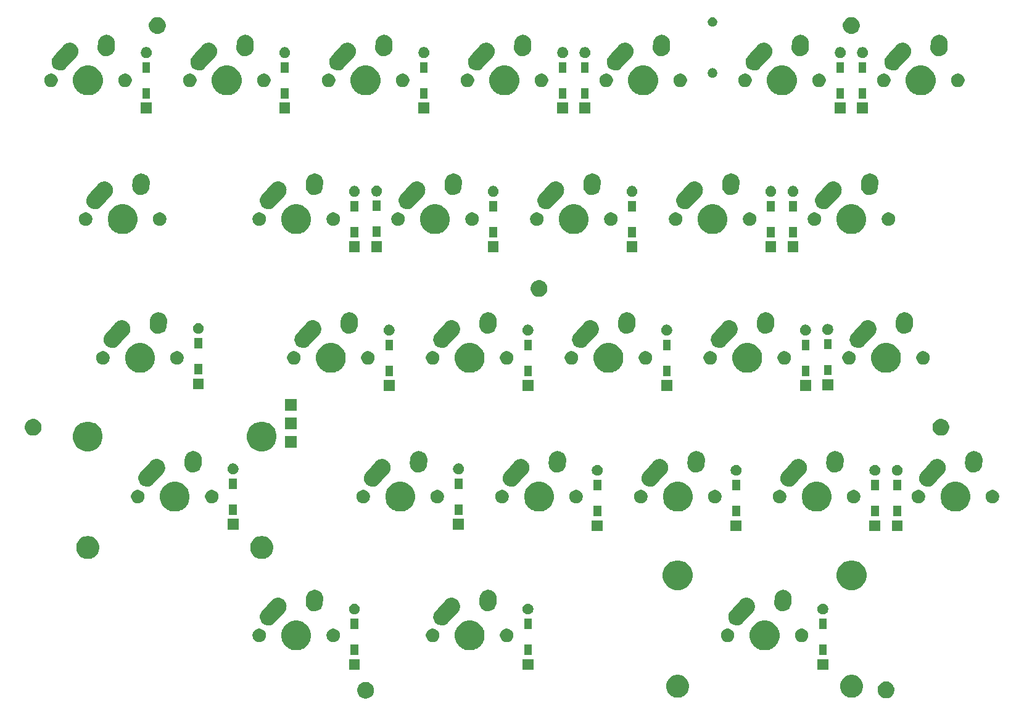
<source format=gbs>
G04 #@! TF.GenerationSoftware,KiCad,Pcbnew,(5.1.5-0-10_14)*
G04 #@! TF.CreationDate,2020-07-25T11:58:14+09:00*
G04 #@! TF.ProjectId,iroha60-left,69726f68-6136-4302-9d6c-6566742e6b69,rev?*
G04 #@! TF.SameCoordinates,Original*
G04 #@! TF.FileFunction,Soldermask,Bot*
G04 #@! TF.FilePolarity,Negative*
%FSLAX46Y46*%
G04 Gerber Fmt 4.6, Leading zero omitted, Abs format (unit mm)*
G04 Created by KiCad (PCBNEW (5.1.5-0-10_14)) date 2020-07-25 11:58:14*
%MOMM*%
%LPD*%
G04 APERTURE LIST*
%ADD10C,0.100000*%
G04 APERTURE END LIST*
D10*
G36*
X67534549Y-110536116D02*
G01*
X67645734Y-110558232D01*
X67855203Y-110644997D01*
X68043720Y-110770960D01*
X68204040Y-110931280D01*
X68330003Y-111119797D01*
X68396413Y-111280124D01*
X68416768Y-111329267D01*
X68451055Y-111501636D01*
X68461000Y-111551636D01*
X68461000Y-111778364D01*
X68416768Y-112000734D01*
X68330003Y-112210203D01*
X68204040Y-112398720D01*
X68043720Y-112559040D01*
X67855203Y-112685003D01*
X67645734Y-112771768D01*
X67534549Y-112793884D01*
X67423365Y-112816000D01*
X67196635Y-112816000D01*
X67085451Y-112793884D01*
X66974266Y-112771768D01*
X66764797Y-112685003D01*
X66576280Y-112559040D01*
X66415960Y-112398720D01*
X66289997Y-112210203D01*
X66203232Y-112000734D01*
X66159000Y-111778364D01*
X66159000Y-111551636D01*
X66168946Y-111501636D01*
X66203232Y-111329267D01*
X66223588Y-111280124D01*
X66289997Y-111119797D01*
X66415960Y-110931280D01*
X66576280Y-110770960D01*
X66764797Y-110644997D01*
X66974266Y-110558232D01*
X67085451Y-110536116D01*
X67196635Y-110514000D01*
X67423365Y-110514000D01*
X67534549Y-110536116D01*
G37*
G36*
X138972049Y-110486116D02*
G01*
X139083234Y-110508232D01*
X139292703Y-110594997D01*
X139481220Y-110720960D01*
X139641540Y-110881280D01*
X139767503Y-111069797D01*
X139854268Y-111279266D01*
X139864214Y-111329267D01*
X139898500Y-111501635D01*
X139898500Y-111728365D01*
X139888554Y-111778365D01*
X139854268Y-111950734D01*
X139833557Y-112000734D01*
X139780427Y-112129003D01*
X139767503Y-112160203D01*
X139641540Y-112348720D01*
X139481220Y-112509040D01*
X139292703Y-112635003D01*
X139083234Y-112721768D01*
X138972049Y-112743884D01*
X138860865Y-112766000D01*
X138634135Y-112766000D01*
X138522951Y-112743884D01*
X138411766Y-112721768D01*
X138202297Y-112635003D01*
X138013780Y-112509040D01*
X137853460Y-112348720D01*
X137727497Y-112160203D01*
X137714574Y-112129003D01*
X137661443Y-112000734D01*
X137640732Y-111950734D01*
X137606446Y-111778365D01*
X137596500Y-111728365D01*
X137596500Y-111501635D01*
X137630786Y-111329267D01*
X137640732Y-111279266D01*
X137727497Y-111069797D01*
X137853460Y-110881280D01*
X138013780Y-110720960D01*
X138202297Y-110594997D01*
X138411766Y-110508232D01*
X138522951Y-110486116D01*
X138634135Y-110464000D01*
X138860865Y-110464000D01*
X138972049Y-110486116D01*
G37*
G36*
X134476161Y-109610526D02*
G01*
X134594887Y-109659704D01*
X134762791Y-109729252D01*
X134762792Y-109729253D01*
X135020754Y-109901617D01*
X135240133Y-110120996D01*
X135355303Y-110293361D01*
X135412498Y-110378959D01*
X135531224Y-110665590D01*
X135574128Y-110881281D01*
X135591750Y-110969876D01*
X135591750Y-111280124D01*
X135537744Y-111551635D01*
X135531224Y-111584410D01*
X135412498Y-111871041D01*
X135412497Y-111871042D01*
X135240133Y-112129004D01*
X135020754Y-112348383D01*
X134848389Y-112463553D01*
X134762791Y-112520748D01*
X134594887Y-112590296D01*
X134476161Y-112639474D01*
X134171875Y-112700000D01*
X133861625Y-112700000D01*
X133557339Y-112639474D01*
X133438613Y-112590296D01*
X133270709Y-112520748D01*
X133185111Y-112463553D01*
X133012746Y-112348383D01*
X132793367Y-112129004D01*
X132621003Y-111871042D01*
X132621002Y-111871041D01*
X132502276Y-111584410D01*
X132495757Y-111551635D01*
X132441750Y-111280124D01*
X132441750Y-110969876D01*
X132459373Y-110881281D01*
X132502276Y-110665590D01*
X132621002Y-110378959D01*
X132678197Y-110293361D01*
X132793367Y-110120996D01*
X133012746Y-109901617D01*
X133270708Y-109729253D01*
X133270709Y-109729252D01*
X133438613Y-109659704D01*
X133557339Y-109610526D01*
X133861625Y-109550000D01*
X134171875Y-109550000D01*
X134476161Y-109610526D01*
G37*
G36*
X110600161Y-109610526D02*
G01*
X110718887Y-109659704D01*
X110886791Y-109729252D01*
X110886792Y-109729253D01*
X111144754Y-109901617D01*
X111364133Y-110120996D01*
X111479303Y-110293361D01*
X111536498Y-110378959D01*
X111655224Y-110665590D01*
X111698128Y-110881281D01*
X111715750Y-110969876D01*
X111715750Y-111280124D01*
X111661744Y-111551635D01*
X111655224Y-111584410D01*
X111536498Y-111871041D01*
X111536497Y-111871042D01*
X111364133Y-112129004D01*
X111144754Y-112348383D01*
X110972389Y-112463553D01*
X110886791Y-112520748D01*
X110718887Y-112590296D01*
X110600161Y-112639474D01*
X110295875Y-112700000D01*
X109985625Y-112700000D01*
X109681339Y-112639474D01*
X109562613Y-112590296D01*
X109394709Y-112520748D01*
X109309111Y-112463553D01*
X109136746Y-112348383D01*
X108917367Y-112129004D01*
X108745003Y-111871042D01*
X108745002Y-111871041D01*
X108626276Y-111584410D01*
X108619757Y-111551635D01*
X108565750Y-111280124D01*
X108565750Y-110969876D01*
X108583373Y-110881281D01*
X108626276Y-110665590D01*
X108745002Y-110378959D01*
X108802197Y-110293361D01*
X108917367Y-110120996D01*
X109136746Y-109901617D01*
X109394708Y-109729253D01*
X109394709Y-109729252D01*
X109562613Y-109659704D01*
X109681339Y-109610526D01*
X109985625Y-109550000D01*
X110295875Y-109550000D01*
X110600161Y-109610526D01*
G37*
G36*
X130828250Y-108889500D02*
G01*
X129329250Y-108889500D01*
X129329250Y-107390500D01*
X130828250Y-107390500D01*
X130828250Y-108889500D01*
G37*
G36*
X90347000Y-108889500D02*
G01*
X88848000Y-108889500D01*
X88848000Y-107390500D01*
X90347000Y-107390500D01*
X90347000Y-108889500D01*
G37*
G36*
X66534500Y-108889500D02*
G01*
X65035500Y-108889500D01*
X65035500Y-107390500D01*
X66534500Y-107390500D01*
X66534500Y-108889500D01*
G37*
G36*
X130604750Y-106806000D02*
G01*
X129552750Y-106806000D01*
X129552750Y-105404000D01*
X130604750Y-105404000D01*
X130604750Y-106806000D01*
G37*
G36*
X90123500Y-106806000D02*
G01*
X89071500Y-106806000D01*
X89071500Y-105404000D01*
X90123500Y-105404000D01*
X90123500Y-106806000D01*
G37*
G36*
X66311000Y-106806000D02*
G01*
X65259000Y-106806000D01*
X65259000Y-105404000D01*
X66311000Y-105404000D01*
X66311000Y-106806000D01*
G37*
G36*
X122675224Y-102173684D02*
G01*
X122893224Y-102263983D01*
X123047373Y-102327833D01*
X123382298Y-102551623D01*
X123667127Y-102836452D01*
X123890917Y-103171377D01*
X123923312Y-103249586D01*
X124045066Y-103543526D01*
X124123650Y-103938594D01*
X124123650Y-104341406D01*
X124045066Y-104736474D01*
X123994201Y-104859272D01*
X123890917Y-105108623D01*
X123667127Y-105443548D01*
X123382298Y-105728377D01*
X123047373Y-105952167D01*
X122893224Y-106016017D01*
X122675224Y-106106316D01*
X122280156Y-106184900D01*
X121877344Y-106184900D01*
X121482276Y-106106316D01*
X121264276Y-106016017D01*
X121110127Y-105952167D01*
X120775202Y-105728377D01*
X120490373Y-105443548D01*
X120266583Y-105108623D01*
X120163299Y-104859272D01*
X120112434Y-104736474D01*
X120033850Y-104341406D01*
X120033850Y-103938594D01*
X120112434Y-103543526D01*
X120234188Y-103249586D01*
X120266583Y-103171377D01*
X120490373Y-102836452D01*
X120775202Y-102551623D01*
X121110127Y-102327833D01*
X121264276Y-102263983D01*
X121482276Y-102173684D01*
X121877344Y-102095100D01*
X122280156Y-102095100D01*
X122675224Y-102173684D01*
G37*
G36*
X82193974Y-102173684D02*
G01*
X82411974Y-102263983D01*
X82566123Y-102327833D01*
X82901048Y-102551623D01*
X83185877Y-102836452D01*
X83409667Y-103171377D01*
X83442062Y-103249586D01*
X83563816Y-103543526D01*
X83642400Y-103938594D01*
X83642400Y-104341406D01*
X83563816Y-104736474D01*
X83512951Y-104859272D01*
X83409667Y-105108623D01*
X83185877Y-105443548D01*
X82901048Y-105728377D01*
X82566123Y-105952167D01*
X82411974Y-106016017D01*
X82193974Y-106106316D01*
X81798906Y-106184900D01*
X81396094Y-106184900D01*
X81001026Y-106106316D01*
X80783026Y-106016017D01*
X80628877Y-105952167D01*
X80293952Y-105728377D01*
X80009123Y-105443548D01*
X79785333Y-105108623D01*
X79682049Y-104859272D01*
X79631184Y-104736474D01*
X79552600Y-104341406D01*
X79552600Y-103938594D01*
X79631184Y-103543526D01*
X79752938Y-103249586D01*
X79785333Y-103171377D01*
X80009123Y-102836452D01*
X80293952Y-102551623D01*
X80628877Y-102327833D01*
X80783026Y-102263983D01*
X81001026Y-102173684D01*
X81396094Y-102095100D01*
X81798906Y-102095100D01*
X82193974Y-102173684D01*
G37*
G36*
X58381474Y-102173684D02*
G01*
X58599474Y-102263983D01*
X58753623Y-102327833D01*
X59088548Y-102551623D01*
X59373377Y-102836452D01*
X59597167Y-103171377D01*
X59629562Y-103249586D01*
X59751316Y-103543526D01*
X59829900Y-103938594D01*
X59829900Y-104341406D01*
X59751316Y-104736474D01*
X59700451Y-104859272D01*
X59597167Y-105108623D01*
X59373377Y-105443548D01*
X59088548Y-105728377D01*
X58753623Y-105952167D01*
X58599474Y-106016017D01*
X58381474Y-106106316D01*
X57986406Y-106184900D01*
X57583594Y-106184900D01*
X57188526Y-106106316D01*
X56970526Y-106016017D01*
X56816377Y-105952167D01*
X56481452Y-105728377D01*
X56196623Y-105443548D01*
X55972833Y-105108623D01*
X55869549Y-104859272D01*
X55818684Y-104736474D01*
X55740100Y-104341406D01*
X55740100Y-103938594D01*
X55818684Y-103543526D01*
X55940438Y-103249586D01*
X55972833Y-103171377D01*
X56196623Y-102836452D01*
X56481452Y-102551623D01*
X56816377Y-102327833D01*
X56970526Y-102263983D01*
X57188526Y-102173684D01*
X57583594Y-102095100D01*
X57986406Y-102095100D01*
X58381474Y-102173684D01*
G37*
G36*
X86947604Y-103249585D02*
G01*
X87116126Y-103319389D01*
X87267791Y-103420728D01*
X87396772Y-103549709D01*
X87498111Y-103701374D01*
X87567915Y-103869896D01*
X87603500Y-104048797D01*
X87603500Y-104231203D01*
X87567915Y-104410104D01*
X87498111Y-104578626D01*
X87396772Y-104730291D01*
X87267791Y-104859272D01*
X87116126Y-104960611D01*
X86947604Y-105030415D01*
X86768703Y-105066000D01*
X86586297Y-105066000D01*
X86407396Y-105030415D01*
X86238874Y-104960611D01*
X86087209Y-104859272D01*
X85958228Y-104730291D01*
X85856889Y-104578626D01*
X85787085Y-104410104D01*
X85751500Y-104231203D01*
X85751500Y-104048797D01*
X85787085Y-103869896D01*
X85856889Y-103701374D01*
X85958228Y-103549709D01*
X86087209Y-103420728D01*
X86238874Y-103319389D01*
X86407396Y-103249585D01*
X86586297Y-103214000D01*
X86768703Y-103214000D01*
X86947604Y-103249585D01*
G37*
G36*
X127428854Y-103249585D02*
G01*
X127597376Y-103319389D01*
X127749041Y-103420728D01*
X127878022Y-103549709D01*
X127979361Y-103701374D01*
X128049165Y-103869896D01*
X128084750Y-104048797D01*
X128084750Y-104231203D01*
X128049165Y-104410104D01*
X127979361Y-104578626D01*
X127878022Y-104730291D01*
X127749041Y-104859272D01*
X127597376Y-104960611D01*
X127428854Y-105030415D01*
X127249953Y-105066000D01*
X127067547Y-105066000D01*
X126888646Y-105030415D01*
X126720124Y-104960611D01*
X126568459Y-104859272D01*
X126439478Y-104730291D01*
X126338139Y-104578626D01*
X126268335Y-104410104D01*
X126232750Y-104231203D01*
X126232750Y-104048797D01*
X126268335Y-103869896D01*
X126338139Y-103701374D01*
X126439478Y-103549709D01*
X126568459Y-103420728D01*
X126720124Y-103319389D01*
X126888646Y-103249585D01*
X127067547Y-103214000D01*
X127249953Y-103214000D01*
X127428854Y-103249585D01*
G37*
G36*
X76787604Y-103249585D02*
G01*
X76956126Y-103319389D01*
X77107791Y-103420728D01*
X77236772Y-103549709D01*
X77338111Y-103701374D01*
X77407915Y-103869896D01*
X77443500Y-104048797D01*
X77443500Y-104231203D01*
X77407915Y-104410104D01*
X77338111Y-104578626D01*
X77236772Y-104730291D01*
X77107791Y-104859272D01*
X76956126Y-104960611D01*
X76787604Y-105030415D01*
X76608703Y-105066000D01*
X76426297Y-105066000D01*
X76247396Y-105030415D01*
X76078874Y-104960611D01*
X75927209Y-104859272D01*
X75798228Y-104730291D01*
X75696889Y-104578626D01*
X75627085Y-104410104D01*
X75591500Y-104231203D01*
X75591500Y-104048797D01*
X75627085Y-103869896D01*
X75696889Y-103701374D01*
X75798228Y-103549709D01*
X75927209Y-103420728D01*
X76078874Y-103319389D01*
X76247396Y-103249585D01*
X76426297Y-103214000D01*
X76608703Y-103214000D01*
X76787604Y-103249585D01*
G37*
G36*
X117268854Y-103249585D02*
G01*
X117437376Y-103319389D01*
X117589041Y-103420728D01*
X117718022Y-103549709D01*
X117819361Y-103701374D01*
X117889165Y-103869896D01*
X117924750Y-104048797D01*
X117924750Y-104231203D01*
X117889165Y-104410104D01*
X117819361Y-104578626D01*
X117718022Y-104730291D01*
X117589041Y-104859272D01*
X117437376Y-104960611D01*
X117268854Y-105030415D01*
X117089953Y-105066000D01*
X116907547Y-105066000D01*
X116728646Y-105030415D01*
X116560124Y-104960611D01*
X116408459Y-104859272D01*
X116279478Y-104730291D01*
X116178139Y-104578626D01*
X116108335Y-104410104D01*
X116072750Y-104231203D01*
X116072750Y-104048797D01*
X116108335Y-103869896D01*
X116178139Y-103701374D01*
X116279478Y-103549709D01*
X116408459Y-103420728D01*
X116560124Y-103319389D01*
X116728646Y-103249585D01*
X116907547Y-103214000D01*
X117089953Y-103214000D01*
X117268854Y-103249585D01*
G37*
G36*
X63135104Y-103249585D02*
G01*
X63303626Y-103319389D01*
X63455291Y-103420728D01*
X63584272Y-103549709D01*
X63685611Y-103701374D01*
X63755415Y-103869896D01*
X63791000Y-104048797D01*
X63791000Y-104231203D01*
X63755415Y-104410104D01*
X63685611Y-104578626D01*
X63584272Y-104730291D01*
X63455291Y-104859272D01*
X63303626Y-104960611D01*
X63135104Y-105030415D01*
X62956203Y-105066000D01*
X62773797Y-105066000D01*
X62594896Y-105030415D01*
X62426374Y-104960611D01*
X62274709Y-104859272D01*
X62145728Y-104730291D01*
X62044389Y-104578626D01*
X61974585Y-104410104D01*
X61939000Y-104231203D01*
X61939000Y-104048797D01*
X61974585Y-103869896D01*
X62044389Y-103701374D01*
X62145728Y-103549709D01*
X62274709Y-103420728D01*
X62426374Y-103319389D01*
X62594896Y-103249585D01*
X62773797Y-103214000D01*
X62956203Y-103214000D01*
X63135104Y-103249585D01*
G37*
G36*
X52975104Y-103249585D02*
G01*
X53143626Y-103319389D01*
X53295291Y-103420728D01*
X53424272Y-103549709D01*
X53525611Y-103701374D01*
X53595415Y-103869896D01*
X53631000Y-104048797D01*
X53631000Y-104231203D01*
X53595415Y-104410104D01*
X53525611Y-104578626D01*
X53424272Y-104730291D01*
X53295291Y-104859272D01*
X53143626Y-104960611D01*
X52975104Y-105030415D01*
X52796203Y-105066000D01*
X52613797Y-105066000D01*
X52434896Y-105030415D01*
X52266374Y-104960611D01*
X52114709Y-104859272D01*
X51985728Y-104730291D01*
X51884389Y-104578626D01*
X51814585Y-104410104D01*
X51779000Y-104231203D01*
X51779000Y-104048797D01*
X51814585Y-103869896D01*
X51884389Y-103701374D01*
X51985728Y-103549709D01*
X52114709Y-103420728D01*
X52266374Y-103319389D01*
X52434896Y-103249585D01*
X52613797Y-103214000D01*
X52796203Y-103214000D01*
X52975104Y-103249585D01*
G37*
G36*
X130604750Y-103256000D02*
G01*
X129552750Y-103256000D01*
X129552750Y-101854000D01*
X130604750Y-101854000D01*
X130604750Y-103256000D01*
G37*
G36*
X90123500Y-103256000D02*
G01*
X89071500Y-103256000D01*
X89071500Y-101854000D01*
X90123500Y-101854000D01*
X90123500Y-103256000D01*
G37*
G36*
X66311000Y-103256000D02*
G01*
X65259000Y-103256000D01*
X65259000Y-101854000D01*
X66311000Y-101854000D01*
X66311000Y-103256000D01*
G37*
G36*
X79120705Y-98963881D02*
G01*
X79126145Y-98964000D01*
X79213328Y-98964000D01*
X79229597Y-98967236D01*
X79248456Y-98969515D01*
X79265032Y-98970246D01*
X79349723Y-98991010D01*
X79355018Y-98992184D01*
X79440527Y-99009193D01*
X79455862Y-99015545D01*
X79473901Y-99021455D01*
X79490021Y-99025407D01*
X79569004Y-99062280D01*
X79573994Y-99064477D01*
X79654545Y-99097842D01*
X79668341Y-99107060D01*
X79684893Y-99116382D01*
X79699926Y-99123400D01*
X79770194Y-99174971D01*
X79774692Y-99178122D01*
X79847156Y-99226541D01*
X79858883Y-99238268D01*
X79873309Y-99250648D01*
X79886679Y-99260461D01*
X79886680Y-99260462D01*
X79945521Y-99324733D01*
X79949329Y-99328714D01*
X80010959Y-99390344D01*
X80020174Y-99404135D01*
X80031896Y-99419078D01*
X80043105Y-99431321D01*
X80088299Y-99505874D01*
X80091246Y-99510501D01*
X80139658Y-99582955D01*
X80146005Y-99598277D01*
X80154592Y-99615231D01*
X80163191Y-99629417D01*
X80192978Y-99711368D01*
X80194952Y-99716448D01*
X80228307Y-99796973D01*
X80228307Y-99796974D01*
X80231541Y-99813233D01*
X80236658Y-99831542D01*
X80242325Y-99847134D01*
X80255555Y-99933345D01*
X80256501Y-99938713D01*
X80273500Y-100024173D01*
X80273500Y-100040752D01*
X80274944Y-100059692D01*
X80277463Y-100076104D01*
X80273620Y-100163249D01*
X80273500Y-100168689D01*
X80273500Y-100255825D01*
X80270266Y-100272083D01*
X80267988Y-100290941D01*
X80267256Y-100307531D01*
X80246488Y-100392237D01*
X80245312Y-100397537D01*
X80228307Y-100483027D01*
X80221957Y-100498357D01*
X80216049Y-100516393D01*
X80212095Y-100532520D01*
X80175211Y-100611526D01*
X80173011Y-100616523D01*
X80139658Y-100697045D01*
X80130444Y-100710835D01*
X80121122Y-100727387D01*
X80114102Y-100742424D01*
X80062511Y-100812720D01*
X80059366Y-100817210D01*
X80010961Y-100889654D01*
X79953960Y-100946655D01*
X79949311Y-100951563D01*
X79517811Y-101432470D01*
X78624223Y-102428376D01*
X78496179Y-102545602D01*
X78397130Y-102605646D01*
X78298083Y-102665689D01*
X78080366Y-102744823D01*
X77851395Y-102779961D01*
X77619970Y-102769754D01*
X77394981Y-102714593D01*
X77290227Y-102665689D01*
X77185079Y-102616602D01*
X77088338Y-102545602D01*
X76998323Y-102479539D01*
X76923894Y-102398241D01*
X76841898Y-102308679D01*
X76760064Y-102173685D01*
X76721811Y-102110583D01*
X76642677Y-101892866D01*
X76607539Y-101663895D01*
X76617746Y-101432470D01*
X76672907Y-101207481D01*
X76724472Y-101097028D01*
X76770898Y-100997580D01*
X76770900Y-100997577D01*
X76873614Y-100857622D01*
X77589547Y-100059713D01*
X78160287Y-99423621D01*
X78171181Y-99409589D01*
X78184039Y-99390346D01*
X78241073Y-99333312D01*
X78245723Y-99328403D01*
X78260778Y-99311624D01*
X78282201Y-99292011D01*
X78286182Y-99288203D01*
X78347846Y-99226539D01*
X78361643Y-99217320D01*
X78376602Y-99205585D01*
X78388821Y-99194398D01*
X78420885Y-99174961D01*
X78463330Y-99149231D01*
X78467921Y-99146308D01*
X78540455Y-99097842D01*
X78555800Y-99091486D01*
X78572748Y-99082901D01*
X78586916Y-99074312D01*
X78586917Y-99074312D01*
X78586918Y-99074311D01*
X78668812Y-99044545D01*
X78673910Y-99042563D01*
X78754473Y-99009193D01*
X78770752Y-99005955D01*
X78789042Y-99000844D01*
X78804635Y-98995177D01*
X78890800Y-98981954D01*
X78896163Y-98981009D01*
X78981673Y-98964000D01*
X78998266Y-98964000D01*
X79017209Y-98962555D01*
X79033606Y-98960039D01*
X79120705Y-98963881D01*
G37*
G36*
X119601955Y-98963881D02*
G01*
X119607395Y-98964000D01*
X119694578Y-98964000D01*
X119710847Y-98967236D01*
X119729706Y-98969515D01*
X119746282Y-98970246D01*
X119830973Y-98991010D01*
X119836268Y-98992184D01*
X119921777Y-99009193D01*
X119937112Y-99015545D01*
X119955151Y-99021455D01*
X119971271Y-99025407D01*
X120050254Y-99062280D01*
X120055244Y-99064477D01*
X120135795Y-99097842D01*
X120149591Y-99107060D01*
X120166143Y-99116382D01*
X120181176Y-99123400D01*
X120251444Y-99174971D01*
X120255942Y-99178122D01*
X120328406Y-99226541D01*
X120340133Y-99238268D01*
X120354559Y-99250648D01*
X120367929Y-99260461D01*
X120367930Y-99260462D01*
X120426771Y-99324733D01*
X120430579Y-99328714D01*
X120492209Y-99390344D01*
X120501424Y-99404135D01*
X120513146Y-99419078D01*
X120524355Y-99431321D01*
X120569549Y-99505874D01*
X120572496Y-99510501D01*
X120620908Y-99582955D01*
X120627255Y-99598277D01*
X120635842Y-99615231D01*
X120644441Y-99629417D01*
X120674228Y-99711368D01*
X120676202Y-99716448D01*
X120709557Y-99796973D01*
X120709557Y-99796974D01*
X120712791Y-99813233D01*
X120717908Y-99831542D01*
X120723575Y-99847134D01*
X120736805Y-99933345D01*
X120737751Y-99938713D01*
X120754750Y-100024173D01*
X120754750Y-100040752D01*
X120756194Y-100059692D01*
X120758713Y-100076104D01*
X120754870Y-100163249D01*
X120754750Y-100168689D01*
X120754750Y-100255825D01*
X120751516Y-100272083D01*
X120749238Y-100290941D01*
X120748506Y-100307531D01*
X120727738Y-100392237D01*
X120726562Y-100397537D01*
X120709557Y-100483027D01*
X120703207Y-100498357D01*
X120697299Y-100516393D01*
X120693345Y-100532520D01*
X120656461Y-100611526D01*
X120654261Y-100616523D01*
X120620908Y-100697045D01*
X120611694Y-100710835D01*
X120602372Y-100727387D01*
X120595352Y-100742424D01*
X120543761Y-100812720D01*
X120540616Y-100817210D01*
X120492211Y-100889654D01*
X120435210Y-100946655D01*
X120430561Y-100951563D01*
X119999061Y-101432470D01*
X119105473Y-102428376D01*
X118977429Y-102545602D01*
X118878380Y-102605646D01*
X118779333Y-102665689D01*
X118561616Y-102744823D01*
X118332645Y-102779961D01*
X118101220Y-102769754D01*
X117876231Y-102714593D01*
X117771477Y-102665689D01*
X117666329Y-102616602D01*
X117569588Y-102545602D01*
X117479573Y-102479539D01*
X117405144Y-102398241D01*
X117323148Y-102308679D01*
X117241314Y-102173685D01*
X117203061Y-102110583D01*
X117123927Y-101892866D01*
X117088789Y-101663895D01*
X117098996Y-101432470D01*
X117154157Y-101207481D01*
X117205722Y-101097028D01*
X117252148Y-100997580D01*
X117252150Y-100997577D01*
X117354864Y-100857622D01*
X118070797Y-100059713D01*
X118641537Y-99423621D01*
X118652431Y-99409589D01*
X118665289Y-99390346D01*
X118722323Y-99333312D01*
X118726973Y-99328403D01*
X118742028Y-99311624D01*
X118763451Y-99292011D01*
X118767432Y-99288203D01*
X118829096Y-99226539D01*
X118842893Y-99217320D01*
X118857852Y-99205585D01*
X118870071Y-99194398D01*
X118902135Y-99174961D01*
X118944580Y-99149231D01*
X118949171Y-99146308D01*
X119021705Y-99097842D01*
X119037050Y-99091486D01*
X119053998Y-99082901D01*
X119068166Y-99074312D01*
X119068167Y-99074312D01*
X119068168Y-99074311D01*
X119150062Y-99044545D01*
X119155160Y-99042563D01*
X119235723Y-99009193D01*
X119252002Y-99005955D01*
X119270292Y-99000844D01*
X119285885Y-98995177D01*
X119372050Y-98981954D01*
X119377413Y-98981009D01*
X119462923Y-98964000D01*
X119479516Y-98964000D01*
X119498459Y-98962555D01*
X119514856Y-98960039D01*
X119601955Y-98963881D01*
G37*
G36*
X55308205Y-98963881D02*
G01*
X55313645Y-98964000D01*
X55400828Y-98964000D01*
X55417097Y-98967236D01*
X55435956Y-98969515D01*
X55452532Y-98970246D01*
X55537223Y-98991010D01*
X55542518Y-98992184D01*
X55628027Y-99009193D01*
X55643362Y-99015545D01*
X55661401Y-99021455D01*
X55677521Y-99025407D01*
X55756504Y-99062280D01*
X55761494Y-99064477D01*
X55842045Y-99097842D01*
X55855841Y-99107060D01*
X55872393Y-99116382D01*
X55887426Y-99123400D01*
X55957694Y-99174971D01*
X55962192Y-99178122D01*
X56034656Y-99226541D01*
X56046383Y-99238268D01*
X56060809Y-99250648D01*
X56074179Y-99260461D01*
X56074180Y-99260462D01*
X56133021Y-99324733D01*
X56136829Y-99328714D01*
X56198459Y-99390344D01*
X56207674Y-99404135D01*
X56219396Y-99419078D01*
X56230605Y-99431321D01*
X56275799Y-99505874D01*
X56278746Y-99510501D01*
X56327158Y-99582955D01*
X56333505Y-99598277D01*
X56342092Y-99615231D01*
X56350691Y-99629417D01*
X56380478Y-99711368D01*
X56382452Y-99716448D01*
X56415807Y-99796973D01*
X56415807Y-99796974D01*
X56419041Y-99813233D01*
X56424158Y-99831542D01*
X56429825Y-99847134D01*
X56443055Y-99933345D01*
X56444001Y-99938713D01*
X56461000Y-100024173D01*
X56461000Y-100040752D01*
X56462444Y-100059692D01*
X56464963Y-100076104D01*
X56461120Y-100163249D01*
X56461000Y-100168689D01*
X56461000Y-100255825D01*
X56457766Y-100272083D01*
X56455488Y-100290941D01*
X56454756Y-100307531D01*
X56433988Y-100392237D01*
X56432812Y-100397537D01*
X56415807Y-100483027D01*
X56409457Y-100498357D01*
X56403549Y-100516393D01*
X56399595Y-100532520D01*
X56362711Y-100611526D01*
X56360511Y-100616523D01*
X56327158Y-100697045D01*
X56317944Y-100710835D01*
X56308622Y-100727387D01*
X56301602Y-100742424D01*
X56250011Y-100812720D01*
X56246866Y-100817210D01*
X56198461Y-100889654D01*
X56141460Y-100946655D01*
X56136811Y-100951563D01*
X55705311Y-101432470D01*
X54811723Y-102428376D01*
X54683679Y-102545602D01*
X54584630Y-102605646D01*
X54485583Y-102665689D01*
X54267866Y-102744823D01*
X54038895Y-102779961D01*
X53807470Y-102769754D01*
X53582481Y-102714593D01*
X53477727Y-102665689D01*
X53372579Y-102616602D01*
X53275838Y-102545602D01*
X53185823Y-102479539D01*
X53111394Y-102398241D01*
X53029398Y-102308679D01*
X52947564Y-102173685D01*
X52909311Y-102110583D01*
X52830177Y-101892866D01*
X52795039Y-101663895D01*
X52805246Y-101432470D01*
X52860407Y-101207481D01*
X52911972Y-101097028D01*
X52958398Y-100997580D01*
X52958400Y-100997577D01*
X53061114Y-100857622D01*
X53777047Y-100059713D01*
X54347787Y-99423621D01*
X54358681Y-99409589D01*
X54371539Y-99390346D01*
X54428573Y-99333312D01*
X54433223Y-99328403D01*
X54448278Y-99311624D01*
X54469701Y-99292011D01*
X54473682Y-99288203D01*
X54535346Y-99226539D01*
X54549143Y-99217320D01*
X54564102Y-99205585D01*
X54576321Y-99194398D01*
X54608385Y-99174961D01*
X54650830Y-99149231D01*
X54655421Y-99146308D01*
X54727955Y-99097842D01*
X54743300Y-99091486D01*
X54760248Y-99082901D01*
X54774416Y-99074312D01*
X54774417Y-99074312D01*
X54774418Y-99074311D01*
X54856312Y-99044545D01*
X54861410Y-99042563D01*
X54941973Y-99009193D01*
X54958252Y-99005955D01*
X54976542Y-99000844D01*
X54992135Y-98995177D01*
X55078300Y-98981954D01*
X55083663Y-98981009D01*
X55169173Y-98964000D01*
X55185766Y-98964000D01*
X55204709Y-98962555D01*
X55221106Y-98960039D01*
X55308205Y-98963881D01*
G37*
G36*
X65879425Y-99774599D02*
G01*
X66003621Y-99799302D01*
X66140022Y-99855801D01*
X66262779Y-99937825D01*
X66367175Y-100042221D01*
X66449199Y-100164978D01*
X66505698Y-100301379D01*
X66534500Y-100446181D01*
X66534500Y-100593819D01*
X66505698Y-100738621D01*
X66449199Y-100875022D01*
X66367175Y-100997779D01*
X66262779Y-101102175D01*
X66140022Y-101184199D01*
X66003621Y-101240698D01*
X65879425Y-101265401D01*
X65858820Y-101269500D01*
X65711180Y-101269500D01*
X65690575Y-101265401D01*
X65566379Y-101240698D01*
X65429978Y-101184199D01*
X65307221Y-101102175D01*
X65202825Y-100997779D01*
X65120801Y-100875022D01*
X65064302Y-100738621D01*
X65035500Y-100593819D01*
X65035500Y-100446181D01*
X65064302Y-100301379D01*
X65120801Y-100164978D01*
X65202825Y-100042221D01*
X65307221Y-99937825D01*
X65429978Y-99855801D01*
X65566379Y-99799302D01*
X65690575Y-99774599D01*
X65711180Y-99770500D01*
X65858820Y-99770500D01*
X65879425Y-99774599D01*
G37*
G36*
X89691925Y-99774599D02*
G01*
X89816121Y-99799302D01*
X89952522Y-99855801D01*
X90075279Y-99937825D01*
X90179675Y-100042221D01*
X90261699Y-100164978D01*
X90318198Y-100301379D01*
X90347000Y-100446181D01*
X90347000Y-100593819D01*
X90318198Y-100738621D01*
X90261699Y-100875022D01*
X90179675Y-100997779D01*
X90075279Y-101102175D01*
X89952522Y-101184199D01*
X89816121Y-101240698D01*
X89691925Y-101265401D01*
X89671320Y-101269500D01*
X89523680Y-101269500D01*
X89503075Y-101265401D01*
X89378879Y-101240698D01*
X89242478Y-101184199D01*
X89119721Y-101102175D01*
X89015325Y-100997779D01*
X88933301Y-100875022D01*
X88876802Y-100738621D01*
X88848000Y-100593819D01*
X88848000Y-100446181D01*
X88876802Y-100301379D01*
X88933301Y-100164978D01*
X89015325Y-100042221D01*
X89119721Y-99937825D01*
X89242478Y-99855801D01*
X89378879Y-99799302D01*
X89503075Y-99774599D01*
X89523680Y-99770500D01*
X89671320Y-99770500D01*
X89691925Y-99774599D01*
G37*
G36*
X130173175Y-99774599D02*
G01*
X130297371Y-99799302D01*
X130433772Y-99855801D01*
X130556529Y-99937825D01*
X130660925Y-100042221D01*
X130742949Y-100164978D01*
X130799448Y-100301379D01*
X130828250Y-100446181D01*
X130828250Y-100593819D01*
X130799448Y-100738621D01*
X130742949Y-100875022D01*
X130660925Y-100997779D01*
X130556529Y-101102175D01*
X130433772Y-101184199D01*
X130297371Y-101240698D01*
X130173175Y-101265401D01*
X130152570Y-101269500D01*
X130004930Y-101269500D01*
X129984325Y-101265401D01*
X129860129Y-101240698D01*
X129723728Y-101184199D01*
X129600971Y-101102175D01*
X129496575Y-100997779D01*
X129414551Y-100875022D01*
X129358052Y-100738621D01*
X129329250Y-100593819D01*
X129329250Y-100446181D01*
X129358052Y-100301379D01*
X129414551Y-100164978D01*
X129496575Y-100042221D01*
X129600971Y-99937825D01*
X129723728Y-99855801D01*
X129860129Y-99799302D01*
X129984325Y-99774599D01*
X130004930Y-99770500D01*
X130152570Y-99770500D01*
X130173175Y-99774599D01*
G37*
G36*
X60413127Y-97882261D02*
G01*
X60433900Y-97884000D01*
X60440827Y-97884000D01*
X60535754Y-97902882D01*
X60539348Y-97903542D01*
X60634730Y-97919624D01*
X60641203Y-97922085D01*
X60661228Y-97927841D01*
X60668027Y-97929193D01*
X60730414Y-97955034D01*
X60757443Y-97966230D01*
X60760844Y-97967581D01*
X60851255Y-98001961D01*
X60857127Y-98005640D01*
X60875636Y-98015187D01*
X60882045Y-98017842D01*
X60962563Y-98071642D01*
X60965554Y-98073578D01*
X61047557Y-98124959D01*
X61052584Y-98129700D01*
X61068896Y-98142691D01*
X61074652Y-98146537D01*
X61143110Y-98214995D01*
X61145689Y-98217499D01*
X61216090Y-98283889D01*
X61220095Y-98289519D01*
X61233559Y-98305444D01*
X61238459Y-98310344D01*
X61292244Y-98390839D01*
X61294291Y-98393807D01*
X61350380Y-98472645D01*
X61353214Y-98478958D01*
X61363308Y-98497193D01*
X61367158Y-98502955D01*
X61404220Y-98592430D01*
X61405624Y-98595685D01*
X61445265Y-98683973D01*
X61446815Y-98690725D01*
X61453152Y-98710562D01*
X61455807Y-98716973D01*
X61474692Y-98811917D01*
X61475438Y-98815401D01*
X61497098Y-98909751D01*
X61497098Y-98909754D01*
X61497300Y-98916654D01*
X61499647Y-98937370D01*
X61501000Y-98944174D01*
X61501000Y-99040986D01*
X61501053Y-99044584D01*
X61502188Y-99083277D01*
X61501295Y-99096225D01*
X61501000Y-99104797D01*
X61501000Y-99175826D01*
X61495081Y-99205585D01*
X61494604Y-99207979D01*
X61492500Y-99223750D01*
X61454238Y-99778545D01*
X61425376Y-99949730D01*
X61343038Y-100166255D01*
X61220041Y-100362557D01*
X61061111Y-100531090D01*
X60872355Y-100665380D01*
X60661027Y-100760265D01*
X60435249Y-100812098D01*
X60203698Y-100818889D01*
X60203697Y-100818889D01*
X60158012Y-100811186D01*
X59975270Y-100780376D01*
X59758745Y-100698038D01*
X59562443Y-100575041D01*
X59393910Y-100416111D01*
X59259620Y-100227355D01*
X59164735Y-100016027D01*
X59112902Y-99790249D01*
X59107812Y-99616723D01*
X59148704Y-99023794D01*
X59149000Y-99015196D01*
X59149000Y-98944175D01*
X59167882Y-98849250D01*
X59168544Y-98845645D01*
X59174231Y-98811917D01*
X59184624Y-98750270D01*
X59187085Y-98743799D01*
X59192842Y-98723767D01*
X59194193Y-98716974D01*
X59196843Y-98710576D01*
X59231264Y-98627476D01*
X59232553Y-98624230D01*
X59266962Y-98533745D01*
X59270636Y-98527881D01*
X59280187Y-98509365D01*
X59282842Y-98502955D01*
X59336657Y-98422415D01*
X59338577Y-98419449D01*
X59389959Y-98337443D01*
X59394711Y-98332404D01*
X59407689Y-98316107D01*
X59411537Y-98310348D01*
X59479993Y-98241892D01*
X59482546Y-98239262D01*
X59503023Y-98217548D01*
X59548889Y-98168910D01*
X59554521Y-98164903D01*
X59570447Y-98151438D01*
X59575346Y-98146539D01*
X59655824Y-98092766D01*
X59658806Y-98090710D01*
X59737645Y-98034620D01*
X59743955Y-98031787D01*
X59762194Y-98021691D01*
X59767951Y-98017844D01*
X59767954Y-98017843D01*
X59767955Y-98017842D01*
X59857429Y-97980781D01*
X59860687Y-97979375D01*
X59948973Y-97939735D01*
X59955725Y-97938185D01*
X59975562Y-97931848D01*
X59981973Y-97929193D01*
X60076899Y-97910311D01*
X60080446Y-97909551D01*
X60174751Y-97887901D01*
X60177130Y-97887831D01*
X60181665Y-97887698D01*
X60202381Y-97885351D01*
X60209174Y-97884000D01*
X60305959Y-97884000D01*
X60309584Y-97883947D01*
X60406302Y-97881110D01*
X60413127Y-97882261D01*
G37*
G36*
X84225627Y-97882261D02*
G01*
X84246400Y-97884000D01*
X84253327Y-97884000D01*
X84348254Y-97902882D01*
X84351848Y-97903542D01*
X84447230Y-97919624D01*
X84453703Y-97922085D01*
X84473728Y-97927841D01*
X84480527Y-97929193D01*
X84542914Y-97955034D01*
X84569943Y-97966230D01*
X84573344Y-97967581D01*
X84663755Y-98001961D01*
X84669627Y-98005640D01*
X84688136Y-98015187D01*
X84694545Y-98017842D01*
X84775063Y-98071642D01*
X84778054Y-98073578D01*
X84860057Y-98124959D01*
X84865084Y-98129700D01*
X84881396Y-98142691D01*
X84887152Y-98146537D01*
X84955610Y-98214995D01*
X84958189Y-98217499D01*
X85028590Y-98283889D01*
X85032595Y-98289519D01*
X85046059Y-98305444D01*
X85050959Y-98310344D01*
X85104744Y-98390839D01*
X85106791Y-98393807D01*
X85162880Y-98472645D01*
X85165714Y-98478958D01*
X85175808Y-98497193D01*
X85179658Y-98502955D01*
X85216720Y-98592430D01*
X85218124Y-98595685D01*
X85257765Y-98683973D01*
X85259315Y-98690725D01*
X85265652Y-98710562D01*
X85268307Y-98716973D01*
X85287192Y-98811917D01*
X85287938Y-98815401D01*
X85309598Y-98909751D01*
X85309598Y-98909754D01*
X85309800Y-98916654D01*
X85312147Y-98937370D01*
X85313500Y-98944174D01*
X85313500Y-99040986D01*
X85313553Y-99044584D01*
X85314688Y-99083277D01*
X85313795Y-99096225D01*
X85313500Y-99104797D01*
X85313500Y-99175826D01*
X85307581Y-99205585D01*
X85307104Y-99207979D01*
X85305000Y-99223750D01*
X85266738Y-99778545D01*
X85237876Y-99949730D01*
X85155538Y-100166255D01*
X85032541Y-100362557D01*
X84873611Y-100531090D01*
X84684855Y-100665380D01*
X84473527Y-100760265D01*
X84247749Y-100812098D01*
X84016198Y-100818889D01*
X84016197Y-100818889D01*
X83970512Y-100811186D01*
X83787770Y-100780376D01*
X83571245Y-100698038D01*
X83374943Y-100575041D01*
X83206410Y-100416111D01*
X83072120Y-100227355D01*
X82977235Y-100016027D01*
X82925402Y-99790249D01*
X82920312Y-99616723D01*
X82961204Y-99023794D01*
X82961500Y-99015196D01*
X82961500Y-98944175D01*
X82980382Y-98849250D01*
X82981044Y-98845645D01*
X82986731Y-98811917D01*
X82997124Y-98750270D01*
X82999585Y-98743799D01*
X83005342Y-98723767D01*
X83006693Y-98716974D01*
X83009343Y-98710576D01*
X83043764Y-98627476D01*
X83045053Y-98624230D01*
X83079462Y-98533745D01*
X83083136Y-98527881D01*
X83092687Y-98509365D01*
X83095342Y-98502955D01*
X83149157Y-98422415D01*
X83151077Y-98419449D01*
X83202459Y-98337443D01*
X83207211Y-98332404D01*
X83220189Y-98316107D01*
X83224037Y-98310348D01*
X83292493Y-98241892D01*
X83295046Y-98239262D01*
X83315523Y-98217548D01*
X83361389Y-98168910D01*
X83367021Y-98164903D01*
X83382947Y-98151438D01*
X83387846Y-98146539D01*
X83468324Y-98092766D01*
X83471306Y-98090710D01*
X83550145Y-98034620D01*
X83556455Y-98031787D01*
X83574694Y-98021691D01*
X83580451Y-98017844D01*
X83580454Y-98017843D01*
X83580455Y-98017842D01*
X83669929Y-97980781D01*
X83673187Y-97979375D01*
X83761473Y-97939735D01*
X83768225Y-97938185D01*
X83788062Y-97931848D01*
X83794473Y-97929193D01*
X83889399Y-97910311D01*
X83892946Y-97909551D01*
X83987251Y-97887901D01*
X83989630Y-97887831D01*
X83994165Y-97887698D01*
X84014881Y-97885351D01*
X84021674Y-97884000D01*
X84118459Y-97884000D01*
X84122084Y-97883947D01*
X84218802Y-97881110D01*
X84225627Y-97882261D01*
G37*
G36*
X124706877Y-97882261D02*
G01*
X124727650Y-97884000D01*
X124734577Y-97884000D01*
X124829504Y-97902882D01*
X124833098Y-97903542D01*
X124928480Y-97919624D01*
X124934953Y-97922085D01*
X124954978Y-97927841D01*
X124961777Y-97929193D01*
X125024164Y-97955034D01*
X125051193Y-97966230D01*
X125054594Y-97967581D01*
X125145005Y-98001961D01*
X125150877Y-98005640D01*
X125169386Y-98015187D01*
X125175795Y-98017842D01*
X125256313Y-98071642D01*
X125259304Y-98073578D01*
X125341307Y-98124959D01*
X125346334Y-98129700D01*
X125362646Y-98142691D01*
X125368402Y-98146537D01*
X125436860Y-98214995D01*
X125439439Y-98217499D01*
X125509840Y-98283889D01*
X125513845Y-98289519D01*
X125527309Y-98305444D01*
X125532209Y-98310344D01*
X125585994Y-98390839D01*
X125588041Y-98393807D01*
X125644130Y-98472645D01*
X125646964Y-98478958D01*
X125657058Y-98497193D01*
X125660908Y-98502955D01*
X125697970Y-98592430D01*
X125699374Y-98595685D01*
X125739015Y-98683973D01*
X125740565Y-98690725D01*
X125746902Y-98710562D01*
X125749557Y-98716973D01*
X125768442Y-98811917D01*
X125769188Y-98815401D01*
X125790848Y-98909751D01*
X125790848Y-98909754D01*
X125791050Y-98916654D01*
X125793397Y-98937370D01*
X125794750Y-98944174D01*
X125794750Y-99040986D01*
X125794803Y-99044584D01*
X125795938Y-99083277D01*
X125795045Y-99096225D01*
X125794750Y-99104797D01*
X125794750Y-99175826D01*
X125788831Y-99205585D01*
X125788354Y-99207979D01*
X125786250Y-99223750D01*
X125747988Y-99778545D01*
X125719126Y-99949730D01*
X125636788Y-100166255D01*
X125513791Y-100362557D01*
X125354861Y-100531090D01*
X125166105Y-100665380D01*
X124954777Y-100760265D01*
X124728999Y-100812098D01*
X124497448Y-100818889D01*
X124497447Y-100818889D01*
X124451762Y-100811186D01*
X124269020Y-100780376D01*
X124052495Y-100698038D01*
X123856193Y-100575041D01*
X123687660Y-100416111D01*
X123553370Y-100227355D01*
X123458485Y-100016027D01*
X123406652Y-99790249D01*
X123401562Y-99616723D01*
X123442454Y-99023794D01*
X123442750Y-99015196D01*
X123442750Y-98944175D01*
X123461632Y-98849250D01*
X123462294Y-98845645D01*
X123467981Y-98811917D01*
X123478374Y-98750270D01*
X123480835Y-98743799D01*
X123486592Y-98723767D01*
X123487943Y-98716974D01*
X123490593Y-98710576D01*
X123525014Y-98627476D01*
X123526303Y-98624230D01*
X123560712Y-98533745D01*
X123564386Y-98527881D01*
X123573937Y-98509365D01*
X123576592Y-98502955D01*
X123630407Y-98422415D01*
X123632327Y-98419449D01*
X123683709Y-98337443D01*
X123688461Y-98332404D01*
X123701439Y-98316107D01*
X123705287Y-98310348D01*
X123773743Y-98241892D01*
X123776296Y-98239262D01*
X123796773Y-98217548D01*
X123842639Y-98168910D01*
X123848271Y-98164903D01*
X123864197Y-98151438D01*
X123869096Y-98146539D01*
X123949574Y-98092766D01*
X123952556Y-98090710D01*
X124031395Y-98034620D01*
X124037705Y-98031787D01*
X124055944Y-98021691D01*
X124061701Y-98017844D01*
X124061704Y-98017843D01*
X124061705Y-98017842D01*
X124151179Y-97980781D01*
X124154437Y-97979375D01*
X124242723Y-97939735D01*
X124249475Y-97938185D01*
X124269312Y-97931848D01*
X124275723Y-97929193D01*
X124370649Y-97910311D01*
X124374196Y-97909551D01*
X124468501Y-97887901D01*
X124470880Y-97887831D01*
X124475415Y-97887698D01*
X124496131Y-97885351D01*
X124502924Y-97884000D01*
X124599709Y-97884000D01*
X124603334Y-97883947D01*
X124700052Y-97881110D01*
X124706877Y-97882261D01*
G37*
G36*
X134613224Y-93918684D02*
G01*
X134831224Y-94008983D01*
X134985373Y-94072833D01*
X135320298Y-94296623D01*
X135605127Y-94581452D01*
X135828917Y-94916377D01*
X135828917Y-94916378D01*
X135983066Y-95288526D01*
X136061650Y-95683594D01*
X136061650Y-96086406D01*
X135983066Y-96481474D01*
X135892767Y-96699474D01*
X135828917Y-96853623D01*
X135605127Y-97188548D01*
X135320298Y-97473377D01*
X134985373Y-97697167D01*
X134831224Y-97761017D01*
X134613224Y-97851316D01*
X134218156Y-97929900D01*
X133815344Y-97929900D01*
X133420276Y-97851316D01*
X133202276Y-97761017D01*
X133048127Y-97697167D01*
X132713202Y-97473377D01*
X132428373Y-97188548D01*
X132204583Y-96853623D01*
X132140733Y-96699474D01*
X132050434Y-96481474D01*
X131971850Y-96086406D01*
X131971850Y-95683594D01*
X132050434Y-95288526D01*
X132204583Y-94916378D01*
X132204583Y-94916377D01*
X132428373Y-94581452D01*
X132713202Y-94296623D01*
X133048127Y-94072833D01*
X133202276Y-94008983D01*
X133420276Y-93918684D01*
X133815344Y-93840100D01*
X134218156Y-93840100D01*
X134613224Y-93918684D01*
G37*
G36*
X110737224Y-93918684D02*
G01*
X110955224Y-94008983D01*
X111109373Y-94072833D01*
X111444298Y-94296623D01*
X111729127Y-94581452D01*
X111952917Y-94916377D01*
X111952917Y-94916378D01*
X112107066Y-95288526D01*
X112185650Y-95683594D01*
X112185650Y-96086406D01*
X112107066Y-96481474D01*
X112016767Y-96699474D01*
X111952917Y-96853623D01*
X111729127Y-97188548D01*
X111444298Y-97473377D01*
X111109373Y-97697167D01*
X110955224Y-97761017D01*
X110737224Y-97851316D01*
X110342156Y-97929900D01*
X109939344Y-97929900D01*
X109544276Y-97851316D01*
X109326276Y-97761017D01*
X109172127Y-97697167D01*
X108837202Y-97473377D01*
X108552373Y-97188548D01*
X108328583Y-96853623D01*
X108264733Y-96699474D01*
X108174434Y-96481474D01*
X108095850Y-96086406D01*
X108095850Y-95683594D01*
X108174434Y-95288526D01*
X108328583Y-94916378D01*
X108328583Y-94916377D01*
X108552373Y-94581452D01*
X108837202Y-94296623D01*
X109172127Y-94072833D01*
X109326276Y-94008983D01*
X109544276Y-93918684D01*
X109939344Y-93840100D01*
X110342156Y-93840100D01*
X110737224Y-93918684D01*
G37*
G36*
X53361517Y-90530263D02*
G01*
X53513661Y-90560526D01*
X53632387Y-90609704D01*
X53800291Y-90679252D01*
X53800292Y-90679253D01*
X54058254Y-90851617D01*
X54277633Y-91070996D01*
X54392803Y-91243361D01*
X54449998Y-91328959D01*
X54568724Y-91615590D01*
X54629250Y-91919875D01*
X54629250Y-92230125D01*
X54568724Y-92534410D01*
X54449998Y-92821041D01*
X54449997Y-92821042D01*
X54277633Y-93079004D01*
X54058254Y-93298383D01*
X53885889Y-93413553D01*
X53800291Y-93470748D01*
X53632387Y-93540296D01*
X53513661Y-93589474D01*
X53209375Y-93650000D01*
X52899125Y-93650000D01*
X52594839Y-93589474D01*
X52476113Y-93540296D01*
X52308209Y-93470748D01*
X52222611Y-93413553D01*
X52050246Y-93298383D01*
X51830867Y-93079004D01*
X51658503Y-92821042D01*
X51658502Y-92821041D01*
X51539776Y-92534410D01*
X51479250Y-92230125D01*
X51479250Y-91919875D01*
X51539776Y-91615590D01*
X51658502Y-91328959D01*
X51715697Y-91243361D01*
X51830867Y-91070996D01*
X52050246Y-90851617D01*
X52308208Y-90679253D01*
X52308209Y-90679252D01*
X52476113Y-90609704D01*
X52594839Y-90560526D01*
X52746983Y-90530263D01*
X52899125Y-90500000D01*
X53209375Y-90500000D01*
X53361517Y-90530263D01*
G37*
G36*
X29485517Y-90530263D02*
G01*
X29637661Y-90560526D01*
X29756387Y-90609704D01*
X29924291Y-90679252D01*
X29924292Y-90679253D01*
X30182254Y-90851617D01*
X30401633Y-91070996D01*
X30516803Y-91243361D01*
X30573998Y-91328959D01*
X30692724Y-91615590D01*
X30753250Y-91919875D01*
X30753250Y-92230125D01*
X30692724Y-92534410D01*
X30573998Y-92821041D01*
X30573997Y-92821042D01*
X30401633Y-93079004D01*
X30182254Y-93298383D01*
X30009889Y-93413553D01*
X29924291Y-93470748D01*
X29756387Y-93540296D01*
X29637661Y-93589474D01*
X29333375Y-93650000D01*
X29023125Y-93650000D01*
X28718839Y-93589474D01*
X28600113Y-93540296D01*
X28432209Y-93470748D01*
X28346611Y-93413553D01*
X28174246Y-93298383D01*
X27954867Y-93079004D01*
X27782503Y-92821042D01*
X27782502Y-92821041D01*
X27663776Y-92534410D01*
X27603250Y-92230125D01*
X27603250Y-91919875D01*
X27663776Y-91615590D01*
X27782502Y-91328959D01*
X27839697Y-91243361D01*
X27954867Y-91070996D01*
X28174246Y-90851617D01*
X28432208Y-90679253D01*
X28432209Y-90679252D01*
X28600113Y-90609704D01*
X28718839Y-90560526D01*
X28870983Y-90530263D01*
X29023125Y-90500000D01*
X29333375Y-90500000D01*
X29485517Y-90530263D01*
G37*
G36*
X141022000Y-89839500D02*
G01*
X139523000Y-89839500D01*
X139523000Y-88340500D01*
X141022000Y-88340500D01*
X141022000Y-89839500D01*
G37*
G36*
X137972000Y-89839500D02*
G01*
X136473000Y-89839500D01*
X136473000Y-88340500D01*
X137972000Y-88340500D01*
X137972000Y-89839500D01*
G37*
G36*
X118922000Y-89839500D02*
G01*
X117423000Y-89839500D01*
X117423000Y-88340500D01*
X118922000Y-88340500D01*
X118922000Y-89839500D01*
G37*
G36*
X99872000Y-89839500D02*
G01*
X98373000Y-89839500D01*
X98373000Y-88340500D01*
X99872000Y-88340500D01*
X99872000Y-89839500D01*
G37*
G36*
X49865750Y-89649500D02*
G01*
X48366750Y-89649500D01*
X48366750Y-88150500D01*
X49865750Y-88150500D01*
X49865750Y-89649500D01*
G37*
G36*
X80822000Y-89649500D02*
G01*
X79323000Y-89649500D01*
X79323000Y-88150500D01*
X80822000Y-88150500D01*
X80822000Y-89649500D01*
G37*
G36*
X137748500Y-87756000D02*
G01*
X136696500Y-87756000D01*
X136696500Y-86354000D01*
X137748500Y-86354000D01*
X137748500Y-87756000D01*
G37*
G36*
X118698500Y-87756000D02*
G01*
X117646500Y-87756000D01*
X117646500Y-86354000D01*
X118698500Y-86354000D01*
X118698500Y-87756000D01*
G37*
G36*
X99648500Y-87756000D02*
G01*
X98596500Y-87756000D01*
X98596500Y-86354000D01*
X99648500Y-86354000D01*
X99648500Y-87756000D01*
G37*
G36*
X140798500Y-87756000D02*
G01*
X139746500Y-87756000D01*
X139746500Y-86354000D01*
X140798500Y-86354000D01*
X140798500Y-87756000D01*
G37*
G36*
X80598500Y-87566000D02*
G01*
X79546500Y-87566000D01*
X79546500Y-86164000D01*
X80598500Y-86164000D01*
X80598500Y-87566000D01*
G37*
G36*
X49642250Y-87566000D02*
G01*
X48590250Y-87566000D01*
X48590250Y-86164000D01*
X49642250Y-86164000D01*
X49642250Y-87566000D01*
G37*
G36*
X110768974Y-83123684D02*
G01*
X110986974Y-83213983D01*
X111141123Y-83277833D01*
X111476048Y-83501623D01*
X111760877Y-83786452D01*
X111984667Y-84121377D01*
X112017062Y-84199586D01*
X112138816Y-84493526D01*
X112217400Y-84888594D01*
X112217400Y-85291406D01*
X112138816Y-85686474D01*
X112087951Y-85809272D01*
X111984667Y-86058623D01*
X111760877Y-86393548D01*
X111476048Y-86678377D01*
X111141123Y-86902167D01*
X110986974Y-86966017D01*
X110768974Y-87056316D01*
X110373906Y-87134900D01*
X109971094Y-87134900D01*
X109576026Y-87056316D01*
X109358026Y-86966017D01*
X109203877Y-86902167D01*
X108868952Y-86678377D01*
X108584123Y-86393548D01*
X108360333Y-86058623D01*
X108257049Y-85809272D01*
X108206184Y-85686474D01*
X108127600Y-85291406D01*
X108127600Y-84888594D01*
X108206184Y-84493526D01*
X108327938Y-84199586D01*
X108360333Y-84121377D01*
X108584123Y-83786452D01*
X108868952Y-83501623D01*
X109203877Y-83277833D01*
X109358026Y-83213983D01*
X109576026Y-83123684D01*
X109971094Y-83045100D01*
X110373906Y-83045100D01*
X110768974Y-83123684D01*
G37*
G36*
X129818974Y-83123684D02*
G01*
X130036974Y-83213983D01*
X130191123Y-83277833D01*
X130526048Y-83501623D01*
X130810877Y-83786452D01*
X131034667Y-84121377D01*
X131067062Y-84199586D01*
X131188816Y-84493526D01*
X131267400Y-84888594D01*
X131267400Y-85291406D01*
X131188816Y-85686474D01*
X131137951Y-85809272D01*
X131034667Y-86058623D01*
X130810877Y-86393548D01*
X130526048Y-86678377D01*
X130191123Y-86902167D01*
X130036974Y-86966017D01*
X129818974Y-87056316D01*
X129423906Y-87134900D01*
X129021094Y-87134900D01*
X128626026Y-87056316D01*
X128408026Y-86966017D01*
X128253877Y-86902167D01*
X127918952Y-86678377D01*
X127634123Y-86393548D01*
X127410333Y-86058623D01*
X127307049Y-85809272D01*
X127256184Y-85686474D01*
X127177600Y-85291406D01*
X127177600Y-84888594D01*
X127256184Y-84493526D01*
X127377938Y-84199586D01*
X127410333Y-84121377D01*
X127634123Y-83786452D01*
X127918952Y-83501623D01*
X128253877Y-83277833D01*
X128408026Y-83213983D01*
X128626026Y-83123684D01*
X129021094Y-83045100D01*
X129423906Y-83045100D01*
X129818974Y-83123684D01*
G37*
G36*
X148868974Y-83123684D02*
G01*
X149086974Y-83213983D01*
X149241123Y-83277833D01*
X149576048Y-83501623D01*
X149860877Y-83786452D01*
X150084667Y-84121377D01*
X150117062Y-84199586D01*
X150238816Y-84493526D01*
X150317400Y-84888594D01*
X150317400Y-85291406D01*
X150238816Y-85686474D01*
X150187951Y-85809272D01*
X150084667Y-86058623D01*
X149860877Y-86393548D01*
X149576048Y-86678377D01*
X149241123Y-86902167D01*
X149086974Y-86966017D01*
X148868974Y-87056316D01*
X148473906Y-87134900D01*
X148071094Y-87134900D01*
X147676026Y-87056316D01*
X147458026Y-86966017D01*
X147303877Y-86902167D01*
X146968952Y-86678377D01*
X146684123Y-86393548D01*
X146460333Y-86058623D01*
X146357049Y-85809272D01*
X146306184Y-85686474D01*
X146227600Y-85291406D01*
X146227600Y-84888594D01*
X146306184Y-84493526D01*
X146427938Y-84199586D01*
X146460333Y-84121377D01*
X146684123Y-83786452D01*
X146968952Y-83501623D01*
X147303877Y-83277833D01*
X147458026Y-83213983D01*
X147676026Y-83123684D01*
X148071094Y-83045100D01*
X148473906Y-83045100D01*
X148868974Y-83123684D01*
G37*
G36*
X91718974Y-83123684D02*
G01*
X91936974Y-83213983D01*
X92091123Y-83277833D01*
X92426048Y-83501623D01*
X92710877Y-83786452D01*
X92934667Y-84121377D01*
X92967062Y-84199586D01*
X93088816Y-84493526D01*
X93167400Y-84888594D01*
X93167400Y-85291406D01*
X93088816Y-85686474D01*
X93037951Y-85809272D01*
X92934667Y-86058623D01*
X92710877Y-86393548D01*
X92426048Y-86678377D01*
X92091123Y-86902167D01*
X91936974Y-86966017D01*
X91718974Y-87056316D01*
X91323906Y-87134900D01*
X90921094Y-87134900D01*
X90526026Y-87056316D01*
X90308026Y-86966017D01*
X90153877Y-86902167D01*
X89818952Y-86678377D01*
X89534123Y-86393548D01*
X89310333Y-86058623D01*
X89207049Y-85809272D01*
X89156184Y-85686474D01*
X89077600Y-85291406D01*
X89077600Y-84888594D01*
X89156184Y-84493526D01*
X89277938Y-84199586D01*
X89310333Y-84121377D01*
X89534123Y-83786452D01*
X89818952Y-83501623D01*
X90153877Y-83277833D01*
X90308026Y-83213983D01*
X90526026Y-83123684D01*
X90921094Y-83045100D01*
X91323906Y-83045100D01*
X91718974Y-83123684D01*
G37*
G36*
X72668974Y-83123684D02*
G01*
X72886974Y-83213983D01*
X73041123Y-83277833D01*
X73376048Y-83501623D01*
X73660877Y-83786452D01*
X73884667Y-84121377D01*
X73917062Y-84199586D01*
X74038816Y-84493526D01*
X74117400Y-84888594D01*
X74117400Y-85291406D01*
X74038816Y-85686474D01*
X73987951Y-85809272D01*
X73884667Y-86058623D01*
X73660877Y-86393548D01*
X73376048Y-86678377D01*
X73041123Y-86902167D01*
X72886974Y-86966017D01*
X72668974Y-87056316D01*
X72273906Y-87134900D01*
X71871094Y-87134900D01*
X71476026Y-87056316D01*
X71258026Y-86966017D01*
X71103877Y-86902167D01*
X70768952Y-86678377D01*
X70484123Y-86393548D01*
X70260333Y-86058623D01*
X70157049Y-85809272D01*
X70106184Y-85686474D01*
X70027600Y-85291406D01*
X70027600Y-84888594D01*
X70106184Y-84493526D01*
X70227938Y-84199586D01*
X70260333Y-84121377D01*
X70484123Y-83786452D01*
X70768952Y-83501623D01*
X71103877Y-83277833D01*
X71258026Y-83213983D01*
X71476026Y-83123684D01*
X71871094Y-83045100D01*
X72273906Y-83045100D01*
X72668974Y-83123684D01*
G37*
G36*
X41712724Y-83123684D02*
G01*
X41930724Y-83213983D01*
X42084873Y-83277833D01*
X42419798Y-83501623D01*
X42704627Y-83786452D01*
X42928417Y-84121377D01*
X42960812Y-84199586D01*
X43082566Y-84493526D01*
X43161150Y-84888594D01*
X43161150Y-85291406D01*
X43082566Y-85686474D01*
X43031701Y-85809272D01*
X42928417Y-86058623D01*
X42704627Y-86393548D01*
X42419798Y-86678377D01*
X42084873Y-86902167D01*
X41930724Y-86966017D01*
X41712724Y-87056316D01*
X41317656Y-87134900D01*
X40914844Y-87134900D01*
X40519776Y-87056316D01*
X40301776Y-86966017D01*
X40147627Y-86902167D01*
X39812702Y-86678377D01*
X39527873Y-86393548D01*
X39304083Y-86058623D01*
X39200799Y-85809272D01*
X39149934Y-85686474D01*
X39071350Y-85291406D01*
X39071350Y-84888594D01*
X39149934Y-84493526D01*
X39271688Y-84199586D01*
X39304083Y-84121377D01*
X39527873Y-83786452D01*
X39812702Y-83501623D01*
X40147627Y-83277833D01*
X40301776Y-83213983D01*
X40519776Y-83123684D01*
X40914844Y-83045100D01*
X41317656Y-83045100D01*
X41712724Y-83123684D01*
G37*
G36*
X36306354Y-84199585D02*
G01*
X36474876Y-84269389D01*
X36626541Y-84370728D01*
X36755522Y-84499709D01*
X36856861Y-84651374D01*
X36926665Y-84819896D01*
X36962250Y-84998797D01*
X36962250Y-85181203D01*
X36926665Y-85360104D01*
X36856861Y-85528626D01*
X36755522Y-85680291D01*
X36626541Y-85809272D01*
X36474876Y-85910611D01*
X36306354Y-85980415D01*
X36127453Y-86016000D01*
X35945047Y-86016000D01*
X35766146Y-85980415D01*
X35597624Y-85910611D01*
X35445959Y-85809272D01*
X35316978Y-85680291D01*
X35215639Y-85528626D01*
X35145835Y-85360104D01*
X35110250Y-85181203D01*
X35110250Y-84998797D01*
X35145835Y-84819896D01*
X35215639Y-84651374D01*
X35316978Y-84499709D01*
X35445959Y-84370728D01*
X35597624Y-84269389D01*
X35766146Y-84199585D01*
X35945047Y-84164000D01*
X36127453Y-84164000D01*
X36306354Y-84199585D01*
G37*
G36*
X46466354Y-84199585D02*
G01*
X46634876Y-84269389D01*
X46786541Y-84370728D01*
X46915522Y-84499709D01*
X47016861Y-84651374D01*
X47086665Y-84819896D01*
X47122250Y-84998797D01*
X47122250Y-85181203D01*
X47086665Y-85360104D01*
X47016861Y-85528626D01*
X46915522Y-85680291D01*
X46786541Y-85809272D01*
X46634876Y-85910611D01*
X46466354Y-85980415D01*
X46287453Y-86016000D01*
X46105047Y-86016000D01*
X45926146Y-85980415D01*
X45757624Y-85910611D01*
X45605959Y-85809272D01*
X45476978Y-85680291D01*
X45375639Y-85528626D01*
X45305835Y-85360104D01*
X45270250Y-85181203D01*
X45270250Y-84998797D01*
X45305835Y-84819896D01*
X45375639Y-84651374D01*
X45476978Y-84499709D01*
X45605959Y-84370728D01*
X45757624Y-84269389D01*
X45926146Y-84199585D01*
X46105047Y-84164000D01*
X46287453Y-84164000D01*
X46466354Y-84199585D01*
G37*
G36*
X134572604Y-84199585D02*
G01*
X134741126Y-84269389D01*
X134892791Y-84370728D01*
X135021772Y-84499709D01*
X135123111Y-84651374D01*
X135192915Y-84819896D01*
X135228500Y-84998797D01*
X135228500Y-85181203D01*
X135192915Y-85360104D01*
X135123111Y-85528626D01*
X135021772Y-85680291D01*
X134892791Y-85809272D01*
X134741126Y-85910611D01*
X134572604Y-85980415D01*
X134393703Y-86016000D01*
X134211297Y-86016000D01*
X134032396Y-85980415D01*
X133863874Y-85910611D01*
X133712209Y-85809272D01*
X133583228Y-85680291D01*
X133481889Y-85528626D01*
X133412085Y-85360104D01*
X133376500Y-85181203D01*
X133376500Y-84998797D01*
X133412085Y-84819896D01*
X133481889Y-84651374D01*
X133583228Y-84499709D01*
X133712209Y-84370728D01*
X133863874Y-84269389D01*
X134032396Y-84199585D01*
X134211297Y-84164000D01*
X134393703Y-84164000D01*
X134572604Y-84199585D01*
G37*
G36*
X143462604Y-84199585D02*
G01*
X143631126Y-84269389D01*
X143782791Y-84370728D01*
X143911772Y-84499709D01*
X144013111Y-84651374D01*
X144082915Y-84819896D01*
X144118500Y-84998797D01*
X144118500Y-85181203D01*
X144082915Y-85360104D01*
X144013111Y-85528626D01*
X143911772Y-85680291D01*
X143782791Y-85809272D01*
X143631126Y-85910611D01*
X143462604Y-85980415D01*
X143283703Y-86016000D01*
X143101297Y-86016000D01*
X142922396Y-85980415D01*
X142753874Y-85910611D01*
X142602209Y-85809272D01*
X142473228Y-85680291D01*
X142371889Y-85528626D01*
X142302085Y-85360104D01*
X142266500Y-85181203D01*
X142266500Y-84998797D01*
X142302085Y-84819896D01*
X142371889Y-84651374D01*
X142473228Y-84499709D01*
X142602209Y-84370728D01*
X142753874Y-84269389D01*
X142922396Y-84199585D01*
X143101297Y-84164000D01*
X143283703Y-84164000D01*
X143462604Y-84199585D01*
G37*
G36*
X77422604Y-84199585D02*
G01*
X77591126Y-84269389D01*
X77742791Y-84370728D01*
X77871772Y-84499709D01*
X77973111Y-84651374D01*
X78042915Y-84819896D01*
X78078500Y-84998797D01*
X78078500Y-85181203D01*
X78042915Y-85360104D01*
X77973111Y-85528626D01*
X77871772Y-85680291D01*
X77742791Y-85809272D01*
X77591126Y-85910611D01*
X77422604Y-85980415D01*
X77243703Y-86016000D01*
X77061297Y-86016000D01*
X76882396Y-85980415D01*
X76713874Y-85910611D01*
X76562209Y-85809272D01*
X76433228Y-85680291D01*
X76331889Y-85528626D01*
X76262085Y-85360104D01*
X76226500Y-85181203D01*
X76226500Y-84998797D01*
X76262085Y-84819896D01*
X76331889Y-84651374D01*
X76433228Y-84499709D01*
X76562209Y-84370728D01*
X76713874Y-84269389D01*
X76882396Y-84199585D01*
X77061297Y-84164000D01*
X77243703Y-84164000D01*
X77422604Y-84199585D01*
G37*
G36*
X67262604Y-84199585D02*
G01*
X67431126Y-84269389D01*
X67582791Y-84370728D01*
X67711772Y-84499709D01*
X67813111Y-84651374D01*
X67882915Y-84819896D01*
X67918500Y-84998797D01*
X67918500Y-85181203D01*
X67882915Y-85360104D01*
X67813111Y-85528626D01*
X67711772Y-85680291D01*
X67582791Y-85809272D01*
X67431126Y-85910611D01*
X67262604Y-85980415D01*
X67083703Y-86016000D01*
X66901297Y-86016000D01*
X66722396Y-85980415D01*
X66553874Y-85910611D01*
X66402209Y-85809272D01*
X66273228Y-85680291D01*
X66171889Y-85528626D01*
X66102085Y-85360104D01*
X66066500Y-85181203D01*
X66066500Y-84998797D01*
X66102085Y-84819896D01*
X66171889Y-84651374D01*
X66273228Y-84499709D01*
X66402209Y-84370728D01*
X66553874Y-84269389D01*
X66722396Y-84199585D01*
X66901297Y-84164000D01*
X67083703Y-84164000D01*
X67262604Y-84199585D01*
G37*
G36*
X153622604Y-84199585D02*
G01*
X153791126Y-84269389D01*
X153942791Y-84370728D01*
X154071772Y-84499709D01*
X154173111Y-84651374D01*
X154242915Y-84819896D01*
X154278500Y-84998797D01*
X154278500Y-85181203D01*
X154242915Y-85360104D01*
X154173111Y-85528626D01*
X154071772Y-85680291D01*
X153942791Y-85809272D01*
X153791126Y-85910611D01*
X153622604Y-85980415D01*
X153443703Y-86016000D01*
X153261297Y-86016000D01*
X153082396Y-85980415D01*
X152913874Y-85910611D01*
X152762209Y-85809272D01*
X152633228Y-85680291D01*
X152531889Y-85528626D01*
X152462085Y-85360104D01*
X152426500Y-85181203D01*
X152426500Y-84998797D01*
X152462085Y-84819896D01*
X152531889Y-84651374D01*
X152633228Y-84499709D01*
X152762209Y-84370728D01*
X152913874Y-84269389D01*
X153082396Y-84199585D01*
X153261297Y-84164000D01*
X153443703Y-84164000D01*
X153622604Y-84199585D01*
G37*
G36*
X124412604Y-84199585D02*
G01*
X124581126Y-84269389D01*
X124732791Y-84370728D01*
X124861772Y-84499709D01*
X124963111Y-84651374D01*
X125032915Y-84819896D01*
X125068500Y-84998797D01*
X125068500Y-85181203D01*
X125032915Y-85360104D01*
X124963111Y-85528626D01*
X124861772Y-85680291D01*
X124732791Y-85809272D01*
X124581126Y-85910611D01*
X124412604Y-85980415D01*
X124233703Y-86016000D01*
X124051297Y-86016000D01*
X123872396Y-85980415D01*
X123703874Y-85910611D01*
X123552209Y-85809272D01*
X123423228Y-85680291D01*
X123321889Y-85528626D01*
X123252085Y-85360104D01*
X123216500Y-85181203D01*
X123216500Y-84998797D01*
X123252085Y-84819896D01*
X123321889Y-84651374D01*
X123423228Y-84499709D01*
X123552209Y-84370728D01*
X123703874Y-84269389D01*
X123872396Y-84199585D01*
X124051297Y-84164000D01*
X124233703Y-84164000D01*
X124412604Y-84199585D01*
G37*
G36*
X96472604Y-84199585D02*
G01*
X96641126Y-84269389D01*
X96792791Y-84370728D01*
X96921772Y-84499709D01*
X97023111Y-84651374D01*
X97092915Y-84819896D01*
X97128500Y-84998797D01*
X97128500Y-85181203D01*
X97092915Y-85360104D01*
X97023111Y-85528626D01*
X96921772Y-85680291D01*
X96792791Y-85809272D01*
X96641126Y-85910611D01*
X96472604Y-85980415D01*
X96293703Y-86016000D01*
X96111297Y-86016000D01*
X95932396Y-85980415D01*
X95763874Y-85910611D01*
X95612209Y-85809272D01*
X95483228Y-85680291D01*
X95381889Y-85528626D01*
X95312085Y-85360104D01*
X95276500Y-85181203D01*
X95276500Y-84998797D01*
X95312085Y-84819896D01*
X95381889Y-84651374D01*
X95483228Y-84499709D01*
X95612209Y-84370728D01*
X95763874Y-84269389D01*
X95932396Y-84199585D01*
X96111297Y-84164000D01*
X96293703Y-84164000D01*
X96472604Y-84199585D01*
G37*
G36*
X86312604Y-84199585D02*
G01*
X86481126Y-84269389D01*
X86632791Y-84370728D01*
X86761772Y-84499709D01*
X86863111Y-84651374D01*
X86932915Y-84819896D01*
X86968500Y-84998797D01*
X86968500Y-85181203D01*
X86932915Y-85360104D01*
X86863111Y-85528626D01*
X86761772Y-85680291D01*
X86632791Y-85809272D01*
X86481126Y-85910611D01*
X86312604Y-85980415D01*
X86133703Y-86016000D01*
X85951297Y-86016000D01*
X85772396Y-85980415D01*
X85603874Y-85910611D01*
X85452209Y-85809272D01*
X85323228Y-85680291D01*
X85221889Y-85528626D01*
X85152085Y-85360104D01*
X85116500Y-85181203D01*
X85116500Y-84998797D01*
X85152085Y-84819896D01*
X85221889Y-84651374D01*
X85323228Y-84499709D01*
X85452209Y-84370728D01*
X85603874Y-84269389D01*
X85772396Y-84199585D01*
X85951297Y-84164000D01*
X86133703Y-84164000D01*
X86312604Y-84199585D01*
G37*
G36*
X115522604Y-84199585D02*
G01*
X115691126Y-84269389D01*
X115842791Y-84370728D01*
X115971772Y-84499709D01*
X116073111Y-84651374D01*
X116142915Y-84819896D01*
X116178500Y-84998797D01*
X116178500Y-85181203D01*
X116142915Y-85360104D01*
X116073111Y-85528626D01*
X115971772Y-85680291D01*
X115842791Y-85809272D01*
X115691126Y-85910611D01*
X115522604Y-85980415D01*
X115343703Y-86016000D01*
X115161297Y-86016000D01*
X114982396Y-85980415D01*
X114813874Y-85910611D01*
X114662209Y-85809272D01*
X114533228Y-85680291D01*
X114431889Y-85528626D01*
X114362085Y-85360104D01*
X114326500Y-85181203D01*
X114326500Y-84998797D01*
X114362085Y-84819896D01*
X114431889Y-84651374D01*
X114533228Y-84499709D01*
X114662209Y-84370728D01*
X114813874Y-84269389D01*
X114982396Y-84199585D01*
X115161297Y-84164000D01*
X115343703Y-84164000D01*
X115522604Y-84199585D01*
G37*
G36*
X105362604Y-84199585D02*
G01*
X105531126Y-84269389D01*
X105682791Y-84370728D01*
X105811772Y-84499709D01*
X105913111Y-84651374D01*
X105982915Y-84819896D01*
X106018500Y-84998797D01*
X106018500Y-85181203D01*
X105982915Y-85360104D01*
X105913111Y-85528626D01*
X105811772Y-85680291D01*
X105682791Y-85809272D01*
X105531126Y-85910611D01*
X105362604Y-85980415D01*
X105183703Y-86016000D01*
X105001297Y-86016000D01*
X104822396Y-85980415D01*
X104653874Y-85910611D01*
X104502209Y-85809272D01*
X104373228Y-85680291D01*
X104271889Y-85528626D01*
X104202085Y-85360104D01*
X104166500Y-85181203D01*
X104166500Y-84998797D01*
X104202085Y-84819896D01*
X104271889Y-84651374D01*
X104373228Y-84499709D01*
X104502209Y-84370728D01*
X104653874Y-84269389D01*
X104822396Y-84199585D01*
X105001297Y-84164000D01*
X105183703Y-84164000D01*
X105362604Y-84199585D01*
G37*
G36*
X140798500Y-84206000D02*
G01*
X139746500Y-84206000D01*
X139746500Y-82804000D01*
X140798500Y-82804000D01*
X140798500Y-84206000D01*
G37*
G36*
X99648500Y-84206000D02*
G01*
X98596500Y-84206000D01*
X98596500Y-82804000D01*
X99648500Y-82804000D01*
X99648500Y-84206000D01*
G37*
G36*
X118698500Y-84206000D02*
G01*
X117646500Y-84206000D01*
X117646500Y-82804000D01*
X118698500Y-82804000D01*
X118698500Y-84206000D01*
G37*
G36*
X137748500Y-84206000D02*
G01*
X136696500Y-84206000D01*
X136696500Y-82804000D01*
X137748500Y-82804000D01*
X137748500Y-84206000D01*
G37*
G36*
X49642250Y-84016000D02*
G01*
X48590250Y-84016000D01*
X48590250Y-82614000D01*
X49642250Y-82614000D01*
X49642250Y-84016000D01*
G37*
G36*
X80598500Y-84016000D02*
G01*
X79546500Y-84016000D01*
X79546500Y-82614000D01*
X80598500Y-82614000D01*
X80598500Y-84016000D01*
G37*
G36*
X145795705Y-79913881D02*
G01*
X145801145Y-79914000D01*
X145888328Y-79914000D01*
X145904597Y-79917236D01*
X145923456Y-79919515D01*
X145940032Y-79920246D01*
X146024723Y-79941010D01*
X146030018Y-79942184D01*
X146115527Y-79959193D01*
X146130862Y-79965545D01*
X146148901Y-79971455D01*
X146165021Y-79975407D01*
X146244004Y-80012280D01*
X146248994Y-80014477D01*
X146329545Y-80047842D01*
X146343341Y-80057060D01*
X146359893Y-80066382D01*
X146374926Y-80073400D01*
X146445194Y-80124971D01*
X146449692Y-80128122D01*
X146522156Y-80176541D01*
X146533883Y-80188268D01*
X146548309Y-80200648D01*
X146561679Y-80210461D01*
X146561680Y-80210462D01*
X146620521Y-80274733D01*
X146624329Y-80278714D01*
X146685959Y-80340344D01*
X146695174Y-80354135D01*
X146706896Y-80369078D01*
X146718105Y-80381321D01*
X146763299Y-80455874D01*
X146766246Y-80460501D01*
X146814658Y-80532955D01*
X146821005Y-80548277D01*
X146829592Y-80565231D01*
X146838191Y-80579417D01*
X146867978Y-80661368D01*
X146869952Y-80666448D01*
X146903307Y-80746973D01*
X146903307Y-80746974D01*
X146906541Y-80763233D01*
X146911658Y-80781542D01*
X146917325Y-80797134D01*
X146930555Y-80883345D01*
X146931501Y-80888713D01*
X146948500Y-80974173D01*
X146948500Y-80990752D01*
X146949944Y-81009692D01*
X146952463Y-81026104D01*
X146948620Y-81113249D01*
X146948500Y-81118689D01*
X146948500Y-81205826D01*
X146948430Y-81206180D01*
X146945266Y-81222083D01*
X146942988Y-81240941D01*
X146942256Y-81257531D01*
X146921488Y-81342237D01*
X146920312Y-81347537D01*
X146903307Y-81433027D01*
X146896957Y-81448357D01*
X146891049Y-81466393D01*
X146887095Y-81482520D01*
X146850211Y-81561526D01*
X146848011Y-81566523D01*
X146814658Y-81647045D01*
X146805444Y-81660835D01*
X146796122Y-81677387D01*
X146789102Y-81692424D01*
X146737511Y-81762720D01*
X146734366Y-81767210D01*
X146685961Y-81839654D01*
X146628960Y-81896655D01*
X146624311Y-81901563D01*
X146192811Y-82382470D01*
X145299223Y-83378376D01*
X145171179Y-83495602D01*
X145072130Y-83555646D01*
X144973083Y-83615689D01*
X144755366Y-83694823D01*
X144526395Y-83729961D01*
X144294970Y-83719754D01*
X144069981Y-83664593D01*
X143965227Y-83615689D01*
X143860079Y-83566602D01*
X143763338Y-83495602D01*
X143673323Y-83429539D01*
X143598894Y-83348241D01*
X143516898Y-83258679D01*
X143435064Y-83123685D01*
X143396811Y-83060583D01*
X143317677Y-82842866D01*
X143282539Y-82613895D01*
X143292746Y-82382470D01*
X143347907Y-82157481D01*
X143399472Y-82047028D01*
X143445898Y-81947580D01*
X143448379Y-81944199D01*
X143548614Y-81807622D01*
X144264547Y-81009713D01*
X144835287Y-80373621D01*
X144846181Y-80359589D01*
X144859039Y-80340346D01*
X144916073Y-80283312D01*
X144920723Y-80278403D01*
X144935778Y-80261624D01*
X144957201Y-80242011D01*
X144961182Y-80238203D01*
X145022846Y-80176539D01*
X145036643Y-80167320D01*
X145051602Y-80155585D01*
X145063821Y-80144398D01*
X145095885Y-80124961D01*
X145138330Y-80099231D01*
X145142921Y-80096308D01*
X145215455Y-80047842D01*
X145230800Y-80041486D01*
X145247748Y-80032901D01*
X145261916Y-80024312D01*
X145261917Y-80024312D01*
X145261918Y-80024311D01*
X145343812Y-79994545D01*
X145348910Y-79992563D01*
X145429473Y-79959193D01*
X145445752Y-79955955D01*
X145464042Y-79950844D01*
X145479635Y-79945177D01*
X145565800Y-79931954D01*
X145571163Y-79931009D01*
X145656673Y-79914000D01*
X145673266Y-79914000D01*
X145692209Y-79912555D01*
X145708606Y-79910039D01*
X145795705Y-79913881D01*
G37*
G36*
X126745705Y-79913881D02*
G01*
X126751145Y-79914000D01*
X126838328Y-79914000D01*
X126854597Y-79917236D01*
X126873456Y-79919515D01*
X126890032Y-79920246D01*
X126974723Y-79941010D01*
X126980018Y-79942184D01*
X127065527Y-79959193D01*
X127080862Y-79965545D01*
X127098901Y-79971455D01*
X127115021Y-79975407D01*
X127194004Y-80012280D01*
X127198994Y-80014477D01*
X127279545Y-80047842D01*
X127293341Y-80057060D01*
X127309893Y-80066382D01*
X127324926Y-80073400D01*
X127395194Y-80124971D01*
X127399692Y-80128122D01*
X127472156Y-80176541D01*
X127483883Y-80188268D01*
X127498309Y-80200648D01*
X127511679Y-80210461D01*
X127511680Y-80210462D01*
X127570521Y-80274733D01*
X127574329Y-80278714D01*
X127635959Y-80340344D01*
X127645174Y-80354135D01*
X127656896Y-80369078D01*
X127668105Y-80381321D01*
X127713299Y-80455874D01*
X127716246Y-80460501D01*
X127764658Y-80532955D01*
X127771005Y-80548277D01*
X127779592Y-80565231D01*
X127788191Y-80579417D01*
X127817978Y-80661368D01*
X127819952Y-80666448D01*
X127853307Y-80746973D01*
X127853307Y-80746974D01*
X127856541Y-80763233D01*
X127861658Y-80781542D01*
X127867325Y-80797134D01*
X127880555Y-80883345D01*
X127881501Y-80888713D01*
X127898500Y-80974173D01*
X127898500Y-80990752D01*
X127899944Y-81009692D01*
X127902463Y-81026104D01*
X127898620Y-81113249D01*
X127898500Y-81118689D01*
X127898500Y-81205826D01*
X127898430Y-81206180D01*
X127895266Y-81222083D01*
X127892988Y-81240941D01*
X127892256Y-81257531D01*
X127871488Y-81342237D01*
X127870312Y-81347537D01*
X127853307Y-81433027D01*
X127846957Y-81448357D01*
X127841049Y-81466393D01*
X127837095Y-81482520D01*
X127800211Y-81561526D01*
X127798011Y-81566523D01*
X127764658Y-81647045D01*
X127755444Y-81660835D01*
X127746122Y-81677387D01*
X127739102Y-81692424D01*
X127687511Y-81762720D01*
X127684366Y-81767210D01*
X127635961Y-81839654D01*
X127578960Y-81896655D01*
X127574311Y-81901563D01*
X127142811Y-82382470D01*
X126249223Y-83378376D01*
X126121179Y-83495602D01*
X126022131Y-83555645D01*
X125923083Y-83615689D01*
X125705366Y-83694823D01*
X125476395Y-83729961D01*
X125244970Y-83719754D01*
X125019981Y-83664593D01*
X124915227Y-83615689D01*
X124810079Y-83566602D01*
X124713338Y-83495602D01*
X124623323Y-83429539D01*
X124548894Y-83348241D01*
X124466898Y-83258679D01*
X124385064Y-83123685D01*
X124346811Y-83060583D01*
X124267677Y-82842866D01*
X124232539Y-82613895D01*
X124242746Y-82382470D01*
X124297907Y-82157481D01*
X124349472Y-82047028D01*
X124395898Y-81947580D01*
X124398379Y-81944199D01*
X124498614Y-81807622D01*
X125214547Y-81009713D01*
X125785287Y-80373621D01*
X125796181Y-80359589D01*
X125809039Y-80340346D01*
X125866073Y-80283312D01*
X125870723Y-80278403D01*
X125885778Y-80261624D01*
X125907201Y-80242011D01*
X125911182Y-80238203D01*
X125972846Y-80176539D01*
X125986643Y-80167320D01*
X126001602Y-80155585D01*
X126013821Y-80144398D01*
X126045885Y-80124961D01*
X126088330Y-80099231D01*
X126092921Y-80096308D01*
X126165455Y-80047842D01*
X126180800Y-80041486D01*
X126197748Y-80032901D01*
X126211916Y-80024312D01*
X126211917Y-80024312D01*
X126211918Y-80024311D01*
X126293812Y-79994545D01*
X126298910Y-79992563D01*
X126379473Y-79959193D01*
X126395752Y-79955955D01*
X126414042Y-79950844D01*
X126429635Y-79945177D01*
X126515800Y-79931954D01*
X126521163Y-79931009D01*
X126606673Y-79914000D01*
X126623266Y-79914000D01*
X126642209Y-79912555D01*
X126658606Y-79910039D01*
X126745705Y-79913881D01*
G37*
G36*
X107695705Y-79913881D02*
G01*
X107701145Y-79914000D01*
X107788328Y-79914000D01*
X107804597Y-79917236D01*
X107823456Y-79919515D01*
X107840032Y-79920246D01*
X107924723Y-79941010D01*
X107930018Y-79942184D01*
X108015527Y-79959193D01*
X108030862Y-79965545D01*
X108048901Y-79971455D01*
X108065021Y-79975407D01*
X108144004Y-80012280D01*
X108148994Y-80014477D01*
X108229545Y-80047842D01*
X108243341Y-80057060D01*
X108259893Y-80066382D01*
X108274926Y-80073400D01*
X108345194Y-80124971D01*
X108349692Y-80128122D01*
X108422156Y-80176541D01*
X108433883Y-80188268D01*
X108448309Y-80200648D01*
X108461679Y-80210461D01*
X108461680Y-80210462D01*
X108520521Y-80274733D01*
X108524329Y-80278714D01*
X108585959Y-80340344D01*
X108595174Y-80354135D01*
X108606896Y-80369078D01*
X108618105Y-80381321D01*
X108663299Y-80455874D01*
X108666246Y-80460501D01*
X108714658Y-80532955D01*
X108721005Y-80548277D01*
X108729592Y-80565231D01*
X108738191Y-80579417D01*
X108767978Y-80661368D01*
X108769952Y-80666448D01*
X108803307Y-80746973D01*
X108803307Y-80746974D01*
X108806541Y-80763233D01*
X108811658Y-80781542D01*
X108817325Y-80797134D01*
X108830555Y-80883345D01*
X108831501Y-80888713D01*
X108848500Y-80974173D01*
X108848500Y-80990752D01*
X108849944Y-81009692D01*
X108852463Y-81026104D01*
X108848620Y-81113249D01*
X108848500Y-81118689D01*
X108848500Y-81205826D01*
X108848430Y-81206180D01*
X108845266Y-81222083D01*
X108842988Y-81240941D01*
X108842256Y-81257531D01*
X108821488Y-81342237D01*
X108820312Y-81347537D01*
X108803307Y-81433027D01*
X108796957Y-81448357D01*
X108791049Y-81466393D01*
X108787095Y-81482520D01*
X108750211Y-81561526D01*
X108748011Y-81566523D01*
X108714658Y-81647045D01*
X108705444Y-81660835D01*
X108696122Y-81677387D01*
X108689102Y-81692424D01*
X108637511Y-81762720D01*
X108634366Y-81767210D01*
X108585961Y-81839654D01*
X108528960Y-81896655D01*
X108524311Y-81901563D01*
X108092811Y-82382470D01*
X107199223Y-83378376D01*
X107071179Y-83495602D01*
X106972131Y-83555645D01*
X106873083Y-83615689D01*
X106655366Y-83694823D01*
X106426395Y-83729961D01*
X106194970Y-83719754D01*
X105969981Y-83664593D01*
X105865227Y-83615689D01*
X105760079Y-83566602D01*
X105663338Y-83495602D01*
X105573323Y-83429539D01*
X105498894Y-83348241D01*
X105416898Y-83258679D01*
X105335064Y-83123685D01*
X105296811Y-83060583D01*
X105217677Y-82842866D01*
X105182539Y-82613895D01*
X105192746Y-82382470D01*
X105247907Y-82157481D01*
X105299472Y-82047028D01*
X105345898Y-81947580D01*
X105348379Y-81944199D01*
X105448614Y-81807622D01*
X106164547Y-81009713D01*
X106735287Y-80373621D01*
X106746181Y-80359589D01*
X106759039Y-80340346D01*
X106816073Y-80283312D01*
X106820723Y-80278403D01*
X106835778Y-80261624D01*
X106857201Y-80242011D01*
X106861182Y-80238203D01*
X106922846Y-80176539D01*
X106936643Y-80167320D01*
X106951602Y-80155585D01*
X106963821Y-80144398D01*
X106995885Y-80124961D01*
X107038330Y-80099231D01*
X107042921Y-80096308D01*
X107115455Y-80047842D01*
X107130800Y-80041486D01*
X107147748Y-80032901D01*
X107161916Y-80024312D01*
X107161917Y-80024312D01*
X107161918Y-80024311D01*
X107243812Y-79994545D01*
X107248910Y-79992563D01*
X107329473Y-79959193D01*
X107345752Y-79955955D01*
X107364042Y-79950844D01*
X107379635Y-79945177D01*
X107465800Y-79931954D01*
X107471163Y-79931009D01*
X107556673Y-79914000D01*
X107573266Y-79914000D01*
X107592209Y-79912555D01*
X107608606Y-79910039D01*
X107695705Y-79913881D01*
G37*
G36*
X88645705Y-79913881D02*
G01*
X88651145Y-79914000D01*
X88738328Y-79914000D01*
X88754597Y-79917236D01*
X88773456Y-79919515D01*
X88790032Y-79920246D01*
X88874723Y-79941010D01*
X88880018Y-79942184D01*
X88965527Y-79959193D01*
X88980862Y-79965545D01*
X88998901Y-79971455D01*
X89015021Y-79975407D01*
X89094004Y-80012280D01*
X89098994Y-80014477D01*
X89179545Y-80047842D01*
X89193341Y-80057060D01*
X89209893Y-80066382D01*
X89224926Y-80073400D01*
X89295194Y-80124971D01*
X89299692Y-80128122D01*
X89372156Y-80176541D01*
X89383883Y-80188268D01*
X89398309Y-80200648D01*
X89411679Y-80210461D01*
X89411680Y-80210462D01*
X89470521Y-80274733D01*
X89474329Y-80278714D01*
X89535959Y-80340344D01*
X89545174Y-80354135D01*
X89556896Y-80369078D01*
X89568105Y-80381321D01*
X89613299Y-80455874D01*
X89616246Y-80460501D01*
X89664658Y-80532955D01*
X89671005Y-80548277D01*
X89679592Y-80565231D01*
X89688191Y-80579417D01*
X89717978Y-80661368D01*
X89719952Y-80666448D01*
X89753307Y-80746973D01*
X89753307Y-80746974D01*
X89756541Y-80763233D01*
X89761658Y-80781542D01*
X89767325Y-80797134D01*
X89780555Y-80883345D01*
X89781501Y-80888713D01*
X89798500Y-80974173D01*
X89798500Y-80990752D01*
X89799944Y-81009692D01*
X89802463Y-81026104D01*
X89798620Y-81113249D01*
X89798500Y-81118689D01*
X89798500Y-81205826D01*
X89798430Y-81206180D01*
X89795266Y-81222083D01*
X89792988Y-81240941D01*
X89792256Y-81257531D01*
X89771488Y-81342237D01*
X89770312Y-81347537D01*
X89753307Y-81433027D01*
X89746957Y-81448357D01*
X89741049Y-81466393D01*
X89737095Y-81482520D01*
X89700211Y-81561526D01*
X89698011Y-81566523D01*
X89664658Y-81647045D01*
X89655444Y-81660835D01*
X89646122Y-81677387D01*
X89639102Y-81692424D01*
X89587511Y-81762720D01*
X89584366Y-81767210D01*
X89535961Y-81839654D01*
X89478960Y-81896655D01*
X89474311Y-81901563D01*
X89042811Y-82382470D01*
X88149223Y-83378376D01*
X88021179Y-83495602D01*
X87922131Y-83555645D01*
X87823083Y-83615689D01*
X87605366Y-83694823D01*
X87376395Y-83729961D01*
X87144970Y-83719754D01*
X86919981Y-83664593D01*
X86815227Y-83615689D01*
X86710079Y-83566602D01*
X86613338Y-83495602D01*
X86523323Y-83429539D01*
X86448894Y-83348241D01*
X86366898Y-83258679D01*
X86285064Y-83123685D01*
X86246811Y-83060583D01*
X86167677Y-82842866D01*
X86132539Y-82613895D01*
X86142746Y-82382470D01*
X86197907Y-82157481D01*
X86249472Y-82047028D01*
X86295898Y-81947580D01*
X86298379Y-81944199D01*
X86398614Y-81807622D01*
X87114547Y-81009713D01*
X87685287Y-80373621D01*
X87696181Y-80359589D01*
X87709039Y-80340346D01*
X87766073Y-80283312D01*
X87770723Y-80278403D01*
X87785778Y-80261624D01*
X87807201Y-80242011D01*
X87811182Y-80238203D01*
X87872846Y-80176539D01*
X87886643Y-80167320D01*
X87901602Y-80155585D01*
X87913821Y-80144398D01*
X87945885Y-80124961D01*
X87988330Y-80099231D01*
X87992921Y-80096308D01*
X88065455Y-80047842D01*
X88080800Y-80041486D01*
X88097748Y-80032901D01*
X88111916Y-80024312D01*
X88111917Y-80024312D01*
X88111918Y-80024311D01*
X88193812Y-79994545D01*
X88198910Y-79992563D01*
X88279473Y-79959193D01*
X88295752Y-79955955D01*
X88314042Y-79950844D01*
X88329635Y-79945177D01*
X88415800Y-79931954D01*
X88421163Y-79931009D01*
X88506673Y-79914000D01*
X88523266Y-79914000D01*
X88542209Y-79912555D01*
X88558606Y-79910039D01*
X88645705Y-79913881D01*
G37*
G36*
X69595705Y-79913881D02*
G01*
X69601145Y-79914000D01*
X69688328Y-79914000D01*
X69704597Y-79917236D01*
X69723456Y-79919515D01*
X69740032Y-79920246D01*
X69824723Y-79941010D01*
X69830018Y-79942184D01*
X69915527Y-79959193D01*
X69930862Y-79965545D01*
X69948901Y-79971455D01*
X69965021Y-79975407D01*
X70044004Y-80012280D01*
X70048994Y-80014477D01*
X70129545Y-80047842D01*
X70143341Y-80057060D01*
X70159893Y-80066382D01*
X70174926Y-80073400D01*
X70245194Y-80124971D01*
X70249692Y-80128122D01*
X70322156Y-80176541D01*
X70333883Y-80188268D01*
X70348309Y-80200648D01*
X70361679Y-80210461D01*
X70361680Y-80210462D01*
X70420521Y-80274733D01*
X70424329Y-80278714D01*
X70485959Y-80340344D01*
X70495174Y-80354135D01*
X70506896Y-80369078D01*
X70518105Y-80381321D01*
X70563299Y-80455874D01*
X70566246Y-80460501D01*
X70614658Y-80532955D01*
X70621005Y-80548277D01*
X70629592Y-80565231D01*
X70638191Y-80579417D01*
X70667978Y-80661368D01*
X70669952Y-80666448D01*
X70703307Y-80746973D01*
X70703307Y-80746974D01*
X70706541Y-80763233D01*
X70711658Y-80781542D01*
X70717325Y-80797134D01*
X70730555Y-80883345D01*
X70731501Y-80888713D01*
X70748500Y-80974173D01*
X70748500Y-80990752D01*
X70749944Y-81009692D01*
X70752463Y-81026104D01*
X70748620Y-81113249D01*
X70748500Y-81118689D01*
X70748500Y-81205826D01*
X70748430Y-81206180D01*
X70745266Y-81222083D01*
X70742988Y-81240941D01*
X70742256Y-81257531D01*
X70721488Y-81342237D01*
X70720312Y-81347537D01*
X70703307Y-81433027D01*
X70696957Y-81448357D01*
X70691049Y-81466393D01*
X70687095Y-81482520D01*
X70650211Y-81561526D01*
X70648011Y-81566523D01*
X70614658Y-81647045D01*
X70605444Y-81660835D01*
X70596122Y-81677387D01*
X70589102Y-81692424D01*
X70537511Y-81762720D01*
X70534366Y-81767210D01*
X70485961Y-81839654D01*
X70428960Y-81896655D01*
X70424311Y-81901563D01*
X69992811Y-82382470D01*
X69099223Y-83378376D01*
X68971179Y-83495602D01*
X68872131Y-83555645D01*
X68773083Y-83615689D01*
X68555366Y-83694823D01*
X68326395Y-83729961D01*
X68094970Y-83719754D01*
X67869981Y-83664593D01*
X67765227Y-83615689D01*
X67660079Y-83566602D01*
X67563338Y-83495602D01*
X67473323Y-83429539D01*
X67398894Y-83348241D01*
X67316898Y-83258679D01*
X67235064Y-83123685D01*
X67196811Y-83060583D01*
X67117677Y-82842866D01*
X67082539Y-82613895D01*
X67092746Y-82382470D01*
X67147907Y-82157481D01*
X67199472Y-82047028D01*
X67245898Y-81947580D01*
X67248379Y-81944199D01*
X67348614Y-81807622D01*
X68064547Y-81009713D01*
X68635287Y-80373621D01*
X68646181Y-80359589D01*
X68659039Y-80340346D01*
X68716073Y-80283312D01*
X68720723Y-80278403D01*
X68735778Y-80261624D01*
X68757201Y-80242011D01*
X68761182Y-80238203D01*
X68822846Y-80176539D01*
X68836643Y-80167320D01*
X68851602Y-80155585D01*
X68863821Y-80144398D01*
X68895885Y-80124961D01*
X68938330Y-80099231D01*
X68942921Y-80096308D01*
X69015455Y-80047842D01*
X69030800Y-80041486D01*
X69047748Y-80032901D01*
X69061916Y-80024312D01*
X69061917Y-80024312D01*
X69061918Y-80024311D01*
X69143812Y-79994545D01*
X69148910Y-79992563D01*
X69229473Y-79959193D01*
X69245752Y-79955955D01*
X69264042Y-79950844D01*
X69279635Y-79945177D01*
X69365800Y-79931954D01*
X69371163Y-79931009D01*
X69456673Y-79914000D01*
X69473266Y-79914000D01*
X69492209Y-79912555D01*
X69508606Y-79910039D01*
X69595705Y-79913881D01*
G37*
G36*
X38639455Y-79913881D02*
G01*
X38644895Y-79914000D01*
X38732078Y-79914000D01*
X38748347Y-79917236D01*
X38767206Y-79919515D01*
X38783782Y-79920246D01*
X38868473Y-79941010D01*
X38873768Y-79942184D01*
X38959277Y-79959193D01*
X38974612Y-79965545D01*
X38992651Y-79971455D01*
X39008771Y-79975407D01*
X39087754Y-80012280D01*
X39092744Y-80014477D01*
X39173295Y-80047842D01*
X39187091Y-80057060D01*
X39203643Y-80066382D01*
X39218676Y-80073400D01*
X39288944Y-80124971D01*
X39293442Y-80128122D01*
X39365906Y-80176541D01*
X39377633Y-80188268D01*
X39392059Y-80200648D01*
X39405429Y-80210461D01*
X39405430Y-80210462D01*
X39464271Y-80274733D01*
X39468079Y-80278714D01*
X39529709Y-80340344D01*
X39538924Y-80354135D01*
X39550646Y-80369078D01*
X39561855Y-80381321D01*
X39607049Y-80455874D01*
X39609996Y-80460501D01*
X39658408Y-80532955D01*
X39664755Y-80548277D01*
X39673342Y-80565231D01*
X39681941Y-80579417D01*
X39711728Y-80661368D01*
X39713702Y-80666448D01*
X39747057Y-80746973D01*
X39747057Y-80746974D01*
X39750291Y-80763233D01*
X39755408Y-80781542D01*
X39761075Y-80797134D01*
X39774305Y-80883345D01*
X39775251Y-80888713D01*
X39792250Y-80974173D01*
X39792250Y-80990752D01*
X39793694Y-81009692D01*
X39796213Y-81026104D01*
X39792370Y-81113249D01*
X39792250Y-81118689D01*
X39792250Y-81205826D01*
X39792180Y-81206180D01*
X39789016Y-81222083D01*
X39786738Y-81240941D01*
X39786006Y-81257531D01*
X39765238Y-81342237D01*
X39764062Y-81347537D01*
X39747057Y-81433027D01*
X39740707Y-81448357D01*
X39734799Y-81466393D01*
X39730845Y-81482520D01*
X39693961Y-81561526D01*
X39691761Y-81566523D01*
X39658408Y-81647045D01*
X39649194Y-81660835D01*
X39639872Y-81677387D01*
X39632852Y-81692424D01*
X39581261Y-81762720D01*
X39578116Y-81767210D01*
X39529711Y-81839654D01*
X39472710Y-81896655D01*
X39468061Y-81901563D01*
X39036561Y-82382470D01*
X38142973Y-83378376D01*
X38014929Y-83495602D01*
X37915881Y-83555645D01*
X37816833Y-83615689D01*
X37599116Y-83694823D01*
X37370145Y-83729961D01*
X37138720Y-83719754D01*
X36913731Y-83664593D01*
X36808977Y-83615689D01*
X36703829Y-83566602D01*
X36607088Y-83495602D01*
X36517073Y-83429539D01*
X36442644Y-83348241D01*
X36360648Y-83258679D01*
X36278814Y-83123685D01*
X36240561Y-83060583D01*
X36161427Y-82842866D01*
X36126289Y-82613895D01*
X36136496Y-82382470D01*
X36191657Y-82157481D01*
X36243222Y-82047028D01*
X36289648Y-81947580D01*
X36292129Y-81944199D01*
X36392364Y-81807622D01*
X37108297Y-81009713D01*
X37679037Y-80373621D01*
X37689931Y-80359589D01*
X37702789Y-80340346D01*
X37759823Y-80283312D01*
X37764473Y-80278403D01*
X37779528Y-80261624D01*
X37800951Y-80242011D01*
X37804932Y-80238203D01*
X37866596Y-80176539D01*
X37880393Y-80167320D01*
X37895352Y-80155585D01*
X37907571Y-80144398D01*
X37939635Y-80124961D01*
X37982080Y-80099231D01*
X37986671Y-80096308D01*
X38059205Y-80047842D01*
X38074550Y-80041486D01*
X38091498Y-80032901D01*
X38105666Y-80024312D01*
X38105667Y-80024312D01*
X38105668Y-80024311D01*
X38187562Y-79994545D01*
X38192660Y-79992563D01*
X38273223Y-79959193D01*
X38289502Y-79955955D01*
X38307792Y-79950844D01*
X38323385Y-79945177D01*
X38409550Y-79931954D01*
X38414913Y-79931009D01*
X38500423Y-79914000D01*
X38517016Y-79914000D01*
X38535959Y-79912555D01*
X38552356Y-79910039D01*
X38639455Y-79913881D01*
G37*
G36*
X137316925Y-80724599D02*
G01*
X137441121Y-80749302D01*
X137577522Y-80805801D01*
X137700279Y-80887825D01*
X137804675Y-80992221D01*
X137886699Y-81114978D01*
X137943198Y-81251379D01*
X137972000Y-81396181D01*
X137972000Y-81543819D01*
X137943198Y-81688621D01*
X137886699Y-81825022D01*
X137804675Y-81947779D01*
X137700279Y-82052175D01*
X137577522Y-82134199D01*
X137441121Y-82190698D01*
X137316925Y-82215401D01*
X137296320Y-82219500D01*
X137148680Y-82219500D01*
X137128075Y-82215401D01*
X137003879Y-82190698D01*
X136867478Y-82134199D01*
X136744721Y-82052175D01*
X136640325Y-81947779D01*
X136558301Y-81825022D01*
X136501802Y-81688621D01*
X136473000Y-81543819D01*
X136473000Y-81396181D01*
X136501802Y-81251379D01*
X136558301Y-81114978D01*
X136640325Y-80992221D01*
X136744721Y-80887825D01*
X136867478Y-80805801D01*
X137003879Y-80749302D01*
X137128075Y-80724599D01*
X137148680Y-80720500D01*
X137296320Y-80720500D01*
X137316925Y-80724599D01*
G37*
G36*
X140366925Y-80724599D02*
G01*
X140491121Y-80749302D01*
X140627522Y-80805801D01*
X140750279Y-80887825D01*
X140854675Y-80992221D01*
X140936699Y-81114978D01*
X140993198Y-81251379D01*
X141022000Y-81396181D01*
X141022000Y-81543819D01*
X140993198Y-81688621D01*
X140936699Y-81825022D01*
X140854675Y-81947779D01*
X140750279Y-82052175D01*
X140627522Y-82134199D01*
X140491121Y-82190698D01*
X140366925Y-82215401D01*
X140346320Y-82219500D01*
X140198680Y-82219500D01*
X140178075Y-82215401D01*
X140053879Y-82190698D01*
X139917478Y-82134199D01*
X139794721Y-82052175D01*
X139690325Y-81947779D01*
X139608301Y-81825022D01*
X139551802Y-81688621D01*
X139523000Y-81543819D01*
X139523000Y-81396181D01*
X139551802Y-81251379D01*
X139608301Y-81114978D01*
X139690325Y-80992221D01*
X139794721Y-80887825D01*
X139917478Y-80805801D01*
X140053879Y-80749302D01*
X140178075Y-80724599D01*
X140198680Y-80720500D01*
X140346320Y-80720500D01*
X140366925Y-80724599D01*
G37*
G36*
X118266925Y-80724599D02*
G01*
X118391121Y-80749302D01*
X118527522Y-80805801D01*
X118650279Y-80887825D01*
X118754675Y-80992221D01*
X118836699Y-81114978D01*
X118893198Y-81251379D01*
X118922000Y-81396181D01*
X118922000Y-81543819D01*
X118893198Y-81688621D01*
X118836699Y-81825022D01*
X118754675Y-81947779D01*
X118650279Y-82052175D01*
X118527522Y-82134199D01*
X118391121Y-82190698D01*
X118266925Y-82215401D01*
X118246320Y-82219500D01*
X118098680Y-82219500D01*
X118078075Y-82215401D01*
X117953879Y-82190698D01*
X117817478Y-82134199D01*
X117694721Y-82052175D01*
X117590325Y-81947779D01*
X117508301Y-81825022D01*
X117451802Y-81688621D01*
X117423000Y-81543819D01*
X117423000Y-81396181D01*
X117451802Y-81251379D01*
X117508301Y-81114978D01*
X117590325Y-80992221D01*
X117694721Y-80887825D01*
X117817478Y-80805801D01*
X117953879Y-80749302D01*
X118078075Y-80724599D01*
X118098680Y-80720500D01*
X118246320Y-80720500D01*
X118266925Y-80724599D01*
G37*
G36*
X99216925Y-80724599D02*
G01*
X99341121Y-80749302D01*
X99477522Y-80805801D01*
X99600279Y-80887825D01*
X99704675Y-80992221D01*
X99786699Y-81114978D01*
X99843198Y-81251379D01*
X99872000Y-81396181D01*
X99872000Y-81543819D01*
X99843198Y-81688621D01*
X99786699Y-81825022D01*
X99704675Y-81947779D01*
X99600279Y-82052175D01*
X99477522Y-82134199D01*
X99341121Y-82190698D01*
X99216925Y-82215401D01*
X99196320Y-82219500D01*
X99048680Y-82219500D01*
X99028075Y-82215401D01*
X98903879Y-82190698D01*
X98767478Y-82134199D01*
X98644721Y-82052175D01*
X98540325Y-81947779D01*
X98458301Y-81825022D01*
X98401802Y-81688621D01*
X98373000Y-81543819D01*
X98373000Y-81396181D01*
X98401802Y-81251379D01*
X98458301Y-81114978D01*
X98540325Y-80992221D01*
X98644721Y-80887825D01*
X98767478Y-80805801D01*
X98903879Y-80749302D01*
X99028075Y-80724599D01*
X99048680Y-80720500D01*
X99196320Y-80720500D01*
X99216925Y-80724599D01*
G37*
G36*
X49202412Y-80532955D02*
G01*
X49334871Y-80559302D01*
X49471272Y-80615801D01*
X49594029Y-80697825D01*
X49698425Y-80802221D01*
X49780449Y-80924978D01*
X49836948Y-81061379D01*
X49860016Y-81177353D01*
X49865680Y-81205826D01*
X49865750Y-81206181D01*
X49865750Y-81353819D01*
X49836948Y-81498621D01*
X49780449Y-81635022D01*
X49698425Y-81757779D01*
X49594029Y-81862175D01*
X49471272Y-81944199D01*
X49334871Y-82000698D01*
X49210675Y-82025401D01*
X49190070Y-82029500D01*
X49042430Y-82029500D01*
X49021825Y-82025401D01*
X48897629Y-82000698D01*
X48761228Y-81944199D01*
X48638471Y-81862175D01*
X48534075Y-81757779D01*
X48452051Y-81635022D01*
X48395552Y-81498621D01*
X48366750Y-81353819D01*
X48366750Y-81206181D01*
X48366821Y-81205826D01*
X48372484Y-81177353D01*
X48395552Y-81061379D01*
X48452051Y-80924978D01*
X48534075Y-80802221D01*
X48638471Y-80697825D01*
X48761228Y-80615801D01*
X48897629Y-80559302D01*
X49030088Y-80532955D01*
X49042430Y-80530500D01*
X49190070Y-80530500D01*
X49202412Y-80532955D01*
G37*
G36*
X80158662Y-80532955D02*
G01*
X80291121Y-80559302D01*
X80427522Y-80615801D01*
X80550279Y-80697825D01*
X80654675Y-80802221D01*
X80736699Y-80924978D01*
X80793198Y-81061379D01*
X80816266Y-81177353D01*
X80821930Y-81205826D01*
X80822000Y-81206181D01*
X80822000Y-81353819D01*
X80793198Y-81498621D01*
X80736699Y-81635022D01*
X80654675Y-81757779D01*
X80550279Y-81862175D01*
X80427522Y-81944199D01*
X80291121Y-82000698D01*
X80166925Y-82025401D01*
X80146320Y-82029500D01*
X79998680Y-82029500D01*
X79978075Y-82025401D01*
X79853879Y-82000698D01*
X79717478Y-81944199D01*
X79594721Y-81862175D01*
X79490325Y-81757779D01*
X79408301Y-81635022D01*
X79351802Y-81498621D01*
X79323000Y-81353819D01*
X79323000Y-81206181D01*
X79323071Y-81205826D01*
X79328734Y-81177353D01*
X79351802Y-81061379D01*
X79408301Y-80924978D01*
X79490325Y-80802221D01*
X79594721Y-80697825D01*
X79717478Y-80615801D01*
X79853879Y-80559302D01*
X79986338Y-80532955D01*
X79998680Y-80530500D01*
X80146320Y-80530500D01*
X80158662Y-80532955D01*
G37*
G36*
X74700627Y-78832261D02*
G01*
X74721400Y-78834000D01*
X74728327Y-78834000D01*
X74823254Y-78852882D01*
X74826848Y-78853542D01*
X74922230Y-78869624D01*
X74928703Y-78872085D01*
X74948728Y-78877841D01*
X74955527Y-78879193D01*
X75017914Y-78905034D01*
X75044943Y-78916230D01*
X75048344Y-78917581D01*
X75138755Y-78951961D01*
X75144627Y-78955640D01*
X75163136Y-78965187D01*
X75169545Y-78967842D01*
X75250063Y-79021642D01*
X75253054Y-79023578D01*
X75335057Y-79074959D01*
X75340084Y-79079700D01*
X75356396Y-79092691D01*
X75362152Y-79096537D01*
X75430610Y-79164995D01*
X75433189Y-79167499D01*
X75503590Y-79233889D01*
X75507595Y-79239519D01*
X75521059Y-79255444D01*
X75525959Y-79260344D01*
X75579744Y-79340839D01*
X75581791Y-79343807D01*
X75637880Y-79422645D01*
X75640714Y-79428958D01*
X75650808Y-79447193D01*
X75654658Y-79452955D01*
X75691720Y-79542430D01*
X75693124Y-79545685D01*
X75732765Y-79633973D01*
X75734315Y-79640725D01*
X75740652Y-79660562D01*
X75743307Y-79666973D01*
X75762192Y-79761917D01*
X75762938Y-79765401D01*
X75784598Y-79859751D01*
X75784598Y-79859754D01*
X75784800Y-79866654D01*
X75787147Y-79887370D01*
X75788500Y-79894174D01*
X75788500Y-79990986D01*
X75788553Y-79994584D01*
X75789688Y-80033277D01*
X75788795Y-80046225D01*
X75788500Y-80054797D01*
X75788500Y-80125826D01*
X75782581Y-80155585D01*
X75782104Y-80157979D01*
X75780000Y-80173750D01*
X75741738Y-80728545D01*
X75712876Y-80899730D01*
X75630538Y-81116255D01*
X75507541Y-81312557D01*
X75348611Y-81481090D01*
X75159855Y-81615380D01*
X74948527Y-81710265D01*
X74722749Y-81762098D01*
X74491198Y-81768889D01*
X74491197Y-81768889D01*
X74445512Y-81761186D01*
X74262770Y-81730376D01*
X74046245Y-81648038D01*
X73849943Y-81525041D01*
X73681410Y-81366111D01*
X73547120Y-81177355D01*
X73452235Y-80966027D01*
X73400402Y-80740249D01*
X73395312Y-80566723D01*
X73436204Y-79973794D01*
X73436500Y-79965196D01*
X73436500Y-79894175D01*
X73455382Y-79799250D01*
X73456044Y-79795645D01*
X73461731Y-79761917D01*
X73472124Y-79700270D01*
X73474585Y-79693799D01*
X73480342Y-79673767D01*
X73481693Y-79666974D01*
X73484343Y-79660576D01*
X73518764Y-79577476D01*
X73520053Y-79574230D01*
X73554462Y-79483745D01*
X73558136Y-79477881D01*
X73567687Y-79459365D01*
X73570342Y-79452955D01*
X73624157Y-79372415D01*
X73626077Y-79369449D01*
X73677459Y-79287443D01*
X73682211Y-79282404D01*
X73695189Y-79266107D01*
X73699037Y-79260348D01*
X73767493Y-79191892D01*
X73770046Y-79189262D01*
X73790523Y-79167548D01*
X73836389Y-79118910D01*
X73842021Y-79114903D01*
X73857947Y-79101438D01*
X73862846Y-79096539D01*
X73943324Y-79042766D01*
X73946306Y-79040710D01*
X74025145Y-78984620D01*
X74031455Y-78981787D01*
X74049694Y-78971691D01*
X74055451Y-78967844D01*
X74055454Y-78967843D01*
X74055455Y-78967842D01*
X74144929Y-78930781D01*
X74148187Y-78929375D01*
X74236473Y-78889735D01*
X74243225Y-78888185D01*
X74263062Y-78881848D01*
X74269473Y-78879193D01*
X74364399Y-78860311D01*
X74367946Y-78859551D01*
X74462251Y-78837901D01*
X74464630Y-78837831D01*
X74469165Y-78837698D01*
X74489881Y-78835351D01*
X74496674Y-78834000D01*
X74593459Y-78834000D01*
X74597084Y-78833947D01*
X74693802Y-78831110D01*
X74700627Y-78832261D01*
G37*
G36*
X93750627Y-78832261D02*
G01*
X93771400Y-78834000D01*
X93778327Y-78834000D01*
X93873254Y-78852882D01*
X93876848Y-78853542D01*
X93972230Y-78869624D01*
X93978703Y-78872085D01*
X93998728Y-78877841D01*
X94005527Y-78879193D01*
X94067914Y-78905034D01*
X94094943Y-78916230D01*
X94098344Y-78917581D01*
X94188755Y-78951961D01*
X94194627Y-78955640D01*
X94213136Y-78965187D01*
X94219545Y-78967842D01*
X94300063Y-79021642D01*
X94303054Y-79023578D01*
X94385057Y-79074959D01*
X94390084Y-79079700D01*
X94406396Y-79092691D01*
X94412152Y-79096537D01*
X94480610Y-79164995D01*
X94483189Y-79167499D01*
X94553590Y-79233889D01*
X94557595Y-79239519D01*
X94571059Y-79255444D01*
X94575959Y-79260344D01*
X94629744Y-79340839D01*
X94631791Y-79343807D01*
X94687880Y-79422645D01*
X94690714Y-79428958D01*
X94700808Y-79447193D01*
X94704658Y-79452955D01*
X94741720Y-79542430D01*
X94743124Y-79545685D01*
X94782765Y-79633973D01*
X94784315Y-79640725D01*
X94790652Y-79660562D01*
X94793307Y-79666973D01*
X94812192Y-79761917D01*
X94812938Y-79765401D01*
X94834598Y-79859751D01*
X94834598Y-79859754D01*
X94834800Y-79866654D01*
X94837147Y-79887370D01*
X94838500Y-79894174D01*
X94838500Y-79990986D01*
X94838553Y-79994584D01*
X94839688Y-80033277D01*
X94838795Y-80046225D01*
X94838500Y-80054797D01*
X94838500Y-80125826D01*
X94832581Y-80155585D01*
X94832104Y-80157979D01*
X94830000Y-80173750D01*
X94791738Y-80728545D01*
X94762876Y-80899730D01*
X94680538Y-81116255D01*
X94557541Y-81312557D01*
X94398611Y-81481090D01*
X94209855Y-81615380D01*
X93998527Y-81710265D01*
X93772749Y-81762098D01*
X93541198Y-81768889D01*
X93541197Y-81768889D01*
X93495512Y-81761186D01*
X93312770Y-81730376D01*
X93096245Y-81648038D01*
X92899943Y-81525041D01*
X92731410Y-81366111D01*
X92597120Y-81177355D01*
X92502235Y-80966027D01*
X92450402Y-80740249D01*
X92445312Y-80566723D01*
X92486204Y-79973794D01*
X92486500Y-79965196D01*
X92486500Y-79894175D01*
X92505382Y-79799250D01*
X92506044Y-79795645D01*
X92511731Y-79761917D01*
X92522124Y-79700270D01*
X92524585Y-79693799D01*
X92530342Y-79673767D01*
X92531693Y-79666974D01*
X92534343Y-79660576D01*
X92568764Y-79577476D01*
X92570053Y-79574230D01*
X92604462Y-79483745D01*
X92608136Y-79477881D01*
X92617687Y-79459365D01*
X92620342Y-79452955D01*
X92674157Y-79372415D01*
X92676077Y-79369449D01*
X92727459Y-79287443D01*
X92732211Y-79282404D01*
X92745189Y-79266107D01*
X92749037Y-79260348D01*
X92817493Y-79191892D01*
X92820046Y-79189262D01*
X92840523Y-79167548D01*
X92886389Y-79118910D01*
X92892021Y-79114903D01*
X92907947Y-79101438D01*
X92912846Y-79096539D01*
X92993324Y-79042766D01*
X92996306Y-79040710D01*
X93075145Y-78984620D01*
X93081455Y-78981787D01*
X93099694Y-78971691D01*
X93105451Y-78967844D01*
X93105454Y-78967843D01*
X93105455Y-78967842D01*
X93194929Y-78930781D01*
X93198187Y-78929375D01*
X93286473Y-78889735D01*
X93293225Y-78888185D01*
X93313062Y-78881848D01*
X93319473Y-78879193D01*
X93414399Y-78860311D01*
X93417946Y-78859551D01*
X93512251Y-78837901D01*
X93514630Y-78837831D01*
X93519165Y-78837698D01*
X93539881Y-78835351D01*
X93546674Y-78834000D01*
X93643459Y-78834000D01*
X93647084Y-78833947D01*
X93743802Y-78831110D01*
X93750627Y-78832261D01*
G37*
G36*
X43744377Y-78832261D02*
G01*
X43765150Y-78834000D01*
X43772077Y-78834000D01*
X43867004Y-78852882D01*
X43870598Y-78853542D01*
X43965980Y-78869624D01*
X43972453Y-78872085D01*
X43992478Y-78877841D01*
X43999277Y-78879193D01*
X44061664Y-78905034D01*
X44088693Y-78916230D01*
X44092094Y-78917581D01*
X44182505Y-78951961D01*
X44188377Y-78955640D01*
X44206886Y-78965187D01*
X44213295Y-78967842D01*
X44293813Y-79021642D01*
X44296804Y-79023578D01*
X44378807Y-79074959D01*
X44383834Y-79079700D01*
X44400146Y-79092691D01*
X44405902Y-79096537D01*
X44474360Y-79164995D01*
X44476939Y-79167499D01*
X44547340Y-79233889D01*
X44551345Y-79239519D01*
X44564809Y-79255444D01*
X44569709Y-79260344D01*
X44623494Y-79340839D01*
X44625541Y-79343807D01*
X44681630Y-79422645D01*
X44684464Y-79428958D01*
X44694558Y-79447193D01*
X44698408Y-79452955D01*
X44735470Y-79542430D01*
X44736874Y-79545685D01*
X44776515Y-79633973D01*
X44778065Y-79640725D01*
X44784402Y-79660562D01*
X44787057Y-79666973D01*
X44805942Y-79761917D01*
X44806688Y-79765401D01*
X44828348Y-79859751D01*
X44828348Y-79859754D01*
X44828550Y-79866654D01*
X44830897Y-79887370D01*
X44832250Y-79894174D01*
X44832250Y-79990986D01*
X44832303Y-79994584D01*
X44833438Y-80033277D01*
X44832545Y-80046225D01*
X44832250Y-80054797D01*
X44832250Y-80125826D01*
X44826331Y-80155585D01*
X44825854Y-80157979D01*
X44823750Y-80173750D01*
X44785488Y-80728545D01*
X44756626Y-80899730D01*
X44674288Y-81116255D01*
X44551291Y-81312557D01*
X44392361Y-81481090D01*
X44203605Y-81615380D01*
X43992277Y-81710265D01*
X43766499Y-81762098D01*
X43534948Y-81768889D01*
X43534947Y-81768889D01*
X43489262Y-81761186D01*
X43306520Y-81730376D01*
X43089995Y-81648038D01*
X42893693Y-81525041D01*
X42725160Y-81366111D01*
X42590870Y-81177355D01*
X42495985Y-80966027D01*
X42444152Y-80740249D01*
X42439062Y-80566723D01*
X42479954Y-79973794D01*
X42480250Y-79965196D01*
X42480250Y-79894175D01*
X42499132Y-79799250D01*
X42499794Y-79795645D01*
X42505481Y-79761917D01*
X42515874Y-79700270D01*
X42518335Y-79693799D01*
X42524092Y-79673767D01*
X42525443Y-79666974D01*
X42528093Y-79660576D01*
X42562514Y-79577476D01*
X42563803Y-79574230D01*
X42598212Y-79483745D01*
X42601886Y-79477881D01*
X42611437Y-79459365D01*
X42614092Y-79452955D01*
X42667907Y-79372415D01*
X42669827Y-79369449D01*
X42721209Y-79287443D01*
X42725961Y-79282404D01*
X42738939Y-79266107D01*
X42742787Y-79260348D01*
X42811243Y-79191892D01*
X42813796Y-79189262D01*
X42834273Y-79167548D01*
X42880139Y-79118910D01*
X42885771Y-79114903D01*
X42901697Y-79101438D01*
X42906596Y-79096539D01*
X42987074Y-79042766D01*
X42990056Y-79040710D01*
X43068895Y-78984620D01*
X43075205Y-78981787D01*
X43093444Y-78971691D01*
X43099201Y-78967844D01*
X43099204Y-78967843D01*
X43099205Y-78967842D01*
X43188679Y-78930781D01*
X43191937Y-78929375D01*
X43280223Y-78889735D01*
X43286975Y-78888185D01*
X43306812Y-78881848D01*
X43313223Y-78879193D01*
X43408149Y-78860311D01*
X43411696Y-78859551D01*
X43506001Y-78837901D01*
X43508380Y-78837831D01*
X43512915Y-78837698D01*
X43533631Y-78835351D01*
X43540424Y-78834000D01*
X43637209Y-78834000D01*
X43640834Y-78833947D01*
X43737552Y-78831110D01*
X43744377Y-78832261D01*
G37*
G36*
X112800627Y-78832261D02*
G01*
X112821400Y-78834000D01*
X112828327Y-78834000D01*
X112923254Y-78852882D01*
X112926848Y-78853542D01*
X113022230Y-78869624D01*
X113028703Y-78872085D01*
X113048728Y-78877841D01*
X113055527Y-78879193D01*
X113117914Y-78905034D01*
X113144943Y-78916230D01*
X113148344Y-78917581D01*
X113238755Y-78951961D01*
X113244627Y-78955640D01*
X113263136Y-78965187D01*
X113269545Y-78967842D01*
X113350063Y-79021642D01*
X113353054Y-79023578D01*
X113435057Y-79074959D01*
X113440084Y-79079700D01*
X113456396Y-79092691D01*
X113462152Y-79096537D01*
X113530610Y-79164995D01*
X113533189Y-79167499D01*
X113603590Y-79233889D01*
X113607595Y-79239519D01*
X113621059Y-79255444D01*
X113625959Y-79260344D01*
X113679744Y-79340839D01*
X113681791Y-79343807D01*
X113737880Y-79422645D01*
X113740714Y-79428958D01*
X113750808Y-79447193D01*
X113754658Y-79452955D01*
X113791720Y-79542430D01*
X113793124Y-79545685D01*
X113832765Y-79633973D01*
X113834315Y-79640725D01*
X113840652Y-79660562D01*
X113843307Y-79666973D01*
X113862192Y-79761917D01*
X113862938Y-79765401D01*
X113884598Y-79859751D01*
X113884598Y-79859754D01*
X113884800Y-79866654D01*
X113887147Y-79887370D01*
X113888500Y-79894174D01*
X113888500Y-79990986D01*
X113888553Y-79994584D01*
X113889688Y-80033277D01*
X113888795Y-80046225D01*
X113888500Y-80054797D01*
X113888500Y-80125826D01*
X113882581Y-80155585D01*
X113882104Y-80157979D01*
X113880000Y-80173750D01*
X113841738Y-80728545D01*
X113812876Y-80899730D01*
X113730538Y-81116255D01*
X113607541Y-81312557D01*
X113448611Y-81481090D01*
X113259855Y-81615380D01*
X113048527Y-81710265D01*
X112822749Y-81762098D01*
X112591198Y-81768889D01*
X112591197Y-81768889D01*
X112545512Y-81761186D01*
X112362770Y-81730376D01*
X112146245Y-81648038D01*
X111949943Y-81525041D01*
X111781410Y-81366111D01*
X111647120Y-81177355D01*
X111552235Y-80966027D01*
X111500402Y-80740249D01*
X111495312Y-80566723D01*
X111536204Y-79973794D01*
X111536500Y-79965196D01*
X111536500Y-79894175D01*
X111555382Y-79799250D01*
X111556044Y-79795645D01*
X111561731Y-79761917D01*
X111572124Y-79700270D01*
X111574585Y-79693799D01*
X111580342Y-79673767D01*
X111581693Y-79666974D01*
X111584343Y-79660576D01*
X111618764Y-79577476D01*
X111620053Y-79574230D01*
X111654462Y-79483745D01*
X111658136Y-79477881D01*
X111667687Y-79459365D01*
X111670342Y-79452955D01*
X111724157Y-79372415D01*
X111726077Y-79369449D01*
X111777459Y-79287443D01*
X111782211Y-79282404D01*
X111795189Y-79266107D01*
X111799037Y-79260348D01*
X111867493Y-79191892D01*
X111870046Y-79189262D01*
X111890523Y-79167548D01*
X111936389Y-79118910D01*
X111942021Y-79114903D01*
X111957947Y-79101438D01*
X111962846Y-79096539D01*
X112043324Y-79042766D01*
X112046306Y-79040710D01*
X112125145Y-78984620D01*
X112131455Y-78981787D01*
X112149694Y-78971691D01*
X112155451Y-78967844D01*
X112155454Y-78967843D01*
X112155455Y-78967842D01*
X112244929Y-78930781D01*
X112248187Y-78929375D01*
X112336473Y-78889735D01*
X112343225Y-78888185D01*
X112363062Y-78881848D01*
X112369473Y-78879193D01*
X112464399Y-78860311D01*
X112467946Y-78859551D01*
X112562251Y-78837901D01*
X112564630Y-78837831D01*
X112569165Y-78837698D01*
X112589881Y-78835351D01*
X112596674Y-78834000D01*
X112693459Y-78834000D01*
X112697084Y-78833947D01*
X112793802Y-78831110D01*
X112800627Y-78832261D01*
G37*
G36*
X150900627Y-78832261D02*
G01*
X150921400Y-78834000D01*
X150928327Y-78834000D01*
X151023254Y-78852882D01*
X151026848Y-78853542D01*
X151122230Y-78869624D01*
X151128703Y-78872085D01*
X151148728Y-78877841D01*
X151155527Y-78879193D01*
X151217914Y-78905034D01*
X151244943Y-78916230D01*
X151248344Y-78917581D01*
X151338755Y-78951961D01*
X151344627Y-78955640D01*
X151363136Y-78965187D01*
X151369545Y-78967842D01*
X151450063Y-79021642D01*
X151453054Y-79023578D01*
X151535057Y-79074959D01*
X151540084Y-79079700D01*
X151556396Y-79092691D01*
X151562152Y-79096537D01*
X151630610Y-79164995D01*
X151633189Y-79167499D01*
X151703590Y-79233889D01*
X151707595Y-79239519D01*
X151721059Y-79255444D01*
X151725959Y-79260344D01*
X151779744Y-79340839D01*
X151781791Y-79343807D01*
X151837880Y-79422645D01*
X151840714Y-79428958D01*
X151850808Y-79447193D01*
X151854658Y-79452955D01*
X151891720Y-79542430D01*
X151893124Y-79545685D01*
X151932765Y-79633973D01*
X151934315Y-79640725D01*
X151940652Y-79660562D01*
X151943307Y-79666973D01*
X151962192Y-79761917D01*
X151962938Y-79765401D01*
X151984598Y-79859751D01*
X151984598Y-79859754D01*
X151984800Y-79866654D01*
X151987147Y-79887370D01*
X151988500Y-79894174D01*
X151988500Y-79990986D01*
X151988553Y-79994584D01*
X151989688Y-80033277D01*
X151988795Y-80046225D01*
X151988500Y-80054797D01*
X151988500Y-80125826D01*
X151982581Y-80155585D01*
X151982104Y-80157979D01*
X151980000Y-80173750D01*
X151941738Y-80728545D01*
X151912876Y-80899730D01*
X151830538Y-81116255D01*
X151707541Y-81312557D01*
X151548611Y-81481090D01*
X151359855Y-81615380D01*
X151148527Y-81710265D01*
X150922749Y-81762098D01*
X150691198Y-81768889D01*
X150691197Y-81768889D01*
X150645512Y-81761186D01*
X150462770Y-81730376D01*
X150246245Y-81648038D01*
X150049943Y-81525041D01*
X149881410Y-81366111D01*
X149747120Y-81177355D01*
X149652235Y-80966027D01*
X149600402Y-80740249D01*
X149595312Y-80566723D01*
X149636204Y-79973794D01*
X149636500Y-79965196D01*
X149636500Y-79894175D01*
X149655382Y-79799250D01*
X149656044Y-79795645D01*
X149661731Y-79761917D01*
X149672124Y-79700270D01*
X149674585Y-79693799D01*
X149680342Y-79673767D01*
X149681693Y-79666974D01*
X149684343Y-79660576D01*
X149718764Y-79577476D01*
X149720053Y-79574230D01*
X149754462Y-79483745D01*
X149758136Y-79477881D01*
X149767687Y-79459365D01*
X149770342Y-79452955D01*
X149824157Y-79372415D01*
X149826077Y-79369449D01*
X149877459Y-79287443D01*
X149882211Y-79282404D01*
X149895189Y-79266107D01*
X149899037Y-79260348D01*
X149967493Y-79191892D01*
X149970046Y-79189262D01*
X149990523Y-79167548D01*
X150036389Y-79118910D01*
X150042021Y-79114903D01*
X150057947Y-79101438D01*
X150062846Y-79096539D01*
X150143324Y-79042766D01*
X150146306Y-79040710D01*
X150225145Y-78984620D01*
X150231455Y-78981787D01*
X150249694Y-78971691D01*
X150255451Y-78967844D01*
X150255454Y-78967843D01*
X150255455Y-78967842D01*
X150344929Y-78930781D01*
X150348187Y-78929375D01*
X150436473Y-78889735D01*
X150443225Y-78888185D01*
X150463062Y-78881848D01*
X150469473Y-78879193D01*
X150564399Y-78860311D01*
X150567946Y-78859551D01*
X150662251Y-78837901D01*
X150664630Y-78837831D01*
X150669165Y-78837698D01*
X150689881Y-78835351D01*
X150696674Y-78834000D01*
X150793459Y-78834000D01*
X150797084Y-78833947D01*
X150893802Y-78831110D01*
X150900627Y-78832261D01*
G37*
G36*
X131850627Y-78832261D02*
G01*
X131871400Y-78834000D01*
X131878327Y-78834000D01*
X131973254Y-78852882D01*
X131976848Y-78853542D01*
X132072230Y-78869624D01*
X132078703Y-78872085D01*
X132098728Y-78877841D01*
X132105527Y-78879193D01*
X132167914Y-78905034D01*
X132194943Y-78916230D01*
X132198344Y-78917581D01*
X132288755Y-78951961D01*
X132294627Y-78955640D01*
X132313136Y-78965187D01*
X132319545Y-78967842D01*
X132400063Y-79021642D01*
X132403054Y-79023578D01*
X132485057Y-79074959D01*
X132490084Y-79079700D01*
X132506396Y-79092691D01*
X132512152Y-79096537D01*
X132580610Y-79164995D01*
X132583189Y-79167499D01*
X132653590Y-79233889D01*
X132657595Y-79239519D01*
X132671059Y-79255444D01*
X132675959Y-79260344D01*
X132729744Y-79340839D01*
X132731791Y-79343807D01*
X132787880Y-79422645D01*
X132790714Y-79428958D01*
X132800808Y-79447193D01*
X132804658Y-79452955D01*
X132841720Y-79542430D01*
X132843124Y-79545685D01*
X132882765Y-79633973D01*
X132884315Y-79640725D01*
X132890652Y-79660562D01*
X132893307Y-79666973D01*
X132912192Y-79761917D01*
X132912938Y-79765401D01*
X132934598Y-79859751D01*
X132934598Y-79859754D01*
X132934800Y-79866654D01*
X132937147Y-79887370D01*
X132938500Y-79894174D01*
X132938500Y-79990986D01*
X132938553Y-79994584D01*
X132939688Y-80033277D01*
X132938795Y-80046225D01*
X132938500Y-80054797D01*
X132938500Y-80125826D01*
X132932581Y-80155585D01*
X132932104Y-80157979D01*
X132930000Y-80173750D01*
X132891738Y-80728545D01*
X132862876Y-80899730D01*
X132780538Y-81116255D01*
X132657541Y-81312557D01*
X132498611Y-81481090D01*
X132309855Y-81615380D01*
X132098527Y-81710265D01*
X131872749Y-81762098D01*
X131641198Y-81768889D01*
X131641197Y-81768889D01*
X131595512Y-81761186D01*
X131412770Y-81730376D01*
X131196245Y-81648038D01*
X130999943Y-81525041D01*
X130831410Y-81366111D01*
X130697120Y-81177355D01*
X130602235Y-80966027D01*
X130550402Y-80740249D01*
X130545312Y-80566723D01*
X130586204Y-79973794D01*
X130586500Y-79965196D01*
X130586500Y-79894175D01*
X130605382Y-79799250D01*
X130606044Y-79795645D01*
X130611731Y-79761917D01*
X130622124Y-79700270D01*
X130624585Y-79693799D01*
X130630342Y-79673767D01*
X130631693Y-79666974D01*
X130634343Y-79660576D01*
X130668764Y-79577476D01*
X130670053Y-79574230D01*
X130704462Y-79483745D01*
X130708136Y-79477881D01*
X130717687Y-79459365D01*
X130720342Y-79452955D01*
X130774157Y-79372415D01*
X130776077Y-79369449D01*
X130827459Y-79287443D01*
X130832211Y-79282404D01*
X130845189Y-79266107D01*
X130849037Y-79260348D01*
X130917493Y-79191892D01*
X130920046Y-79189262D01*
X130940523Y-79167548D01*
X130986389Y-79118910D01*
X130992021Y-79114903D01*
X131007947Y-79101438D01*
X131012846Y-79096539D01*
X131093324Y-79042766D01*
X131096306Y-79040710D01*
X131175145Y-78984620D01*
X131181455Y-78981787D01*
X131199694Y-78971691D01*
X131205451Y-78967844D01*
X131205454Y-78967843D01*
X131205455Y-78967842D01*
X131294929Y-78930781D01*
X131298187Y-78929375D01*
X131386473Y-78889735D01*
X131393225Y-78888185D01*
X131413062Y-78881848D01*
X131419473Y-78879193D01*
X131514399Y-78860311D01*
X131517946Y-78859551D01*
X131612251Y-78837901D01*
X131614630Y-78837831D01*
X131619165Y-78837698D01*
X131639881Y-78835351D01*
X131646674Y-78834000D01*
X131743459Y-78834000D01*
X131747084Y-78833947D01*
X131843802Y-78831110D01*
X131850627Y-78832261D01*
G37*
G36*
X53650724Y-74868684D02*
G01*
X53868724Y-74958983D01*
X54022873Y-75022833D01*
X54357798Y-75246623D01*
X54642627Y-75531452D01*
X54866417Y-75866377D01*
X54880648Y-75900734D01*
X55020566Y-76238526D01*
X55099150Y-76633594D01*
X55099150Y-77036406D01*
X55020566Y-77431474D01*
X54930267Y-77649474D01*
X54866417Y-77803623D01*
X54642627Y-78138548D01*
X54357798Y-78423377D01*
X54022873Y-78647167D01*
X53868724Y-78711017D01*
X53650724Y-78801316D01*
X53255656Y-78879900D01*
X52852844Y-78879900D01*
X52457776Y-78801316D01*
X52239776Y-78711017D01*
X52085627Y-78647167D01*
X51750702Y-78423377D01*
X51465873Y-78138548D01*
X51242083Y-77803623D01*
X51178233Y-77649474D01*
X51087934Y-77431474D01*
X51009350Y-77036406D01*
X51009350Y-76633594D01*
X51087934Y-76238526D01*
X51227852Y-75900734D01*
X51242083Y-75866377D01*
X51465873Y-75531452D01*
X51750702Y-75246623D01*
X52085627Y-75022833D01*
X52239776Y-74958983D01*
X52457776Y-74868684D01*
X52852844Y-74790100D01*
X53255656Y-74790100D01*
X53650724Y-74868684D01*
G37*
G36*
X29774724Y-74868684D02*
G01*
X29992724Y-74958983D01*
X30146873Y-75022833D01*
X30481798Y-75246623D01*
X30766627Y-75531452D01*
X30990417Y-75866377D01*
X31004648Y-75900734D01*
X31144566Y-76238526D01*
X31223150Y-76633594D01*
X31223150Y-77036406D01*
X31144566Y-77431474D01*
X31054267Y-77649474D01*
X30990417Y-77803623D01*
X30766627Y-78138548D01*
X30481798Y-78423377D01*
X30146873Y-78647167D01*
X29992724Y-78711017D01*
X29774724Y-78801316D01*
X29379656Y-78879900D01*
X28976844Y-78879900D01*
X28581776Y-78801316D01*
X28363776Y-78711017D01*
X28209627Y-78647167D01*
X27874702Y-78423377D01*
X27589873Y-78138548D01*
X27366083Y-77803623D01*
X27302233Y-77649474D01*
X27211934Y-77431474D01*
X27133350Y-77036406D01*
X27133350Y-76633594D01*
X27211934Y-76238526D01*
X27351852Y-75900734D01*
X27366083Y-75866377D01*
X27589873Y-75531452D01*
X27874702Y-75246623D01*
X28209627Y-75022833D01*
X28363776Y-74958983D01*
X28581776Y-74868684D01*
X28976844Y-74790100D01*
X29379656Y-74790100D01*
X29774724Y-74868684D01*
G37*
G36*
X57891750Y-78393000D02*
G01*
X56265750Y-78393000D01*
X56265750Y-76767000D01*
X57891750Y-76767000D01*
X57891750Y-78393000D01*
G37*
G36*
X146497049Y-74436116D02*
G01*
X146608234Y-74458232D01*
X146817703Y-74544997D01*
X147006220Y-74670960D01*
X147166540Y-74831280D01*
X147292503Y-75019797D01*
X147379268Y-75229266D01*
X147423500Y-75451636D01*
X147423500Y-75678364D01*
X147379268Y-75900734D01*
X147292503Y-76110203D01*
X147166540Y-76298720D01*
X147006220Y-76459040D01*
X146817703Y-76585003D01*
X146608234Y-76671768D01*
X146497049Y-76693884D01*
X146385865Y-76716000D01*
X146159135Y-76716000D01*
X146047951Y-76693884D01*
X145936766Y-76671768D01*
X145727297Y-76585003D01*
X145538780Y-76459040D01*
X145378460Y-76298720D01*
X145252497Y-76110203D01*
X145165732Y-75900734D01*
X145121500Y-75678364D01*
X145121500Y-75451636D01*
X145165732Y-75229266D01*
X145252497Y-75019797D01*
X145378460Y-74831280D01*
X145538780Y-74670960D01*
X145727297Y-74544997D01*
X145936766Y-74458232D01*
X146047951Y-74436116D01*
X146159135Y-74414000D01*
X146385865Y-74414000D01*
X146497049Y-74436116D01*
G37*
G36*
X21909549Y-74436116D02*
G01*
X22020734Y-74458232D01*
X22230203Y-74544997D01*
X22418720Y-74670960D01*
X22579040Y-74831280D01*
X22705003Y-75019797D01*
X22791768Y-75229266D01*
X22836000Y-75451636D01*
X22836000Y-75678364D01*
X22791768Y-75900734D01*
X22705003Y-76110203D01*
X22579040Y-76298720D01*
X22418720Y-76459040D01*
X22230203Y-76585003D01*
X22020734Y-76671768D01*
X21909549Y-76693884D01*
X21798365Y-76716000D01*
X21571635Y-76716000D01*
X21460451Y-76693884D01*
X21349266Y-76671768D01*
X21139797Y-76585003D01*
X20951280Y-76459040D01*
X20790960Y-76298720D01*
X20664997Y-76110203D01*
X20578232Y-75900734D01*
X20534000Y-75678364D01*
X20534000Y-75451636D01*
X20578232Y-75229266D01*
X20664997Y-75019797D01*
X20790960Y-74831280D01*
X20951280Y-74670960D01*
X21139797Y-74544997D01*
X21349266Y-74458232D01*
X21460451Y-74436116D01*
X21571635Y-74414000D01*
X21798365Y-74414000D01*
X21909549Y-74436116D01*
G37*
G36*
X57891750Y-75853000D02*
G01*
X56265750Y-75853000D01*
X56265750Y-74227000D01*
X57891750Y-74227000D01*
X57891750Y-75853000D01*
G37*
G36*
X57891750Y-73313000D02*
G01*
X56265750Y-73313000D01*
X56265750Y-71687000D01*
X57891750Y-71687000D01*
X57891750Y-73313000D01*
G37*
G36*
X90347000Y-70599500D02*
G01*
X88848000Y-70599500D01*
X88848000Y-69100500D01*
X90347000Y-69100500D01*
X90347000Y-70599500D01*
G37*
G36*
X71297000Y-70599500D02*
G01*
X69798000Y-70599500D01*
X69798000Y-69100500D01*
X71297000Y-69100500D01*
X71297000Y-70599500D01*
G37*
G36*
X128447000Y-70599500D02*
G01*
X126948000Y-70599500D01*
X126948000Y-69100500D01*
X128447000Y-69100500D01*
X128447000Y-70599500D01*
G37*
G36*
X109397000Y-70599500D02*
G01*
X107898000Y-70599500D01*
X107898000Y-69100500D01*
X109397000Y-69100500D01*
X109397000Y-70599500D01*
G37*
G36*
X131497000Y-70499500D02*
G01*
X129998000Y-70499500D01*
X129998000Y-69000500D01*
X131497000Y-69000500D01*
X131497000Y-70499500D01*
G37*
G36*
X45103250Y-70374500D02*
G01*
X43604250Y-70374500D01*
X43604250Y-68875500D01*
X45103250Y-68875500D01*
X45103250Y-70374500D01*
G37*
G36*
X90123500Y-68516000D02*
G01*
X89071500Y-68516000D01*
X89071500Y-67114000D01*
X90123500Y-67114000D01*
X90123500Y-68516000D01*
G37*
G36*
X71073500Y-68516000D02*
G01*
X70021500Y-68516000D01*
X70021500Y-67114000D01*
X71073500Y-67114000D01*
X71073500Y-68516000D01*
G37*
G36*
X128223500Y-68516000D02*
G01*
X127171500Y-68516000D01*
X127171500Y-67114000D01*
X128223500Y-67114000D01*
X128223500Y-68516000D01*
G37*
G36*
X109173500Y-68516000D02*
G01*
X108121500Y-68516000D01*
X108121500Y-67114000D01*
X109173500Y-67114000D01*
X109173500Y-68516000D01*
G37*
G36*
X131273500Y-68416000D02*
G01*
X130221500Y-68416000D01*
X130221500Y-67014000D01*
X131273500Y-67014000D01*
X131273500Y-68416000D01*
G37*
G36*
X44879750Y-68291000D02*
G01*
X43827750Y-68291000D01*
X43827750Y-66889000D01*
X44879750Y-66889000D01*
X44879750Y-68291000D01*
G37*
G36*
X139343974Y-64073684D02*
G01*
X139561974Y-64163983D01*
X139716123Y-64227833D01*
X140051048Y-64451623D01*
X140335877Y-64736452D01*
X140559667Y-65071377D01*
X140592062Y-65149586D01*
X140713816Y-65443526D01*
X140792400Y-65838594D01*
X140792400Y-66241406D01*
X140713816Y-66636474D01*
X140662951Y-66759272D01*
X140559667Y-67008623D01*
X140335877Y-67343548D01*
X140051048Y-67628377D01*
X139716123Y-67852167D01*
X139561974Y-67916017D01*
X139343974Y-68006316D01*
X138948906Y-68084900D01*
X138546094Y-68084900D01*
X138151026Y-68006316D01*
X137933026Y-67916017D01*
X137778877Y-67852167D01*
X137443952Y-67628377D01*
X137159123Y-67343548D01*
X136935333Y-67008623D01*
X136832049Y-66759272D01*
X136781184Y-66636474D01*
X136702600Y-66241406D01*
X136702600Y-65838594D01*
X136781184Y-65443526D01*
X136902938Y-65149586D01*
X136935333Y-65071377D01*
X137159123Y-64736452D01*
X137443952Y-64451623D01*
X137778877Y-64227833D01*
X137933026Y-64163983D01*
X138151026Y-64073684D01*
X138546094Y-63995100D01*
X138948906Y-63995100D01*
X139343974Y-64073684D01*
G37*
G36*
X120293974Y-64073684D02*
G01*
X120511974Y-64163983D01*
X120666123Y-64227833D01*
X121001048Y-64451623D01*
X121285877Y-64736452D01*
X121509667Y-65071377D01*
X121542062Y-65149586D01*
X121663816Y-65443526D01*
X121742400Y-65838594D01*
X121742400Y-66241406D01*
X121663816Y-66636474D01*
X121612951Y-66759272D01*
X121509667Y-67008623D01*
X121285877Y-67343548D01*
X121001048Y-67628377D01*
X120666123Y-67852167D01*
X120511974Y-67916017D01*
X120293974Y-68006316D01*
X119898906Y-68084900D01*
X119496094Y-68084900D01*
X119101026Y-68006316D01*
X118883026Y-67916017D01*
X118728877Y-67852167D01*
X118393952Y-67628377D01*
X118109123Y-67343548D01*
X117885333Y-67008623D01*
X117782049Y-66759272D01*
X117731184Y-66636474D01*
X117652600Y-66241406D01*
X117652600Y-65838594D01*
X117731184Y-65443526D01*
X117852938Y-65149586D01*
X117885333Y-65071377D01*
X118109123Y-64736452D01*
X118393952Y-64451623D01*
X118728877Y-64227833D01*
X118883026Y-64163983D01*
X119101026Y-64073684D01*
X119496094Y-63995100D01*
X119898906Y-63995100D01*
X120293974Y-64073684D01*
G37*
G36*
X101243974Y-64073684D02*
G01*
X101461974Y-64163983D01*
X101616123Y-64227833D01*
X101951048Y-64451623D01*
X102235877Y-64736452D01*
X102459667Y-65071377D01*
X102492062Y-65149586D01*
X102613816Y-65443526D01*
X102692400Y-65838594D01*
X102692400Y-66241406D01*
X102613816Y-66636474D01*
X102562951Y-66759272D01*
X102459667Y-67008623D01*
X102235877Y-67343548D01*
X101951048Y-67628377D01*
X101616123Y-67852167D01*
X101461974Y-67916017D01*
X101243974Y-68006316D01*
X100848906Y-68084900D01*
X100446094Y-68084900D01*
X100051026Y-68006316D01*
X99833026Y-67916017D01*
X99678877Y-67852167D01*
X99343952Y-67628377D01*
X99059123Y-67343548D01*
X98835333Y-67008623D01*
X98732049Y-66759272D01*
X98681184Y-66636474D01*
X98602600Y-66241406D01*
X98602600Y-65838594D01*
X98681184Y-65443526D01*
X98802938Y-65149586D01*
X98835333Y-65071377D01*
X99059123Y-64736452D01*
X99343952Y-64451623D01*
X99678877Y-64227833D01*
X99833026Y-64163983D01*
X100051026Y-64073684D01*
X100446094Y-63995100D01*
X100848906Y-63995100D01*
X101243974Y-64073684D01*
G37*
G36*
X82193974Y-64073684D02*
G01*
X82411974Y-64163983D01*
X82566123Y-64227833D01*
X82901048Y-64451623D01*
X83185877Y-64736452D01*
X83409667Y-65071377D01*
X83442062Y-65149586D01*
X83563816Y-65443526D01*
X83642400Y-65838594D01*
X83642400Y-66241406D01*
X83563816Y-66636474D01*
X83512951Y-66759272D01*
X83409667Y-67008623D01*
X83185877Y-67343548D01*
X82901048Y-67628377D01*
X82566123Y-67852167D01*
X82411974Y-67916017D01*
X82193974Y-68006316D01*
X81798906Y-68084900D01*
X81396094Y-68084900D01*
X81001026Y-68006316D01*
X80783026Y-67916017D01*
X80628877Y-67852167D01*
X80293952Y-67628377D01*
X80009123Y-67343548D01*
X79785333Y-67008623D01*
X79682049Y-66759272D01*
X79631184Y-66636474D01*
X79552600Y-66241406D01*
X79552600Y-65838594D01*
X79631184Y-65443526D01*
X79752938Y-65149586D01*
X79785333Y-65071377D01*
X80009123Y-64736452D01*
X80293952Y-64451623D01*
X80628877Y-64227833D01*
X80783026Y-64163983D01*
X81001026Y-64073684D01*
X81396094Y-63995100D01*
X81798906Y-63995100D01*
X82193974Y-64073684D01*
G37*
G36*
X63143974Y-64073684D02*
G01*
X63361974Y-64163983D01*
X63516123Y-64227833D01*
X63851048Y-64451623D01*
X64135877Y-64736452D01*
X64359667Y-65071377D01*
X64392062Y-65149586D01*
X64513816Y-65443526D01*
X64592400Y-65838594D01*
X64592400Y-66241406D01*
X64513816Y-66636474D01*
X64462951Y-66759272D01*
X64359667Y-67008623D01*
X64135877Y-67343548D01*
X63851048Y-67628377D01*
X63516123Y-67852167D01*
X63361974Y-67916017D01*
X63143974Y-68006316D01*
X62748906Y-68084900D01*
X62346094Y-68084900D01*
X61951026Y-68006316D01*
X61733026Y-67916017D01*
X61578877Y-67852167D01*
X61243952Y-67628377D01*
X60959123Y-67343548D01*
X60735333Y-67008623D01*
X60632049Y-66759272D01*
X60581184Y-66636474D01*
X60502600Y-66241406D01*
X60502600Y-65838594D01*
X60581184Y-65443526D01*
X60702938Y-65149586D01*
X60735333Y-65071377D01*
X60959123Y-64736452D01*
X61243952Y-64451623D01*
X61578877Y-64227833D01*
X61733026Y-64163983D01*
X61951026Y-64073684D01*
X62346094Y-63995100D01*
X62748906Y-63995100D01*
X63143974Y-64073684D01*
G37*
G36*
X36950224Y-64073684D02*
G01*
X37168224Y-64163983D01*
X37322373Y-64227833D01*
X37657298Y-64451623D01*
X37942127Y-64736452D01*
X38165917Y-65071377D01*
X38198312Y-65149586D01*
X38320066Y-65443526D01*
X38398650Y-65838594D01*
X38398650Y-66241406D01*
X38320066Y-66636474D01*
X38269201Y-66759272D01*
X38165917Y-67008623D01*
X37942127Y-67343548D01*
X37657298Y-67628377D01*
X37322373Y-67852167D01*
X37168224Y-67916017D01*
X36950224Y-68006316D01*
X36555156Y-68084900D01*
X36152344Y-68084900D01*
X35757276Y-68006316D01*
X35539276Y-67916017D01*
X35385127Y-67852167D01*
X35050202Y-67628377D01*
X34765373Y-67343548D01*
X34541583Y-67008623D01*
X34438299Y-66759272D01*
X34387434Y-66636474D01*
X34308850Y-66241406D01*
X34308850Y-65838594D01*
X34387434Y-65443526D01*
X34509188Y-65149586D01*
X34541583Y-65071377D01*
X34765373Y-64736452D01*
X35050202Y-64451623D01*
X35385127Y-64227833D01*
X35539276Y-64163983D01*
X35757276Y-64073684D01*
X36152344Y-63995100D01*
X36555156Y-63995100D01*
X36950224Y-64073684D01*
G37*
G36*
X76787604Y-65149585D02*
G01*
X76956126Y-65219389D01*
X77107791Y-65320728D01*
X77236772Y-65449709D01*
X77338111Y-65601374D01*
X77407915Y-65769896D01*
X77443500Y-65948797D01*
X77443500Y-66131203D01*
X77407915Y-66310104D01*
X77338111Y-66478626D01*
X77236772Y-66630291D01*
X77107791Y-66759272D01*
X76956126Y-66860611D01*
X76787604Y-66930415D01*
X76608703Y-66966000D01*
X76426297Y-66966000D01*
X76247396Y-66930415D01*
X76078874Y-66860611D01*
X75927209Y-66759272D01*
X75798228Y-66630291D01*
X75696889Y-66478626D01*
X75627085Y-66310104D01*
X75591500Y-66131203D01*
X75591500Y-65948797D01*
X75627085Y-65769896D01*
X75696889Y-65601374D01*
X75798228Y-65449709D01*
X75927209Y-65320728D01*
X76078874Y-65219389D01*
X76247396Y-65149585D01*
X76426297Y-65114000D01*
X76608703Y-65114000D01*
X76787604Y-65149585D01*
G37*
G36*
X133937604Y-65149585D02*
G01*
X134106126Y-65219389D01*
X134257791Y-65320728D01*
X134386772Y-65449709D01*
X134488111Y-65601374D01*
X134557915Y-65769896D01*
X134593500Y-65948797D01*
X134593500Y-66131203D01*
X134557915Y-66310104D01*
X134488111Y-66478626D01*
X134386772Y-66630291D01*
X134257791Y-66759272D01*
X134106126Y-66860611D01*
X133937604Y-66930415D01*
X133758703Y-66966000D01*
X133576297Y-66966000D01*
X133397396Y-66930415D01*
X133228874Y-66860611D01*
X133077209Y-66759272D01*
X132948228Y-66630291D01*
X132846889Y-66478626D01*
X132777085Y-66310104D01*
X132741500Y-66131203D01*
X132741500Y-65948797D01*
X132777085Y-65769896D01*
X132846889Y-65601374D01*
X132948228Y-65449709D01*
X133077209Y-65320728D01*
X133228874Y-65219389D01*
X133397396Y-65149585D01*
X133576297Y-65114000D01*
X133758703Y-65114000D01*
X133937604Y-65149585D01*
G37*
G36*
X105997604Y-65149585D02*
G01*
X106166126Y-65219389D01*
X106317791Y-65320728D01*
X106446772Y-65449709D01*
X106548111Y-65601374D01*
X106617915Y-65769896D01*
X106653500Y-65948797D01*
X106653500Y-66131203D01*
X106617915Y-66310104D01*
X106548111Y-66478626D01*
X106446772Y-66630291D01*
X106317791Y-66759272D01*
X106166126Y-66860611D01*
X105997604Y-66930415D01*
X105818703Y-66966000D01*
X105636297Y-66966000D01*
X105457396Y-66930415D01*
X105288874Y-66860611D01*
X105137209Y-66759272D01*
X105008228Y-66630291D01*
X104906889Y-66478626D01*
X104837085Y-66310104D01*
X104801500Y-66131203D01*
X104801500Y-65948797D01*
X104837085Y-65769896D01*
X104906889Y-65601374D01*
X105008228Y-65449709D01*
X105137209Y-65320728D01*
X105288874Y-65219389D01*
X105457396Y-65149585D01*
X105636297Y-65114000D01*
X105818703Y-65114000D01*
X105997604Y-65149585D01*
G37*
G36*
X86947604Y-65149585D02*
G01*
X87116126Y-65219389D01*
X87267791Y-65320728D01*
X87396772Y-65449709D01*
X87498111Y-65601374D01*
X87567915Y-65769896D01*
X87603500Y-65948797D01*
X87603500Y-66131203D01*
X87567915Y-66310104D01*
X87498111Y-66478626D01*
X87396772Y-66630291D01*
X87267791Y-66759272D01*
X87116126Y-66860611D01*
X86947604Y-66930415D01*
X86768703Y-66966000D01*
X86586297Y-66966000D01*
X86407396Y-66930415D01*
X86238874Y-66860611D01*
X86087209Y-66759272D01*
X85958228Y-66630291D01*
X85856889Y-66478626D01*
X85787085Y-66310104D01*
X85751500Y-66131203D01*
X85751500Y-65948797D01*
X85787085Y-65769896D01*
X85856889Y-65601374D01*
X85958228Y-65449709D01*
X86087209Y-65320728D01*
X86238874Y-65219389D01*
X86407396Y-65149585D01*
X86586297Y-65114000D01*
X86768703Y-65114000D01*
X86947604Y-65149585D01*
G37*
G36*
X114887604Y-65149585D02*
G01*
X115056126Y-65219389D01*
X115207791Y-65320728D01*
X115336772Y-65449709D01*
X115438111Y-65601374D01*
X115507915Y-65769896D01*
X115543500Y-65948797D01*
X115543500Y-66131203D01*
X115507915Y-66310104D01*
X115438111Y-66478626D01*
X115336772Y-66630291D01*
X115207791Y-66759272D01*
X115056126Y-66860611D01*
X114887604Y-66930415D01*
X114708703Y-66966000D01*
X114526297Y-66966000D01*
X114347396Y-66930415D01*
X114178874Y-66860611D01*
X114027209Y-66759272D01*
X113898228Y-66630291D01*
X113796889Y-66478626D01*
X113727085Y-66310104D01*
X113691500Y-66131203D01*
X113691500Y-65948797D01*
X113727085Y-65769896D01*
X113796889Y-65601374D01*
X113898228Y-65449709D01*
X114027209Y-65320728D01*
X114178874Y-65219389D01*
X114347396Y-65149585D01*
X114526297Y-65114000D01*
X114708703Y-65114000D01*
X114887604Y-65149585D01*
G37*
G36*
X125047604Y-65149585D02*
G01*
X125216126Y-65219389D01*
X125367791Y-65320728D01*
X125496772Y-65449709D01*
X125598111Y-65601374D01*
X125667915Y-65769896D01*
X125703500Y-65948797D01*
X125703500Y-66131203D01*
X125667915Y-66310104D01*
X125598111Y-66478626D01*
X125496772Y-66630291D01*
X125367791Y-66759272D01*
X125216126Y-66860611D01*
X125047604Y-66930415D01*
X124868703Y-66966000D01*
X124686297Y-66966000D01*
X124507396Y-66930415D01*
X124338874Y-66860611D01*
X124187209Y-66759272D01*
X124058228Y-66630291D01*
X123956889Y-66478626D01*
X123887085Y-66310104D01*
X123851500Y-66131203D01*
X123851500Y-65948797D01*
X123887085Y-65769896D01*
X123956889Y-65601374D01*
X124058228Y-65449709D01*
X124187209Y-65320728D01*
X124338874Y-65219389D01*
X124507396Y-65149585D01*
X124686297Y-65114000D01*
X124868703Y-65114000D01*
X125047604Y-65149585D01*
G37*
G36*
X67897604Y-65149585D02*
G01*
X68066126Y-65219389D01*
X68217791Y-65320728D01*
X68346772Y-65449709D01*
X68448111Y-65601374D01*
X68517915Y-65769896D01*
X68553500Y-65948797D01*
X68553500Y-66131203D01*
X68517915Y-66310104D01*
X68448111Y-66478626D01*
X68346772Y-66630291D01*
X68217791Y-66759272D01*
X68066126Y-66860611D01*
X67897604Y-66930415D01*
X67718703Y-66966000D01*
X67536297Y-66966000D01*
X67357396Y-66930415D01*
X67188874Y-66860611D01*
X67037209Y-66759272D01*
X66908228Y-66630291D01*
X66806889Y-66478626D01*
X66737085Y-66310104D01*
X66701500Y-66131203D01*
X66701500Y-65948797D01*
X66737085Y-65769896D01*
X66806889Y-65601374D01*
X66908228Y-65449709D01*
X67037209Y-65320728D01*
X67188874Y-65219389D01*
X67357396Y-65149585D01*
X67536297Y-65114000D01*
X67718703Y-65114000D01*
X67897604Y-65149585D01*
G37*
G36*
X57737604Y-65149585D02*
G01*
X57906126Y-65219389D01*
X58057791Y-65320728D01*
X58186772Y-65449709D01*
X58288111Y-65601374D01*
X58357915Y-65769896D01*
X58393500Y-65948797D01*
X58393500Y-66131203D01*
X58357915Y-66310104D01*
X58288111Y-66478626D01*
X58186772Y-66630291D01*
X58057791Y-66759272D01*
X57906126Y-66860611D01*
X57737604Y-66930415D01*
X57558703Y-66966000D01*
X57376297Y-66966000D01*
X57197396Y-66930415D01*
X57028874Y-66860611D01*
X56877209Y-66759272D01*
X56748228Y-66630291D01*
X56646889Y-66478626D01*
X56577085Y-66310104D01*
X56541500Y-66131203D01*
X56541500Y-65948797D01*
X56577085Y-65769896D01*
X56646889Y-65601374D01*
X56748228Y-65449709D01*
X56877209Y-65320728D01*
X57028874Y-65219389D01*
X57197396Y-65149585D01*
X57376297Y-65114000D01*
X57558703Y-65114000D01*
X57737604Y-65149585D01*
G37*
G36*
X144097604Y-65149585D02*
G01*
X144266126Y-65219389D01*
X144417791Y-65320728D01*
X144546772Y-65449709D01*
X144648111Y-65601374D01*
X144717915Y-65769896D01*
X144753500Y-65948797D01*
X144753500Y-66131203D01*
X144717915Y-66310104D01*
X144648111Y-66478626D01*
X144546772Y-66630291D01*
X144417791Y-66759272D01*
X144266126Y-66860611D01*
X144097604Y-66930415D01*
X143918703Y-66966000D01*
X143736297Y-66966000D01*
X143557396Y-66930415D01*
X143388874Y-66860611D01*
X143237209Y-66759272D01*
X143108228Y-66630291D01*
X143006889Y-66478626D01*
X142937085Y-66310104D01*
X142901500Y-66131203D01*
X142901500Y-65948797D01*
X142937085Y-65769896D01*
X143006889Y-65601374D01*
X143108228Y-65449709D01*
X143237209Y-65320728D01*
X143388874Y-65219389D01*
X143557396Y-65149585D01*
X143736297Y-65114000D01*
X143918703Y-65114000D01*
X144097604Y-65149585D01*
G37*
G36*
X95837604Y-65149585D02*
G01*
X96006126Y-65219389D01*
X96157791Y-65320728D01*
X96286772Y-65449709D01*
X96388111Y-65601374D01*
X96457915Y-65769896D01*
X96493500Y-65948797D01*
X96493500Y-66131203D01*
X96457915Y-66310104D01*
X96388111Y-66478626D01*
X96286772Y-66630291D01*
X96157791Y-66759272D01*
X96006126Y-66860611D01*
X95837604Y-66930415D01*
X95658703Y-66966000D01*
X95476297Y-66966000D01*
X95297396Y-66930415D01*
X95128874Y-66860611D01*
X94977209Y-66759272D01*
X94848228Y-66630291D01*
X94746889Y-66478626D01*
X94677085Y-66310104D01*
X94641500Y-66131203D01*
X94641500Y-65948797D01*
X94677085Y-65769896D01*
X94746889Y-65601374D01*
X94848228Y-65449709D01*
X94977209Y-65320728D01*
X95128874Y-65219389D01*
X95297396Y-65149585D01*
X95476297Y-65114000D01*
X95658703Y-65114000D01*
X95837604Y-65149585D01*
G37*
G36*
X41703854Y-65149585D02*
G01*
X41872376Y-65219389D01*
X42024041Y-65320728D01*
X42153022Y-65449709D01*
X42254361Y-65601374D01*
X42324165Y-65769896D01*
X42359750Y-65948797D01*
X42359750Y-66131203D01*
X42324165Y-66310104D01*
X42254361Y-66478626D01*
X42153022Y-66630291D01*
X42024041Y-66759272D01*
X41872376Y-66860611D01*
X41703854Y-66930415D01*
X41524953Y-66966000D01*
X41342547Y-66966000D01*
X41163646Y-66930415D01*
X40995124Y-66860611D01*
X40843459Y-66759272D01*
X40714478Y-66630291D01*
X40613139Y-66478626D01*
X40543335Y-66310104D01*
X40507750Y-66131203D01*
X40507750Y-65948797D01*
X40543335Y-65769896D01*
X40613139Y-65601374D01*
X40714478Y-65449709D01*
X40843459Y-65320728D01*
X40995124Y-65219389D01*
X41163646Y-65149585D01*
X41342547Y-65114000D01*
X41524953Y-65114000D01*
X41703854Y-65149585D01*
G37*
G36*
X31543854Y-65149585D02*
G01*
X31712376Y-65219389D01*
X31864041Y-65320728D01*
X31993022Y-65449709D01*
X32094361Y-65601374D01*
X32164165Y-65769896D01*
X32199750Y-65948797D01*
X32199750Y-66131203D01*
X32164165Y-66310104D01*
X32094361Y-66478626D01*
X31993022Y-66630291D01*
X31864041Y-66759272D01*
X31712376Y-66860611D01*
X31543854Y-66930415D01*
X31364953Y-66966000D01*
X31182547Y-66966000D01*
X31003646Y-66930415D01*
X30835124Y-66860611D01*
X30683459Y-66759272D01*
X30554478Y-66630291D01*
X30453139Y-66478626D01*
X30383335Y-66310104D01*
X30347750Y-66131203D01*
X30347750Y-65948797D01*
X30383335Y-65769896D01*
X30453139Y-65601374D01*
X30554478Y-65449709D01*
X30683459Y-65320728D01*
X30835124Y-65219389D01*
X31003646Y-65149585D01*
X31182547Y-65114000D01*
X31364953Y-65114000D01*
X31543854Y-65149585D01*
G37*
G36*
X71073500Y-64966000D02*
G01*
X70021500Y-64966000D01*
X70021500Y-63564000D01*
X71073500Y-63564000D01*
X71073500Y-64966000D01*
G37*
G36*
X109173500Y-64966000D02*
G01*
X108121500Y-64966000D01*
X108121500Y-63564000D01*
X109173500Y-63564000D01*
X109173500Y-64966000D01*
G37*
G36*
X90123500Y-64966000D02*
G01*
X89071500Y-64966000D01*
X89071500Y-63564000D01*
X90123500Y-63564000D01*
X90123500Y-64966000D01*
G37*
G36*
X128223500Y-64966000D02*
G01*
X127171500Y-64966000D01*
X127171500Y-63564000D01*
X128223500Y-63564000D01*
X128223500Y-64966000D01*
G37*
G36*
X131273500Y-64866000D02*
G01*
X130221500Y-64866000D01*
X130221500Y-63464000D01*
X131273500Y-63464000D01*
X131273500Y-64866000D01*
G37*
G36*
X44879750Y-64741000D02*
G01*
X43827750Y-64741000D01*
X43827750Y-63339000D01*
X44879750Y-63339000D01*
X44879750Y-64741000D01*
G37*
G36*
X117220705Y-60863881D02*
G01*
X117226145Y-60864000D01*
X117313328Y-60864000D01*
X117329597Y-60867236D01*
X117348456Y-60869515D01*
X117365032Y-60870246D01*
X117449723Y-60891010D01*
X117455018Y-60892184D01*
X117540527Y-60909193D01*
X117555862Y-60915545D01*
X117573901Y-60921455D01*
X117590021Y-60925407D01*
X117669004Y-60962280D01*
X117673994Y-60964477D01*
X117754545Y-60997842D01*
X117768341Y-61007060D01*
X117784893Y-61016382D01*
X117799926Y-61023400D01*
X117870194Y-61074971D01*
X117874692Y-61078122D01*
X117947156Y-61126541D01*
X117958883Y-61138268D01*
X117973309Y-61150648D01*
X117986679Y-61160461D01*
X117986680Y-61160462D01*
X118045521Y-61224733D01*
X118049329Y-61228714D01*
X118110959Y-61290344D01*
X118120174Y-61304135D01*
X118131896Y-61319078D01*
X118143105Y-61331321D01*
X118188299Y-61405874D01*
X118191246Y-61410501D01*
X118217159Y-61449283D01*
X118239658Y-61482955D01*
X118246005Y-61498277D01*
X118254592Y-61515231D01*
X118263191Y-61529417D01*
X118292978Y-61611368D01*
X118294952Y-61616448D01*
X118328307Y-61696973D01*
X118328307Y-61696974D01*
X118331541Y-61713233D01*
X118336658Y-61731542D01*
X118342325Y-61747134D01*
X118355555Y-61833345D01*
X118356501Y-61838713D01*
X118373500Y-61924173D01*
X118373500Y-61940752D01*
X118374944Y-61959692D01*
X118377463Y-61976104D01*
X118373620Y-62063249D01*
X118373500Y-62068689D01*
X118373500Y-62155826D01*
X118373430Y-62156180D01*
X118370266Y-62172083D01*
X118367988Y-62190941D01*
X118367256Y-62207531D01*
X118346488Y-62292237D01*
X118345312Y-62297537D01*
X118328307Y-62383027D01*
X118321957Y-62398357D01*
X118316049Y-62416393D01*
X118312095Y-62432520D01*
X118275211Y-62511526D01*
X118273011Y-62516523D01*
X118239658Y-62597045D01*
X118230444Y-62610835D01*
X118221122Y-62627387D01*
X118214102Y-62642424D01*
X118162511Y-62712720D01*
X118159366Y-62717210D01*
X118110961Y-62789654D01*
X118053960Y-62846655D01*
X118049311Y-62851563D01*
X117617811Y-63332470D01*
X116724223Y-64328376D01*
X116596179Y-64445602D01*
X116497131Y-64505645D01*
X116398083Y-64565689D01*
X116180366Y-64644823D01*
X115951395Y-64679961D01*
X115719970Y-64669754D01*
X115494981Y-64614593D01*
X115390227Y-64565689D01*
X115285079Y-64516602D01*
X115188338Y-64445602D01*
X115098323Y-64379539D01*
X115023894Y-64298241D01*
X114941898Y-64208679D01*
X114860064Y-64073685D01*
X114821811Y-64010583D01*
X114742677Y-63792866D01*
X114707539Y-63563895D01*
X114717746Y-63332470D01*
X114772907Y-63107481D01*
X114824472Y-62997028D01*
X114870898Y-62897580D01*
X114884167Y-62879500D01*
X114973614Y-62757622D01*
X115728745Y-61916027D01*
X116260287Y-61323621D01*
X116271181Y-61309589D01*
X116284039Y-61290346D01*
X116341073Y-61233312D01*
X116345723Y-61228403D01*
X116360778Y-61211624D01*
X116382201Y-61192011D01*
X116386182Y-61188203D01*
X116447846Y-61126539D01*
X116461643Y-61117320D01*
X116476602Y-61105585D01*
X116488821Y-61094398D01*
X116520885Y-61074961D01*
X116563330Y-61049231D01*
X116567921Y-61046308D01*
X116640455Y-60997842D01*
X116655800Y-60991486D01*
X116672748Y-60982901D01*
X116686916Y-60974312D01*
X116686917Y-60974312D01*
X116686918Y-60974311D01*
X116768812Y-60944545D01*
X116773910Y-60942563D01*
X116854473Y-60909193D01*
X116870752Y-60905955D01*
X116889042Y-60900844D01*
X116904635Y-60895177D01*
X116990800Y-60881954D01*
X116996163Y-60881009D01*
X117081673Y-60864000D01*
X117098266Y-60864000D01*
X117117209Y-60862555D01*
X117133606Y-60860039D01*
X117220705Y-60863881D01*
G37*
G36*
X136270705Y-60863881D02*
G01*
X136276145Y-60864000D01*
X136363328Y-60864000D01*
X136379597Y-60867236D01*
X136398456Y-60869515D01*
X136415032Y-60870246D01*
X136499723Y-60891010D01*
X136505018Y-60892184D01*
X136590527Y-60909193D01*
X136605862Y-60915545D01*
X136623901Y-60921455D01*
X136640021Y-60925407D01*
X136719004Y-60962280D01*
X136723994Y-60964477D01*
X136804545Y-60997842D01*
X136818341Y-61007060D01*
X136834893Y-61016382D01*
X136849926Y-61023400D01*
X136920194Y-61074971D01*
X136924692Y-61078122D01*
X136997156Y-61126541D01*
X137008883Y-61138268D01*
X137023309Y-61150648D01*
X137036679Y-61160461D01*
X137036680Y-61160462D01*
X137095521Y-61224733D01*
X137099329Y-61228714D01*
X137160959Y-61290344D01*
X137170174Y-61304135D01*
X137181896Y-61319078D01*
X137193105Y-61331321D01*
X137238299Y-61405874D01*
X137241246Y-61410501D01*
X137267159Y-61449283D01*
X137289658Y-61482955D01*
X137296005Y-61498277D01*
X137304592Y-61515231D01*
X137313191Y-61529417D01*
X137342978Y-61611368D01*
X137344952Y-61616448D01*
X137378307Y-61696973D01*
X137378307Y-61696974D01*
X137381541Y-61713233D01*
X137386658Y-61731542D01*
X137392325Y-61747134D01*
X137405555Y-61833345D01*
X137406501Y-61838713D01*
X137423500Y-61924173D01*
X137423500Y-61940752D01*
X137424944Y-61959692D01*
X137427463Y-61976104D01*
X137423620Y-62063249D01*
X137423500Y-62068689D01*
X137423500Y-62155826D01*
X137423430Y-62156180D01*
X137420266Y-62172083D01*
X137417988Y-62190941D01*
X137417256Y-62207531D01*
X137396488Y-62292237D01*
X137395312Y-62297537D01*
X137378307Y-62383027D01*
X137371957Y-62398357D01*
X137366049Y-62416393D01*
X137362095Y-62432520D01*
X137325211Y-62511526D01*
X137323011Y-62516523D01*
X137289658Y-62597045D01*
X137280444Y-62610835D01*
X137271122Y-62627387D01*
X137264102Y-62642424D01*
X137212511Y-62712720D01*
X137209366Y-62717210D01*
X137160961Y-62789654D01*
X137103960Y-62846655D01*
X137099311Y-62851563D01*
X136667811Y-63332470D01*
X135774223Y-64328376D01*
X135646179Y-64445602D01*
X135547131Y-64505645D01*
X135448083Y-64565689D01*
X135230366Y-64644823D01*
X135001395Y-64679961D01*
X134769970Y-64669754D01*
X134544981Y-64614593D01*
X134440227Y-64565689D01*
X134335079Y-64516602D01*
X134238338Y-64445602D01*
X134148323Y-64379539D01*
X134073894Y-64298241D01*
X133991898Y-64208679D01*
X133910064Y-64073685D01*
X133871811Y-64010583D01*
X133792677Y-63792866D01*
X133757539Y-63563895D01*
X133767746Y-63332470D01*
X133822907Y-63107481D01*
X133874472Y-62997028D01*
X133920898Y-62897580D01*
X133934167Y-62879500D01*
X134023614Y-62757622D01*
X134778745Y-61916027D01*
X135310287Y-61323621D01*
X135321181Y-61309589D01*
X135334039Y-61290346D01*
X135391073Y-61233312D01*
X135395723Y-61228403D01*
X135410778Y-61211624D01*
X135432201Y-61192011D01*
X135436182Y-61188203D01*
X135497846Y-61126539D01*
X135511643Y-61117320D01*
X135526602Y-61105585D01*
X135538821Y-61094398D01*
X135570885Y-61074961D01*
X135613330Y-61049231D01*
X135617921Y-61046308D01*
X135690455Y-60997842D01*
X135705800Y-60991486D01*
X135722748Y-60982901D01*
X135736916Y-60974312D01*
X135736917Y-60974312D01*
X135736918Y-60974311D01*
X135818812Y-60944545D01*
X135823910Y-60942563D01*
X135904473Y-60909193D01*
X135920752Y-60905955D01*
X135939042Y-60900844D01*
X135954635Y-60895177D01*
X136040800Y-60881954D01*
X136046163Y-60881009D01*
X136131673Y-60864000D01*
X136148266Y-60864000D01*
X136167209Y-60862555D01*
X136183606Y-60860039D01*
X136270705Y-60863881D01*
G37*
G36*
X33876955Y-60863881D02*
G01*
X33882395Y-60864000D01*
X33969578Y-60864000D01*
X33985847Y-60867236D01*
X34004706Y-60869515D01*
X34021282Y-60870246D01*
X34105973Y-60891010D01*
X34111268Y-60892184D01*
X34196777Y-60909193D01*
X34212112Y-60915545D01*
X34230151Y-60921455D01*
X34246271Y-60925407D01*
X34325254Y-60962280D01*
X34330244Y-60964477D01*
X34410795Y-60997842D01*
X34424591Y-61007060D01*
X34441143Y-61016382D01*
X34456176Y-61023400D01*
X34526444Y-61074971D01*
X34530942Y-61078122D01*
X34603406Y-61126541D01*
X34615133Y-61138268D01*
X34629559Y-61150648D01*
X34642929Y-61160461D01*
X34642930Y-61160462D01*
X34701771Y-61224733D01*
X34705579Y-61228714D01*
X34767209Y-61290344D01*
X34776424Y-61304135D01*
X34788146Y-61319078D01*
X34799355Y-61331321D01*
X34844549Y-61405874D01*
X34847496Y-61410501D01*
X34873409Y-61449283D01*
X34895908Y-61482955D01*
X34902255Y-61498277D01*
X34910842Y-61515231D01*
X34919441Y-61529417D01*
X34949228Y-61611368D01*
X34951202Y-61616448D01*
X34984557Y-61696973D01*
X34984557Y-61696974D01*
X34987791Y-61713233D01*
X34992908Y-61731542D01*
X34998575Y-61747134D01*
X35011805Y-61833345D01*
X35012751Y-61838713D01*
X35029750Y-61924173D01*
X35029750Y-61940752D01*
X35031194Y-61959692D01*
X35033713Y-61976104D01*
X35029870Y-62063249D01*
X35029750Y-62068689D01*
X35029750Y-62155826D01*
X35029680Y-62156180D01*
X35026516Y-62172083D01*
X35024238Y-62190941D01*
X35023506Y-62207531D01*
X35002738Y-62292237D01*
X35001562Y-62297537D01*
X34984557Y-62383027D01*
X34978207Y-62398357D01*
X34972299Y-62416393D01*
X34968345Y-62432520D01*
X34931461Y-62511526D01*
X34929261Y-62516523D01*
X34895908Y-62597045D01*
X34886694Y-62610835D01*
X34877372Y-62627387D01*
X34870352Y-62642424D01*
X34818761Y-62712720D01*
X34815616Y-62717210D01*
X34767211Y-62789654D01*
X34710210Y-62846655D01*
X34705561Y-62851563D01*
X34274061Y-63332470D01*
X33380473Y-64328376D01*
X33252429Y-64445602D01*
X33153381Y-64505645D01*
X33054333Y-64565689D01*
X32836616Y-64644823D01*
X32607645Y-64679961D01*
X32376220Y-64669754D01*
X32151231Y-64614593D01*
X32046477Y-64565689D01*
X31941329Y-64516602D01*
X31844588Y-64445602D01*
X31754573Y-64379539D01*
X31680144Y-64298241D01*
X31598148Y-64208679D01*
X31516314Y-64073685D01*
X31478061Y-64010583D01*
X31398927Y-63792866D01*
X31363789Y-63563895D01*
X31373996Y-63332470D01*
X31429157Y-63107481D01*
X31480722Y-62997028D01*
X31527148Y-62897580D01*
X31540417Y-62879500D01*
X31629864Y-62757622D01*
X32384995Y-61916027D01*
X32916537Y-61323621D01*
X32927431Y-61309589D01*
X32940289Y-61290346D01*
X32997323Y-61233312D01*
X33001973Y-61228403D01*
X33017028Y-61211624D01*
X33038451Y-61192011D01*
X33042432Y-61188203D01*
X33104096Y-61126539D01*
X33117893Y-61117320D01*
X33132852Y-61105585D01*
X33145071Y-61094398D01*
X33177135Y-61074961D01*
X33219580Y-61049231D01*
X33224171Y-61046308D01*
X33296705Y-60997842D01*
X33312050Y-60991486D01*
X33328998Y-60982901D01*
X33343166Y-60974312D01*
X33343167Y-60974312D01*
X33343168Y-60974311D01*
X33425062Y-60944545D01*
X33430160Y-60942563D01*
X33510723Y-60909193D01*
X33527002Y-60905955D01*
X33545292Y-60900844D01*
X33560885Y-60895177D01*
X33647050Y-60881954D01*
X33652413Y-60881009D01*
X33737923Y-60864000D01*
X33754516Y-60864000D01*
X33773459Y-60862555D01*
X33789856Y-60860039D01*
X33876955Y-60863881D01*
G37*
G36*
X60070705Y-60863881D02*
G01*
X60076145Y-60864000D01*
X60163328Y-60864000D01*
X60179597Y-60867236D01*
X60198456Y-60869515D01*
X60215032Y-60870246D01*
X60299723Y-60891010D01*
X60305018Y-60892184D01*
X60390527Y-60909193D01*
X60405862Y-60915545D01*
X60423901Y-60921455D01*
X60440021Y-60925407D01*
X60519004Y-60962280D01*
X60523994Y-60964477D01*
X60604545Y-60997842D01*
X60618341Y-61007060D01*
X60634893Y-61016382D01*
X60649926Y-61023400D01*
X60720194Y-61074971D01*
X60724692Y-61078122D01*
X60797156Y-61126541D01*
X60808883Y-61138268D01*
X60823309Y-61150648D01*
X60836679Y-61160461D01*
X60836680Y-61160462D01*
X60895521Y-61224733D01*
X60899329Y-61228714D01*
X60960959Y-61290344D01*
X60970174Y-61304135D01*
X60981896Y-61319078D01*
X60993105Y-61331321D01*
X61038299Y-61405874D01*
X61041246Y-61410501D01*
X61067159Y-61449283D01*
X61089658Y-61482955D01*
X61096005Y-61498277D01*
X61104592Y-61515231D01*
X61113191Y-61529417D01*
X61142978Y-61611368D01*
X61144952Y-61616448D01*
X61178307Y-61696973D01*
X61178307Y-61696974D01*
X61181541Y-61713233D01*
X61186658Y-61731542D01*
X61192325Y-61747134D01*
X61205555Y-61833345D01*
X61206501Y-61838713D01*
X61223500Y-61924173D01*
X61223500Y-61940752D01*
X61224944Y-61959692D01*
X61227463Y-61976104D01*
X61223620Y-62063249D01*
X61223500Y-62068689D01*
X61223500Y-62155826D01*
X61223430Y-62156180D01*
X61220266Y-62172083D01*
X61217988Y-62190941D01*
X61217256Y-62207531D01*
X61196488Y-62292237D01*
X61195312Y-62297537D01*
X61178307Y-62383027D01*
X61171957Y-62398357D01*
X61166049Y-62416393D01*
X61162095Y-62432520D01*
X61125211Y-62511526D01*
X61123011Y-62516523D01*
X61089658Y-62597045D01*
X61080444Y-62610835D01*
X61071122Y-62627387D01*
X61064102Y-62642424D01*
X61012511Y-62712720D01*
X61009366Y-62717210D01*
X60960961Y-62789654D01*
X60903960Y-62846655D01*
X60899311Y-62851563D01*
X60467811Y-63332470D01*
X59574223Y-64328376D01*
X59446179Y-64445602D01*
X59347131Y-64505645D01*
X59248083Y-64565689D01*
X59030366Y-64644823D01*
X58801395Y-64679961D01*
X58569970Y-64669754D01*
X58344981Y-64614593D01*
X58240227Y-64565689D01*
X58135079Y-64516602D01*
X58038338Y-64445602D01*
X57948323Y-64379539D01*
X57873894Y-64298241D01*
X57791898Y-64208679D01*
X57710064Y-64073685D01*
X57671811Y-64010583D01*
X57592677Y-63792866D01*
X57557539Y-63563895D01*
X57567746Y-63332470D01*
X57622907Y-63107481D01*
X57674472Y-62997028D01*
X57720898Y-62897580D01*
X57734167Y-62879500D01*
X57823614Y-62757622D01*
X58578745Y-61916027D01*
X59110287Y-61323621D01*
X59121181Y-61309589D01*
X59134039Y-61290346D01*
X59191073Y-61233312D01*
X59195723Y-61228403D01*
X59210778Y-61211624D01*
X59232201Y-61192011D01*
X59236182Y-61188203D01*
X59297846Y-61126539D01*
X59311643Y-61117320D01*
X59326602Y-61105585D01*
X59338821Y-61094398D01*
X59370885Y-61074961D01*
X59413330Y-61049231D01*
X59417921Y-61046308D01*
X59490455Y-60997842D01*
X59505800Y-60991486D01*
X59522748Y-60982901D01*
X59536916Y-60974312D01*
X59536917Y-60974312D01*
X59536918Y-60974311D01*
X59618812Y-60944545D01*
X59623910Y-60942563D01*
X59704473Y-60909193D01*
X59720752Y-60905955D01*
X59739042Y-60900844D01*
X59754635Y-60895177D01*
X59840800Y-60881954D01*
X59846163Y-60881009D01*
X59931673Y-60864000D01*
X59948266Y-60864000D01*
X59967209Y-60862555D01*
X59983606Y-60860039D01*
X60070705Y-60863881D01*
G37*
G36*
X98170705Y-60863881D02*
G01*
X98176145Y-60864000D01*
X98263328Y-60864000D01*
X98279597Y-60867236D01*
X98298456Y-60869515D01*
X98315032Y-60870246D01*
X98399723Y-60891010D01*
X98405018Y-60892184D01*
X98490527Y-60909193D01*
X98505862Y-60915545D01*
X98523901Y-60921455D01*
X98540021Y-60925407D01*
X98619004Y-60962280D01*
X98623994Y-60964477D01*
X98704545Y-60997842D01*
X98718341Y-61007060D01*
X98734893Y-61016382D01*
X98749926Y-61023400D01*
X98820194Y-61074971D01*
X98824692Y-61078122D01*
X98897156Y-61126541D01*
X98908883Y-61138268D01*
X98923309Y-61150648D01*
X98936679Y-61160461D01*
X98936680Y-61160462D01*
X98995521Y-61224733D01*
X98999329Y-61228714D01*
X99060959Y-61290344D01*
X99070174Y-61304135D01*
X99081896Y-61319078D01*
X99093105Y-61331321D01*
X99138299Y-61405874D01*
X99141246Y-61410501D01*
X99167159Y-61449283D01*
X99189658Y-61482955D01*
X99196005Y-61498277D01*
X99204592Y-61515231D01*
X99213191Y-61529417D01*
X99242978Y-61611368D01*
X99244952Y-61616448D01*
X99278307Y-61696973D01*
X99278307Y-61696974D01*
X99281541Y-61713233D01*
X99286658Y-61731542D01*
X99292325Y-61747134D01*
X99305555Y-61833345D01*
X99306501Y-61838713D01*
X99323500Y-61924173D01*
X99323500Y-61940752D01*
X99324944Y-61959692D01*
X99327463Y-61976104D01*
X99323620Y-62063249D01*
X99323500Y-62068689D01*
X99323500Y-62155826D01*
X99323430Y-62156180D01*
X99320266Y-62172083D01*
X99317988Y-62190941D01*
X99317256Y-62207531D01*
X99296488Y-62292237D01*
X99295312Y-62297537D01*
X99278307Y-62383027D01*
X99271957Y-62398357D01*
X99266049Y-62416393D01*
X99262095Y-62432520D01*
X99225211Y-62511526D01*
X99223011Y-62516523D01*
X99189658Y-62597045D01*
X99180444Y-62610835D01*
X99171122Y-62627387D01*
X99164102Y-62642424D01*
X99112511Y-62712720D01*
X99109366Y-62717210D01*
X99060961Y-62789654D01*
X99003960Y-62846655D01*
X98999311Y-62851563D01*
X98567811Y-63332470D01*
X97674223Y-64328376D01*
X97546179Y-64445602D01*
X97447131Y-64505645D01*
X97348083Y-64565689D01*
X97130366Y-64644823D01*
X96901395Y-64679961D01*
X96669970Y-64669754D01*
X96444981Y-64614593D01*
X96340227Y-64565689D01*
X96235079Y-64516602D01*
X96138338Y-64445602D01*
X96048323Y-64379539D01*
X95973894Y-64298241D01*
X95891898Y-64208679D01*
X95810064Y-64073685D01*
X95771811Y-64010583D01*
X95692677Y-63792866D01*
X95657539Y-63563895D01*
X95667746Y-63332470D01*
X95722907Y-63107481D01*
X95774472Y-62997028D01*
X95820898Y-62897580D01*
X95834167Y-62879500D01*
X95923614Y-62757622D01*
X96678745Y-61916027D01*
X97210287Y-61323621D01*
X97221181Y-61309589D01*
X97234039Y-61290346D01*
X97291073Y-61233312D01*
X97295723Y-61228403D01*
X97310778Y-61211624D01*
X97332201Y-61192011D01*
X97336182Y-61188203D01*
X97397846Y-61126539D01*
X97411643Y-61117320D01*
X97426602Y-61105585D01*
X97438821Y-61094398D01*
X97470885Y-61074961D01*
X97513330Y-61049231D01*
X97517921Y-61046308D01*
X97590455Y-60997842D01*
X97605800Y-60991486D01*
X97622748Y-60982901D01*
X97636916Y-60974312D01*
X97636917Y-60974312D01*
X97636918Y-60974311D01*
X97718812Y-60944545D01*
X97723910Y-60942563D01*
X97804473Y-60909193D01*
X97820752Y-60905955D01*
X97839042Y-60900844D01*
X97854635Y-60895177D01*
X97940800Y-60881954D01*
X97946163Y-60881009D01*
X98031673Y-60864000D01*
X98048266Y-60864000D01*
X98067209Y-60862555D01*
X98083606Y-60860039D01*
X98170705Y-60863881D01*
G37*
G36*
X79120705Y-60863881D02*
G01*
X79126145Y-60864000D01*
X79213328Y-60864000D01*
X79229597Y-60867236D01*
X79248456Y-60869515D01*
X79265032Y-60870246D01*
X79349723Y-60891010D01*
X79355018Y-60892184D01*
X79440527Y-60909193D01*
X79455862Y-60915545D01*
X79473901Y-60921455D01*
X79490021Y-60925407D01*
X79569004Y-60962280D01*
X79573994Y-60964477D01*
X79654545Y-60997842D01*
X79668341Y-61007060D01*
X79684893Y-61016382D01*
X79699926Y-61023400D01*
X79770194Y-61074971D01*
X79774692Y-61078122D01*
X79847156Y-61126541D01*
X79858883Y-61138268D01*
X79873309Y-61150648D01*
X79886679Y-61160461D01*
X79886680Y-61160462D01*
X79945521Y-61224733D01*
X79949329Y-61228714D01*
X80010959Y-61290344D01*
X80020174Y-61304135D01*
X80031896Y-61319078D01*
X80043105Y-61331321D01*
X80088299Y-61405874D01*
X80091246Y-61410501D01*
X80117159Y-61449283D01*
X80139658Y-61482955D01*
X80146005Y-61498277D01*
X80154592Y-61515231D01*
X80163191Y-61529417D01*
X80192978Y-61611368D01*
X80194952Y-61616448D01*
X80228307Y-61696973D01*
X80228307Y-61696974D01*
X80231541Y-61713233D01*
X80236658Y-61731542D01*
X80242325Y-61747134D01*
X80255555Y-61833345D01*
X80256501Y-61838713D01*
X80273500Y-61924173D01*
X80273500Y-61940752D01*
X80274944Y-61959692D01*
X80277463Y-61976104D01*
X80273620Y-62063249D01*
X80273500Y-62068689D01*
X80273500Y-62155826D01*
X80273430Y-62156180D01*
X80270266Y-62172083D01*
X80267988Y-62190941D01*
X80267256Y-62207531D01*
X80246488Y-62292237D01*
X80245312Y-62297537D01*
X80228307Y-62383027D01*
X80221957Y-62398357D01*
X80216049Y-62416393D01*
X80212095Y-62432520D01*
X80175211Y-62511526D01*
X80173011Y-62516523D01*
X80139658Y-62597045D01*
X80130444Y-62610835D01*
X80121122Y-62627387D01*
X80114102Y-62642424D01*
X80062511Y-62712720D01*
X80059366Y-62717210D01*
X80010961Y-62789654D01*
X79953960Y-62846655D01*
X79949311Y-62851563D01*
X79517811Y-63332470D01*
X78624223Y-64328376D01*
X78496179Y-64445602D01*
X78397131Y-64505645D01*
X78298083Y-64565689D01*
X78080366Y-64644823D01*
X77851395Y-64679961D01*
X77619970Y-64669754D01*
X77394981Y-64614593D01*
X77290227Y-64565689D01*
X77185079Y-64516602D01*
X77088338Y-64445602D01*
X76998323Y-64379539D01*
X76923894Y-64298241D01*
X76841898Y-64208679D01*
X76760064Y-64073685D01*
X76721811Y-64010583D01*
X76642677Y-63792866D01*
X76607539Y-63563895D01*
X76617746Y-63332470D01*
X76672907Y-63107481D01*
X76724472Y-62997028D01*
X76770898Y-62897580D01*
X76784167Y-62879500D01*
X76873614Y-62757622D01*
X77628745Y-61916027D01*
X78160287Y-61323621D01*
X78171181Y-61309589D01*
X78184039Y-61290346D01*
X78241073Y-61233312D01*
X78245723Y-61228403D01*
X78260778Y-61211624D01*
X78282201Y-61192011D01*
X78286182Y-61188203D01*
X78347846Y-61126539D01*
X78361643Y-61117320D01*
X78376602Y-61105585D01*
X78388821Y-61094398D01*
X78420885Y-61074961D01*
X78463330Y-61049231D01*
X78467921Y-61046308D01*
X78540455Y-60997842D01*
X78555800Y-60991486D01*
X78572748Y-60982901D01*
X78586916Y-60974312D01*
X78586917Y-60974312D01*
X78586918Y-60974311D01*
X78668812Y-60944545D01*
X78673910Y-60942563D01*
X78754473Y-60909193D01*
X78770752Y-60905955D01*
X78789042Y-60900844D01*
X78804635Y-60895177D01*
X78890800Y-60881954D01*
X78896163Y-60881009D01*
X78981673Y-60864000D01*
X78998266Y-60864000D01*
X79017209Y-60862555D01*
X79033606Y-60860039D01*
X79120705Y-60863881D01*
G37*
G36*
X70633662Y-61482955D02*
G01*
X70766121Y-61509302D01*
X70902522Y-61565801D01*
X71025279Y-61647825D01*
X71129675Y-61752221D01*
X71211699Y-61874978D01*
X71268198Y-62011379D01*
X71291266Y-62127353D01*
X71296930Y-62155826D01*
X71297000Y-62156181D01*
X71297000Y-62303819D01*
X71268198Y-62448621D01*
X71211699Y-62585022D01*
X71129675Y-62707779D01*
X71025279Y-62812175D01*
X70902522Y-62894199D01*
X70766121Y-62950698D01*
X70641925Y-62975401D01*
X70621320Y-62979500D01*
X70473680Y-62979500D01*
X70453075Y-62975401D01*
X70328879Y-62950698D01*
X70192478Y-62894199D01*
X70069721Y-62812175D01*
X69965325Y-62707779D01*
X69883301Y-62585022D01*
X69826802Y-62448621D01*
X69798000Y-62303819D01*
X69798000Y-62156181D01*
X69798071Y-62155826D01*
X69803734Y-62127353D01*
X69826802Y-62011379D01*
X69883301Y-61874978D01*
X69965325Y-61752221D01*
X70069721Y-61647825D01*
X70192478Y-61565801D01*
X70328879Y-61509302D01*
X70461338Y-61482955D01*
X70473680Y-61480500D01*
X70621320Y-61480500D01*
X70633662Y-61482955D01*
G37*
G36*
X89683662Y-61482955D02*
G01*
X89816121Y-61509302D01*
X89952522Y-61565801D01*
X90075279Y-61647825D01*
X90179675Y-61752221D01*
X90261699Y-61874978D01*
X90318198Y-62011379D01*
X90341266Y-62127353D01*
X90346930Y-62155826D01*
X90347000Y-62156181D01*
X90347000Y-62303819D01*
X90318198Y-62448621D01*
X90261699Y-62585022D01*
X90179675Y-62707779D01*
X90075279Y-62812175D01*
X89952522Y-62894199D01*
X89816121Y-62950698D01*
X89691925Y-62975401D01*
X89671320Y-62979500D01*
X89523680Y-62979500D01*
X89503075Y-62975401D01*
X89378879Y-62950698D01*
X89242478Y-62894199D01*
X89119721Y-62812175D01*
X89015325Y-62707779D01*
X88933301Y-62585022D01*
X88876802Y-62448621D01*
X88848000Y-62303819D01*
X88848000Y-62156181D01*
X88848071Y-62155826D01*
X88853734Y-62127353D01*
X88876802Y-62011379D01*
X88933301Y-61874978D01*
X89015325Y-61752221D01*
X89119721Y-61647825D01*
X89242478Y-61565801D01*
X89378879Y-61509302D01*
X89511338Y-61482955D01*
X89523680Y-61480500D01*
X89671320Y-61480500D01*
X89683662Y-61482955D01*
G37*
G36*
X108733662Y-61482955D02*
G01*
X108866121Y-61509302D01*
X109002522Y-61565801D01*
X109125279Y-61647825D01*
X109229675Y-61752221D01*
X109311699Y-61874978D01*
X109368198Y-62011379D01*
X109391266Y-62127353D01*
X109396930Y-62155826D01*
X109397000Y-62156181D01*
X109397000Y-62303819D01*
X109368198Y-62448621D01*
X109311699Y-62585022D01*
X109229675Y-62707779D01*
X109125279Y-62812175D01*
X109002522Y-62894199D01*
X108866121Y-62950698D01*
X108741925Y-62975401D01*
X108721320Y-62979500D01*
X108573680Y-62979500D01*
X108553075Y-62975401D01*
X108428879Y-62950698D01*
X108292478Y-62894199D01*
X108169721Y-62812175D01*
X108065325Y-62707779D01*
X107983301Y-62585022D01*
X107926802Y-62448621D01*
X107898000Y-62303819D01*
X107898000Y-62156181D01*
X107898071Y-62155826D01*
X107903734Y-62127353D01*
X107926802Y-62011379D01*
X107983301Y-61874978D01*
X108065325Y-61752221D01*
X108169721Y-61647825D01*
X108292478Y-61565801D01*
X108428879Y-61509302D01*
X108561338Y-61482955D01*
X108573680Y-61480500D01*
X108721320Y-61480500D01*
X108733662Y-61482955D01*
G37*
G36*
X127783662Y-61482955D02*
G01*
X127916121Y-61509302D01*
X128052522Y-61565801D01*
X128175279Y-61647825D01*
X128279675Y-61752221D01*
X128361699Y-61874978D01*
X128418198Y-62011379D01*
X128441266Y-62127353D01*
X128446930Y-62155826D01*
X128447000Y-62156181D01*
X128447000Y-62303819D01*
X128418198Y-62448621D01*
X128361699Y-62585022D01*
X128279675Y-62707779D01*
X128175279Y-62812175D01*
X128052522Y-62894199D01*
X127916121Y-62950698D01*
X127791925Y-62975401D01*
X127771320Y-62979500D01*
X127623680Y-62979500D01*
X127603075Y-62975401D01*
X127478879Y-62950698D01*
X127342478Y-62894199D01*
X127219721Y-62812175D01*
X127115325Y-62707779D01*
X127033301Y-62585022D01*
X126976802Y-62448621D01*
X126948000Y-62303819D01*
X126948000Y-62156181D01*
X126948071Y-62155826D01*
X126953734Y-62127353D01*
X126976802Y-62011379D01*
X127033301Y-61874978D01*
X127115325Y-61752221D01*
X127219721Y-61647825D01*
X127342478Y-61565801D01*
X127478879Y-61509302D01*
X127611338Y-61482955D01*
X127623680Y-61480500D01*
X127771320Y-61480500D01*
X127783662Y-61482955D01*
G37*
G36*
X130841925Y-61384599D02*
G01*
X130966121Y-61409302D01*
X131102522Y-61465801D01*
X131225279Y-61547825D01*
X131329675Y-61652221D01*
X131411699Y-61774978D01*
X131468198Y-61911379D01*
X131497000Y-62056181D01*
X131497000Y-62203819D01*
X131468198Y-62348621D01*
X131411699Y-62485022D01*
X131329675Y-62607779D01*
X131225279Y-62712175D01*
X131102522Y-62794199D01*
X130966121Y-62850698D01*
X130841925Y-62875401D01*
X130821320Y-62879500D01*
X130673680Y-62879500D01*
X130653075Y-62875401D01*
X130528879Y-62850698D01*
X130392478Y-62794199D01*
X130269721Y-62712175D01*
X130165325Y-62607779D01*
X130083301Y-62485022D01*
X130026802Y-62348621D01*
X129998000Y-62203819D01*
X129998000Y-62056181D01*
X130026802Y-61911379D01*
X130083301Y-61774978D01*
X130165325Y-61652221D01*
X130269721Y-61547825D01*
X130392478Y-61465801D01*
X130528879Y-61409302D01*
X130653075Y-61384599D01*
X130673680Y-61380500D01*
X130821320Y-61380500D01*
X130841925Y-61384599D01*
G37*
G36*
X44448175Y-61259599D02*
G01*
X44572371Y-61284302D01*
X44708772Y-61340801D01*
X44831529Y-61422825D01*
X44935925Y-61527221D01*
X45017949Y-61649978D01*
X45074448Y-61786379D01*
X45103250Y-61931181D01*
X45103250Y-62078819D01*
X45074448Y-62223621D01*
X45017949Y-62360022D01*
X44935925Y-62482779D01*
X44831529Y-62587175D01*
X44708772Y-62669199D01*
X44572371Y-62725698D01*
X44448175Y-62750401D01*
X44427570Y-62754500D01*
X44279930Y-62754500D01*
X44259325Y-62750401D01*
X44135129Y-62725698D01*
X43998728Y-62669199D01*
X43875971Y-62587175D01*
X43771575Y-62482779D01*
X43689551Y-62360022D01*
X43633052Y-62223621D01*
X43604250Y-62078819D01*
X43604250Y-61931181D01*
X43633052Y-61786379D01*
X43689551Y-61649978D01*
X43771575Y-61527221D01*
X43875971Y-61422825D01*
X43998728Y-61340801D01*
X44135129Y-61284302D01*
X44259325Y-61259599D01*
X44279930Y-61255500D01*
X44427570Y-61255500D01*
X44448175Y-61259599D01*
G37*
G36*
X38981877Y-59782261D02*
G01*
X39002650Y-59784000D01*
X39009577Y-59784000D01*
X39104504Y-59802882D01*
X39108098Y-59803542D01*
X39203480Y-59819624D01*
X39209953Y-59822085D01*
X39229978Y-59827841D01*
X39236777Y-59829193D01*
X39299164Y-59855034D01*
X39326193Y-59866230D01*
X39329594Y-59867581D01*
X39420005Y-59901961D01*
X39425877Y-59905640D01*
X39444386Y-59915187D01*
X39450795Y-59917842D01*
X39531313Y-59971642D01*
X39534304Y-59973578D01*
X39616307Y-60024959D01*
X39621334Y-60029700D01*
X39637646Y-60042691D01*
X39643402Y-60046537D01*
X39711860Y-60114995D01*
X39714439Y-60117499D01*
X39784840Y-60183889D01*
X39788845Y-60189519D01*
X39802309Y-60205444D01*
X39807209Y-60210344D01*
X39860994Y-60290839D01*
X39863041Y-60293807D01*
X39919130Y-60372645D01*
X39921964Y-60378958D01*
X39932058Y-60397193D01*
X39935908Y-60402955D01*
X39972970Y-60492430D01*
X39974374Y-60495685D01*
X40014015Y-60583973D01*
X40015565Y-60590725D01*
X40021902Y-60610562D01*
X40024557Y-60616973D01*
X40043442Y-60711917D01*
X40044188Y-60715401D01*
X40065848Y-60809751D01*
X40065848Y-60809754D01*
X40066050Y-60816654D01*
X40068397Y-60837370D01*
X40069750Y-60844174D01*
X40069750Y-60940986D01*
X40069803Y-60944584D01*
X40070938Y-60983277D01*
X40070045Y-60996225D01*
X40069750Y-61004797D01*
X40069750Y-61075826D01*
X40063831Y-61105585D01*
X40063354Y-61107979D01*
X40061250Y-61123750D01*
X40022988Y-61678545D01*
X39994126Y-61849730D01*
X39911788Y-62066255D01*
X39788791Y-62262557D01*
X39629861Y-62431090D01*
X39441105Y-62565380D01*
X39229777Y-62660265D01*
X39003999Y-62712098D01*
X38772448Y-62718889D01*
X38772447Y-62718889D01*
X38726762Y-62711186D01*
X38544020Y-62680376D01*
X38327495Y-62598038D01*
X38131193Y-62475041D01*
X37962660Y-62316111D01*
X37828370Y-62127355D01*
X37733485Y-61916027D01*
X37681652Y-61690249D01*
X37676562Y-61516723D01*
X37717454Y-60923794D01*
X37717750Y-60915196D01*
X37717750Y-60844175D01*
X37736632Y-60749250D01*
X37737294Y-60745645D01*
X37742981Y-60711917D01*
X37753374Y-60650270D01*
X37755835Y-60643799D01*
X37761592Y-60623767D01*
X37762943Y-60616974D01*
X37765593Y-60610576D01*
X37800014Y-60527476D01*
X37801303Y-60524230D01*
X37835712Y-60433745D01*
X37839386Y-60427881D01*
X37848937Y-60409365D01*
X37851592Y-60402955D01*
X37905407Y-60322415D01*
X37907327Y-60319449D01*
X37958709Y-60237443D01*
X37963461Y-60232404D01*
X37976439Y-60216107D01*
X37980287Y-60210348D01*
X38048743Y-60141892D01*
X38051296Y-60139262D01*
X38071773Y-60117548D01*
X38117639Y-60068910D01*
X38123271Y-60064903D01*
X38139197Y-60051438D01*
X38144096Y-60046539D01*
X38224574Y-59992766D01*
X38227556Y-59990710D01*
X38306395Y-59934620D01*
X38312705Y-59931787D01*
X38330944Y-59921691D01*
X38336701Y-59917844D01*
X38336704Y-59917843D01*
X38336705Y-59917842D01*
X38426179Y-59880781D01*
X38429437Y-59879375D01*
X38517723Y-59839735D01*
X38524475Y-59838185D01*
X38544312Y-59831848D01*
X38550723Y-59829193D01*
X38645649Y-59810311D01*
X38649196Y-59809551D01*
X38743501Y-59787901D01*
X38745880Y-59787831D01*
X38750415Y-59787698D01*
X38771131Y-59785351D01*
X38777924Y-59784000D01*
X38874709Y-59784000D01*
X38878334Y-59783947D01*
X38975052Y-59781110D01*
X38981877Y-59782261D01*
G37*
G36*
X141375627Y-59782261D02*
G01*
X141396400Y-59784000D01*
X141403327Y-59784000D01*
X141498254Y-59802882D01*
X141501848Y-59803542D01*
X141597230Y-59819624D01*
X141603703Y-59822085D01*
X141623728Y-59827841D01*
X141630527Y-59829193D01*
X141692914Y-59855034D01*
X141719943Y-59866230D01*
X141723344Y-59867581D01*
X141813755Y-59901961D01*
X141819627Y-59905640D01*
X141838136Y-59915187D01*
X141844545Y-59917842D01*
X141925063Y-59971642D01*
X141928054Y-59973578D01*
X142010057Y-60024959D01*
X142015084Y-60029700D01*
X142031396Y-60042691D01*
X142037152Y-60046537D01*
X142105610Y-60114995D01*
X142108189Y-60117499D01*
X142178590Y-60183889D01*
X142182595Y-60189519D01*
X142196059Y-60205444D01*
X142200959Y-60210344D01*
X142254744Y-60290839D01*
X142256791Y-60293807D01*
X142312880Y-60372645D01*
X142315714Y-60378958D01*
X142325808Y-60397193D01*
X142329658Y-60402955D01*
X142366720Y-60492430D01*
X142368124Y-60495685D01*
X142407765Y-60583973D01*
X142409315Y-60590725D01*
X142415652Y-60610562D01*
X142418307Y-60616973D01*
X142437192Y-60711917D01*
X142437938Y-60715401D01*
X142459598Y-60809751D01*
X142459598Y-60809754D01*
X142459800Y-60816654D01*
X142462147Y-60837370D01*
X142463500Y-60844174D01*
X142463500Y-60940986D01*
X142463553Y-60944584D01*
X142464688Y-60983277D01*
X142463795Y-60996225D01*
X142463500Y-61004797D01*
X142463500Y-61075826D01*
X142457581Y-61105585D01*
X142457104Y-61107979D01*
X142455000Y-61123750D01*
X142416738Y-61678545D01*
X142387876Y-61849730D01*
X142305538Y-62066255D01*
X142182541Y-62262557D01*
X142023611Y-62431090D01*
X141834855Y-62565380D01*
X141623527Y-62660265D01*
X141397749Y-62712098D01*
X141166198Y-62718889D01*
X141166197Y-62718889D01*
X141120512Y-62711186D01*
X140937770Y-62680376D01*
X140721245Y-62598038D01*
X140524943Y-62475041D01*
X140356410Y-62316111D01*
X140222120Y-62127355D01*
X140127235Y-61916027D01*
X140075402Y-61690249D01*
X140070312Y-61516723D01*
X140111204Y-60923794D01*
X140111500Y-60915196D01*
X140111500Y-60844175D01*
X140130382Y-60749250D01*
X140131044Y-60745645D01*
X140136731Y-60711917D01*
X140147124Y-60650270D01*
X140149585Y-60643799D01*
X140155342Y-60623767D01*
X140156693Y-60616974D01*
X140159343Y-60610576D01*
X140193764Y-60527476D01*
X140195053Y-60524230D01*
X140229462Y-60433745D01*
X140233136Y-60427881D01*
X140242687Y-60409365D01*
X140245342Y-60402955D01*
X140299157Y-60322415D01*
X140301077Y-60319449D01*
X140352459Y-60237443D01*
X140357211Y-60232404D01*
X140370189Y-60216107D01*
X140374037Y-60210348D01*
X140442493Y-60141892D01*
X140445046Y-60139262D01*
X140465523Y-60117548D01*
X140511389Y-60068910D01*
X140517021Y-60064903D01*
X140532947Y-60051438D01*
X140537846Y-60046539D01*
X140618324Y-59992766D01*
X140621306Y-59990710D01*
X140700145Y-59934620D01*
X140706455Y-59931787D01*
X140724694Y-59921691D01*
X140730451Y-59917844D01*
X140730454Y-59917843D01*
X140730455Y-59917842D01*
X140819929Y-59880781D01*
X140823187Y-59879375D01*
X140911473Y-59839735D01*
X140918225Y-59838185D01*
X140938062Y-59831848D01*
X140944473Y-59829193D01*
X141039399Y-59810311D01*
X141042946Y-59809551D01*
X141137251Y-59787901D01*
X141139630Y-59787831D01*
X141144165Y-59787698D01*
X141164881Y-59785351D01*
X141171674Y-59784000D01*
X141268459Y-59784000D01*
X141272084Y-59783947D01*
X141368802Y-59781110D01*
X141375627Y-59782261D01*
G37*
G36*
X122325627Y-59782261D02*
G01*
X122346400Y-59784000D01*
X122353327Y-59784000D01*
X122448254Y-59802882D01*
X122451848Y-59803542D01*
X122547230Y-59819624D01*
X122553703Y-59822085D01*
X122573728Y-59827841D01*
X122580527Y-59829193D01*
X122642914Y-59855034D01*
X122669943Y-59866230D01*
X122673344Y-59867581D01*
X122763755Y-59901961D01*
X122769627Y-59905640D01*
X122788136Y-59915187D01*
X122794545Y-59917842D01*
X122875063Y-59971642D01*
X122878054Y-59973578D01*
X122960057Y-60024959D01*
X122965084Y-60029700D01*
X122981396Y-60042691D01*
X122987152Y-60046537D01*
X123055610Y-60114995D01*
X123058189Y-60117499D01*
X123128590Y-60183889D01*
X123132595Y-60189519D01*
X123146059Y-60205444D01*
X123150959Y-60210344D01*
X123204744Y-60290839D01*
X123206791Y-60293807D01*
X123262880Y-60372645D01*
X123265714Y-60378958D01*
X123275808Y-60397193D01*
X123279658Y-60402955D01*
X123316720Y-60492430D01*
X123318124Y-60495685D01*
X123357765Y-60583973D01*
X123359315Y-60590725D01*
X123365652Y-60610562D01*
X123368307Y-60616973D01*
X123387192Y-60711917D01*
X123387938Y-60715401D01*
X123409598Y-60809751D01*
X123409598Y-60809754D01*
X123409800Y-60816654D01*
X123412147Y-60837370D01*
X123413500Y-60844174D01*
X123413500Y-60940986D01*
X123413553Y-60944584D01*
X123414688Y-60983277D01*
X123413795Y-60996225D01*
X123413500Y-61004797D01*
X123413500Y-61075826D01*
X123407581Y-61105585D01*
X123407104Y-61107979D01*
X123405000Y-61123750D01*
X123366738Y-61678545D01*
X123337876Y-61849730D01*
X123255538Y-62066255D01*
X123132541Y-62262557D01*
X122973611Y-62431090D01*
X122784855Y-62565380D01*
X122573527Y-62660265D01*
X122347749Y-62712098D01*
X122116198Y-62718889D01*
X122116197Y-62718889D01*
X122070512Y-62711186D01*
X121887770Y-62680376D01*
X121671245Y-62598038D01*
X121474943Y-62475041D01*
X121306410Y-62316111D01*
X121172120Y-62127355D01*
X121077235Y-61916027D01*
X121025402Y-61690249D01*
X121020312Y-61516723D01*
X121061204Y-60923794D01*
X121061500Y-60915196D01*
X121061500Y-60844175D01*
X121080382Y-60749250D01*
X121081044Y-60745645D01*
X121086731Y-60711917D01*
X121097124Y-60650270D01*
X121099585Y-60643799D01*
X121105342Y-60623767D01*
X121106693Y-60616974D01*
X121109343Y-60610576D01*
X121143764Y-60527476D01*
X121145053Y-60524230D01*
X121179462Y-60433745D01*
X121183136Y-60427881D01*
X121192687Y-60409365D01*
X121195342Y-60402955D01*
X121249157Y-60322415D01*
X121251077Y-60319449D01*
X121302459Y-60237443D01*
X121307211Y-60232404D01*
X121320189Y-60216107D01*
X121324037Y-60210348D01*
X121392493Y-60141892D01*
X121395046Y-60139262D01*
X121415523Y-60117548D01*
X121461389Y-60068910D01*
X121467021Y-60064903D01*
X121482947Y-60051438D01*
X121487846Y-60046539D01*
X121568324Y-59992766D01*
X121571306Y-59990710D01*
X121650145Y-59934620D01*
X121656455Y-59931787D01*
X121674694Y-59921691D01*
X121680451Y-59917844D01*
X121680454Y-59917843D01*
X121680455Y-59917842D01*
X121769929Y-59880781D01*
X121773187Y-59879375D01*
X121861473Y-59839735D01*
X121868225Y-59838185D01*
X121888062Y-59831848D01*
X121894473Y-59829193D01*
X121989399Y-59810311D01*
X121992946Y-59809551D01*
X122087251Y-59787901D01*
X122089630Y-59787831D01*
X122094165Y-59787698D01*
X122114881Y-59785351D01*
X122121674Y-59784000D01*
X122218459Y-59784000D01*
X122222084Y-59783947D01*
X122318802Y-59781110D01*
X122325627Y-59782261D01*
G37*
G36*
X103275627Y-59782261D02*
G01*
X103296400Y-59784000D01*
X103303327Y-59784000D01*
X103398254Y-59802882D01*
X103401848Y-59803542D01*
X103497230Y-59819624D01*
X103503703Y-59822085D01*
X103523728Y-59827841D01*
X103530527Y-59829193D01*
X103592914Y-59855034D01*
X103619943Y-59866230D01*
X103623344Y-59867581D01*
X103713755Y-59901961D01*
X103719627Y-59905640D01*
X103738136Y-59915187D01*
X103744545Y-59917842D01*
X103825063Y-59971642D01*
X103828054Y-59973578D01*
X103910057Y-60024959D01*
X103915084Y-60029700D01*
X103931396Y-60042691D01*
X103937152Y-60046537D01*
X104005610Y-60114995D01*
X104008189Y-60117499D01*
X104078590Y-60183889D01*
X104082595Y-60189519D01*
X104096059Y-60205444D01*
X104100959Y-60210344D01*
X104154744Y-60290839D01*
X104156791Y-60293807D01*
X104212880Y-60372645D01*
X104215714Y-60378958D01*
X104225808Y-60397193D01*
X104229658Y-60402955D01*
X104266720Y-60492430D01*
X104268124Y-60495685D01*
X104307765Y-60583973D01*
X104309315Y-60590725D01*
X104315652Y-60610562D01*
X104318307Y-60616973D01*
X104337192Y-60711917D01*
X104337938Y-60715401D01*
X104359598Y-60809751D01*
X104359598Y-60809754D01*
X104359800Y-60816654D01*
X104362147Y-60837370D01*
X104363500Y-60844174D01*
X104363500Y-60940986D01*
X104363553Y-60944584D01*
X104364688Y-60983277D01*
X104363795Y-60996225D01*
X104363500Y-61004797D01*
X104363500Y-61075826D01*
X104357581Y-61105585D01*
X104357104Y-61107979D01*
X104355000Y-61123750D01*
X104316738Y-61678545D01*
X104287876Y-61849730D01*
X104205538Y-62066255D01*
X104082541Y-62262557D01*
X103923611Y-62431090D01*
X103734855Y-62565380D01*
X103523527Y-62660265D01*
X103297749Y-62712098D01*
X103066198Y-62718889D01*
X103066197Y-62718889D01*
X103020512Y-62711186D01*
X102837770Y-62680376D01*
X102621245Y-62598038D01*
X102424943Y-62475041D01*
X102256410Y-62316111D01*
X102122120Y-62127355D01*
X102027235Y-61916027D01*
X101975402Y-61690249D01*
X101970312Y-61516723D01*
X102011204Y-60923794D01*
X102011500Y-60915196D01*
X102011500Y-60844175D01*
X102030382Y-60749250D01*
X102031044Y-60745645D01*
X102036731Y-60711917D01*
X102047124Y-60650270D01*
X102049585Y-60643799D01*
X102055342Y-60623767D01*
X102056693Y-60616974D01*
X102059343Y-60610576D01*
X102093764Y-60527476D01*
X102095053Y-60524230D01*
X102129462Y-60433745D01*
X102133136Y-60427881D01*
X102142687Y-60409365D01*
X102145342Y-60402955D01*
X102199157Y-60322415D01*
X102201077Y-60319449D01*
X102252459Y-60237443D01*
X102257211Y-60232404D01*
X102270189Y-60216107D01*
X102274037Y-60210348D01*
X102342493Y-60141892D01*
X102345046Y-60139262D01*
X102365523Y-60117548D01*
X102411389Y-60068910D01*
X102417021Y-60064903D01*
X102432947Y-60051438D01*
X102437846Y-60046539D01*
X102518324Y-59992766D01*
X102521306Y-59990710D01*
X102600145Y-59934620D01*
X102606455Y-59931787D01*
X102624694Y-59921691D01*
X102630451Y-59917844D01*
X102630454Y-59917843D01*
X102630455Y-59917842D01*
X102719929Y-59880781D01*
X102723187Y-59879375D01*
X102811473Y-59839735D01*
X102818225Y-59838185D01*
X102838062Y-59831848D01*
X102844473Y-59829193D01*
X102939399Y-59810311D01*
X102942946Y-59809551D01*
X103037251Y-59787901D01*
X103039630Y-59787831D01*
X103044165Y-59787698D01*
X103064881Y-59785351D01*
X103071674Y-59784000D01*
X103168459Y-59784000D01*
X103172084Y-59783947D01*
X103268802Y-59781110D01*
X103275627Y-59782261D01*
G37*
G36*
X84225627Y-59782261D02*
G01*
X84246400Y-59784000D01*
X84253327Y-59784000D01*
X84348254Y-59802882D01*
X84351848Y-59803542D01*
X84447230Y-59819624D01*
X84453703Y-59822085D01*
X84473728Y-59827841D01*
X84480527Y-59829193D01*
X84542914Y-59855034D01*
X84569943Y-59866230D01*
X84573344Y-59867581D01*
X84663755Y-59901961D01*
X84669627Y-59905640D01*
X84688136Y-59915187D01*
X84694545Y-59917842D01*
X84775063Y-59971642D01*
X84778054Y-59973578D01*
X84860057Y-60024959D01*
X84865084Y-60029700D01*
X84881396Y-60042691D01*
X84887152Y-60046537D01*
X84955610Y-60114995D01*
X84958189Y-60117499D01*
X85028590Y-60183889D01*
X85032595Y-60189519D01*
X85046059Y-60205444D01*
X85050959Y-60210344D01*
X85104744Y-60290839D01*
X85106791Y-60293807D01*
X85162880Y-60372645D01*
X85165714Y-60378958D01*
X85175808Y-60397193D01*
X85179658Y-60402955D01*
X85216720Y-60492430D01*
X85218124Y-60495685D01*
X85257765Y-60583973D01*
X85259315Y-60590725D01*
X85265652Y-60610562D01*
X85268307Y-60616973D01*
X85287192Y-60711917D01*
X85287938Y-60715401D01*
X85309598Y-60809751D01*
X85309598Y-60809754D01*
X85309800Y-60816654D01*
X85312147Y-60837370D01*
X85313500Y-60844174D01*
X85313500Y-60940986D01*
X85313553Y-60944584D01*
X85314688Y-60983277D01*
X85313795Y-60996225D01*
X85313500Y-61004797D01*
X85313500Y-61075826D01*
X85307581Y-61105585D01*
X85307104Y-61107979D01*
X85305000Y-61123750D01*
X85266738Y-61678545D01*
X85237876Y-61849730D01*
X85155538Y-62066255D01*
X85032541Y-62262557D01*
X84873611Y-62431090D01*
X84684855Y-62565380D01*
X84473527Y-62660265D01*
X84247749Y-62712098D01*
X84016198Y-62718889D01*
X84016197Y-62718889D01*
X83970512Y-62711186D01*
X83787770Y-62680376D01*
X83571245Y-62598038D01*
X83374943Y-62475041D01*
X83206410Y-62316111D01*
X83072120Y-62127355D01*
X82977235Y-61916027D01*
X82925402Y-61690249D01*
X82920312Y-61516723D01*
X82961204Y-60923794D01*
X82961500Y-60915196D01*
X82961500Y-60844175D01*
X82980382Y-60749250D01*
X82981044Y-60745645D01*
X82986731Y-60711917D01*
X82997124Y-60650270D01*
X82999585Y-60643799D01*
X83005342Y-60623767D01*
X83006693Y-60616974D01*
X83009343Y-60610576D01*
X83043764Y-60527476D01*
X83045053Y-60524230D01*
X83079462Y-60433745D01*
X83083136Y-60427881D01*
X83092687Y-60409365D01*
X83095342Y-60402955D01*
X83149157Y-60322415D01*
X83151077Y-60319449D01*
X83202459Y-60237443D01*
X83207211Y-60232404D01*
X83220189Y-60216107D01*
X83224037Y-60210348D01*
X83292493Y-60141892D01*
X83295046Y-60139262D01*
X83315523Y-60117548D01*
X83361389Y-60068910D01*
X83367021Y-60064903D01*
X83382947Y-60051438D01*
X83387846Y-60046539D01*
X83468324Y-59992766D01*
X83471306Y-59990710D01*
X83550145Y-59934620D01*
X83556455Y-59931787D01*
X83574694Y-59921691D01*
X83580451Y-59917844D01*
X83580454Y-59917843D01*
X83580455Y-59917842D01*
X83669929Y-59880781D01*
X83673187Y-59879375D01*
X83761473Y-59839735D01*
X83768225Y-59838185D01*
X83788062Y-59831848D01*
X83794473Y-59829193D01*
X83889399Y-59810311D01*
X83892946Y-59809551D01*
X83987251Y-59787901D01*
X83989630Y-59787831D01*
X83994165Y-59787698D01*
X84014881Y-59785351D01*
X84021674Y-59784000D01*
X84118459Y-59784000D01*
X84122084Y-59783947D01*
X84218802Y-59781110D01*
X84225627Y-59782261D01*
G37*
G36*
X65175627Y-59782261D02*
G01*
X65196400Y-59784000D01*
X65203327Y-59784000D01*
X65298254Y-59802882D01*
X65301848Y-59803542D01*
X65397230Y-59819624D01*
X65403703Y-59822085D01*
X65423728Y-59827841D01*
X65430527Y-59829193D01*
X65492914Y-59855034D01*
X65519943Y-59866230D01*
X65523344Y-59867581D01*
X65613755Y-59901961D01*
X65619627Y-59905640D01*
X65638136Y-59915187D01*
X65644545Y-59917842D01*
X65725063Y-59971642D01*
X65728054Y-59973578D01*
X65810057Y-60024959D01*
X65815084Y-60029700D01*
X65831396Y-60042691D01*
X65837152Y-60046537D01*
X65905610Y-60114995D01*
X65908189Y-60117499D01*
X65978590Y-60183889D01*
X65982595Y-60189519D01*
X65996059Y-60205444D01*
X66000959Y-60210344D01*
X66054744Y-60290839D01*
X66056791Y-60293807D01*
X66112880Y-60372645D01*
X66115714Y-60378958D01*
X66125808Y-60397193D01*
X66129658Y-60402955D01*
X66166720Y-60492430D01*
X66168124Y-60495685D01*
X66207765Y-60583973D01*
X66209315Y-60590725D01*
X66215652Y-60610562D01*
X66218307Y-60616973D01*
X66237192Y-60711917D01*
X66237938Y-60715401D01*
X66259598Y-60809751D01*
X66259598Y-60809754D01*
X66259800Y-60816654D01*
X66262147Y-60837370D01*
X66263500Y-60844174D01*
X66263500Y-60940986D01*
X66263553Y-60944584D01*
X66264688Y-60983277D01*
X66263795Y-60996225D01*
X66263500Y-61004797D01*
X66263500Y-61075826D01*
X66257581Y-61105585D01*
X66257104Y-61107979D01*
X66255000Y-61123750D01*
X66216738Y-61678545D01*
X66187876Y-61849730D01*
X66105538Y-62066255D01*
X65982541Y-62262557D01*
X65823611Y-62431090D01*
X65634855Y-62565380D01*
X65423527Y-62660265D01*
X65197749Y-62712098D01*
X64966198Y-62718889D01*
X64966197Y-62718889D01*
X64920512Y-62711186D01*
X64737770Y-62680376D01*
X64521245Y-62598038D01*
X64324943Y-62475041D01*
X64156410Y-62316111D01*
X64022120Y-62127355D01*
X63927235Y-61916027D01*
X63875402Y-61690249D01*
X63870312Y-61516723D01*
X63911204Y-60923794D01*
X63911500Y-60915196D01*
X63911500Y-60844175D01*
X63930382Y-60749250D01*
X63931044Y-60745645D01*
X63936731Y-60711917D01*
X63947124Y-60650270D01*
X63949585Y-60643799D01*
X63955342Y-60623767D01*
X63956693Y-60616974D01*
X63959343Y-60610576D01*
X63993764Y-60527476D01*
X63995053Y-60524230D01*
X64029462Y-60433745D01*
X64033136Y-60427881D01*
X64042687Y-60409365D01*
X64045342Y-60402955D01*
X64099157Y-60322415D01*
X64101077Y-60319449D01*
X64152459Y-60237443D01*
X64157211Y-60232404D01*
X64170189Y-60216107D01*
X64174037Y-60210348D01*
X64242493Y-60141892D01*
X64245046Y-60139262D01*
X64265523Y-60117548D01*
X64311389Y-60068910D01*
X64317021Y-60064903D01*
X64332947Y-60051438D01*
X64337846Y-60046539D01*
X64418324Y-59992766D01*
X64421306Y-59990710D01*
X64500145Y-59934620D01*
X64506455Y-59931787D01*
X64524694Y-59921691D01*
X64530451Y-59917844D01*
X64530454Y-59917843D01*
X64530455Y-59917842D01*
X64619929Y-59880781D01*
X64623187Y-59879375D01*
X64711473Y-59839735D01*
X64718225Y-59838185D01*
X64738062Y-59831848D01*
X64744473Y-59829193D01*
X64839399Y-59810311D01*
X64842946Y-59809551D01*
X64937251Y-59787901D01*
X64939630Y-59787831D01*
X64944165Y-59787698D01*
X64964881Y-59785351D01*
X64971674Y-59784000D01*
X65068459Y-59784000D01*
X65072084Y-59783947D01*
X65168802Y-59781110D01*
X65175627Y-59782261D01*
G37*
G36*
X91347049Y-55386116D02*
G01*
X91458234Y-55408232D01*
X91667703Y-55494997D01*
X91856220Y-55620960D01*
X92016540Y-55781280D01*
X92142503Y-55969797D01*
X92229268Y-56179266D01*
X92273500Y-56401636D01*
X92273500Y-56628364D01*
X92229268Y-56850734D01*
X92142503Y-57060203D01*
X92016540Y-57248720D01*
X91856220Y-57409040D01*
X91667703Y-57535003D01*
X91458234Y-57621768D01*
X91347049Y-57643884D01*
X91235865Y-57666000D01*
X91009135Y-57666000D01*
X90897951Y-57643884D01*
X90786766Y-57621768D01*
X90577297Y-57535003D01*
X90388780Y-57409040D01*
X90228460Y-57248720D01*
X90102497Y-57060203D01*
X90015732Y-56850734D01*
X89971500Y-56628364D01*
X89971500Y-56401636D01*
X90015732Y-56179266D01*
X90102497Y-55969797D01*
X90228460Y-55781280D01*
X90388780Y-55620960D01*
X90577297Y-55494997D01*
X90786766Y-55408232D01*
X90897951Y-55386116D01*
X91009135Y-55364000D01*
X91235865Y-55364000D01*
X91347049Y-55386116D01*
G37*
G36*
X66534500Y-51549500D02*
G01*
X65035500Y-51549500D01*
X65035500Y-50050500D01*
X66534500Y-50050500D01*
X66534500Y-51549500D01*
G37*
G36*
X85584500Y-51549500D02*
G01*
X84085500Y-51549500D01*
X84085500Y-50050500D01*
X85584500Y-50050500D01*
X85584500Y-51549500D01*
G37*
G36*
X104634500Y-51549500D02*
G01*
X103135500Y-51549500D01*
X103135500Y-50050500D01*
X104634500Y-50050500D01*
X104634500Y-51549500D01*
G37*
G36*
X123684500Y-51549500D02*
G01*
X122185500Y-51549500D01*
X122185500Y-50050500D01*
X123684500Y-50050500D01*
X123684500Y-51549500D01*
G37*
G36*
X126734500Y-51549500D02*
G01*
X125235500Y-51549500D01*
X125235500Y-50050500D01*
X126734500Y-50050500D01*
X126734500Y-51549500D01*
G37*
G36*
X69584500Y-51499500D02*
G01*
X68085500Y-51499500D01*
X68085500Y-50000500D01*
X69584500Y-50000500D01*
X69584500Y-51499500D01*
G37*
G36*
X126511000Y-49466000D02*
G01*
X125459000Y-49466000D01*
X125459000Y-48064000D01*
X126511000Y-48064000D01*
X126511000Y-49466000D01*
G37*
G36*
X123461000Y-49466000D02*
G01*
X122409000Y-49466000D01*
X122409000Y-48064000D01*
X123461000Y-48064000D01*
X123461000Y-49466000D01*
G37*
G36*
X104411000Y-49466000D02*
G01*
X103359000Y-49466000D01*
X103359000Y-48064000D01*
X104411000Y-48064000D01*
X104411000Y-49466000D01*
G37*
G36*
X85361000Y-49466000D02*
G01*
X84309000Y-49466000D01*
X84309000Y-48064000D01*
X85361000Y-48064000D01*
X85361000Y-49466000D01*
G37*
G36*
X66311000Y-49466000D02*
G01*
X65259000Y-49466000D01*
X65259000Y-48064000D01*
X66311000Y-48064000D01*
X66311000Y-49466000D01*
G37*
G36*
X69361000Y-49416000D02*
G01*
X68309000Y-49416000D01*
X68309000Y-48014000D01*
X69361000Y-48014000D01*
X69361000Y-49416000D01*
G37*
G36*
X134581474Y-45023684D02*
G01*
X134799474Y-45113983D01*
X134953623Y-45177833D01*
X135288548Y-45401623D01*
X135573377Y-45686452D01*
X135797167Y-46021377D01*
X135829562Y-46099586D01*
X135951316Y-46393526D01*
X136029900Y-46788594D01*
X136029900Y-47191406D01*
X135951316Y-47586474D01*
X135900451Y-47709272D01*
X135797167Y-47958623D01*
X135573377Y-48293548D01*
X135288548Y-48578377D01*
X134953623Y-48802167D01*
X134799474Y-48866017D01*
X134581474Y-48956316D01*
X134186406Y-49034900D01*
X133783594Y-49034900D01*
X133388526Y-48956316D01*
X133170526Y-48866017D01*
X133016377Y-48802167D01*
X132681452Y-48578377D01*
X132396623Y-48293548D01*
X132172833Y-47958623D01*
X132069549Y-47709272D01*
X132018684Y-47586474D01*
X131940100Y-47191406D01*
X131940100Y-46788594D01*
X132018684Y-46393526D01*
X132140438Y-46099586D01*
X132172833Y-46021377D01*
X132396623Y-45686452D01*
X132681452Y-45401623D01*
X133016377Y-45177833D01*
X133170526Y-45113983D01*
X133388526Y-45023684D01*
X133783594Y-44945100D01*
X134186406Y-44945100D01*
X134581474Y-45023684D01*
G37*
G36*
X115531474Y-45023684D02*
G01*
X115749474Y-45113983D01*
X115903623Y-45177833D01*
X116238548Y-45401623D01*
X116523377Y-45686452D01*
X116747167Y-46021377D01*
X116779562Y-46099586D01*
X116901316Y-46393526D01*
X116979900Y-46788594D01*
X116979900Y-47191406D01*
X116901316Y-47586474D01*
X116850451Y-47709272D01*
X116747167Y-47958623D01*
X116523377Y-48293548D01*
X116238548Y-48578377D01*
X115903623Y-48802167D01*
X115749474Y-48866017D01*
X115531474Y-48956316D01*
X115136406Y-49034900D01*
X114733594Y-49034900D01*
X114338526Y-48956316D01*
X114120526Y-48866017D01*
X113966377Y-48802167D01*
X113631452Y-48578377D01*
X113346623Y-48293548D01*
X113122833Y-47958623D01*
X113019549Y-47709272D01*
X112968684Y-47586474D01*
X112890100Y-47191406D01*
X112890100Y-46788594D01*
X112968684Y-46393526D01*
X113090438Y-46099586D01*
X113122833Y-46021377D01*
X113346623Y-45686452D01*
X113631452Y-45401623D01*
X113966377Y-45177833D01*
X114120526Y-45113983D01*
X114338526Y-45023684D01*
X114733594Y-44945100D01*
X115136406Y-44945100D01*
X115531474Y-45023684D01*
G37*
G36*
X96481474Y-45023684D02*
G01*
X96699474Y-45113983D01*
X96853623Y-45177833D01*
X97188548Y-45401623D01*
X97473377Y-45686452D01*
X97697167Y-46021377D01*
X97729562Y-46099586D01*
X97851316Y-46393526D01*
X97929900Y-46788594D01*
X97929900Y-47191406D01*
X97851316Y-47586474D01*
X97800451Y-47709272D01*
X97697167Y-47958623D01*
X97473377Y-48293548D01*
X97188548Y-48578377D01*
X96853623Y-48802167D01*
X96699474Y-48866017D01*
X96481474Y-48956316D01*
X96086406Y-49034900D01*
X95683594Y-49034900D01*
X95288526Y-48956316D01*
X95070526Y-48866017D01*
X94916377Y-48802167D01*
X94581452Y-48578377D01*
X94296623Y-48293548D01*
X94072833Y-47958623D01*
X93969549Y-47709272D01*
X93918684Y-47586474D01*
X93840100Y-47191406D01*
X93840100Y-46788594D01*
X93918684Y-46393526D01*
X94040438Y-46099586D01*
X94072833Y-46021377D01*
X94296623Y-45686452D01*
X94581452Y-45401623D01*
X94916377Y-45177833D01*
X95070526Y-45113983D01*
X95288526Y-45023684D01*
X95683594Y-44945100D01*
X96086406Y-44945100D01*
X96481474Y-45023684D01*
G37*
G36*
X34568974Y-45023684D02*
G01*
X34786974Y-45113983D01*
X34941123Y-45177833D01*
X35276048Y-45401623D01*
X35560877Y-45686452D01*
X35784667Y-46021377D01*
X35817062Y-46099586D01*
X35938816Y-46393526D01*
X36017400Y-46788594D01*
X36017400Y-47191406D01*
X35938816Y-47586474D01*
X35887951Y-47709272D01*
X35784667Y-47958623D01*
X35560877Y-48293548D01*
X35276048Y-48578377D01*
X34941123Y-48802167D01*
X34786974Y-48866017D01*
X34568974Y-48956316D01*
X34173906Y-49034900D01*
X33771094Y-49034900D01*
X33376026Y-48956316D01*
X33158026Y-48866017D01*
X33003877Y-48802167D01*
X32668952Y-48578377D01*
X32384123Y-48293548D01*
X32160333Y-47958623D01*
X32057049Y-47709272D01*
X32006184Y-47586474D01*
X31927600Y-47191406D01*
X31927600Y-46788594D01*
X32006184Y-46393526D01*
X32127938Y-46099586D01*
X32160333Y-46021377D01*
X32384123Y-45686452D01*
X32668952Y-45401623D01*
X33003877Y-45177833D01*
X33158026Y-45113983D01*
X33376026Y-45023684D01*
X33771094Y-44945100D01*
X34173906Y-44945100D01*
X34568974Y-45023684D01*
G37*
G36*
X77431474Y-45023684D02*
G01*
X77649474Y-45113983D01*
X77803623Y-45177833D01*
X78138548Y-45401623D01*
X78423377Y-45686452D01*
X78647167Y-46021377D01*
X78679562Y-46099586D01*
X78801316Y-46393526D01*
X78879900Y-46788594D01*
X78879900Y-47191406D01*
X78801316Y-47586474D01*
X78750451Y-47709272D01*
X78647167Y-47958623D01*
X78423377Y-48293548D01*
X78138548Y-48578377D01*
X77803623Y-48802167D01*
X77649474Y-48866017D01*
X77431474Y-48956316D01*
X77036406Y-49034900D01*
X76633594Y-49034900D01*
X76238526Y-48956316D01*
X76020526Y-48866017D01*
X75866377Y-48802167D01*
X75531452Y-48578377D01*
X75246623Y-48293548D01*
X75022833Y-47958623D01*
X74919549Y-47709272D01*
X74868684Y-47586474D01*
X74790100Y-47191406D01*
X74790100Y-46788594D01*
X74868684Y-46393526D01*
X74990438Y-46099586D01*
X75022833Y-46021377D01*
X75246623Y-45686452D01*
X75531452Y-45401623D01*
X75866377Y-45177833D01*
X76020526Y-45113983D01*
X76238526Y-45023684D01*
X76633594Y-44945100D01*
X77036406Y-44945100D01*
X77431474Y-45023684D01*
G37*
G36*
X58381474Y-45023684D02*
G01*
X58599474Y-45113983D01*
X58753623Y-45177833D01*
X59088548Y-45401623D01*
X59373377Y-45686452D01*
X59597167Y-46021377D01*
X59629562Y-46099586D01*
X59751316Y-46393526D01*
X59829900Y-46788594D01*
X59829900Y-47191406D01*
X59751316Y-47586474D01*
X59700451Y-47709272D01*
X59597167Y-47958623D01*
X59373377Y-48293548D01*
X59088548Y-48578377D01*
X58753623Y-48802167D01*
X58599474Y-48866017D01*
X58381474Y-48956316D01*
X57986406Y-49034900D01*
X57583594Y-49034900D01*
X57188526Y-48956316D01*
X56970526Y-48866017D01*
X56816377Y-48802167D01*
X56481452Y-48578377D01*
X56196623Y-48293548D01*
X55972833Y-47958623D01*
X55869549Y-47709272D01*
X55818684Y-47586474D01*
X55740100Y-47191406D01*
X55740100Y-46788594D01*
X55818684Y-46393526D01*
X55940438Y-46099586D01*
X55972833Y-46021377D01*
X56196623Y-45686452D01*
X56481452Y-45401623D01*
X56816377Y-45177833D01*
X56970526Y-45113983D01*
X57188526Y-45023684D01*
X57583594Y-44945100D01*
X57986406Y-44945100D01*
X58381474Y-45023684D01*
G37*
G36*
X120285104Y-46099585D02*
G01*
X120453626Y-46169389D01*
X120605291Y-46270728D01*
X120734272Y-46399709D01*
X120835611Y-46551374D01*
X120905415Y-46719896D01*
X120941000Y-46898797D01*
X120941000Y-47081203D01*
X120905415Y-47260104D01*
X120835611Y-47428626D01*
X120734272Y-47580291D01*
X120605291Y-47709272D01*
X120453626Y-47810611D01*
X120285104Y-47880415D01*
X120106203Y-47916000D01*
X119923797Y-47916000D01*
X119744896Y-47880415D01*
X119576374Y-47810611D01*
X119424709Y-47709272D01*
X119295728Y-47580291D01*
X119194389Y-47428626D01*
X119124585Y-47260104D01*
X119089000Y-47081203D01*
X119089000Y-46898797D01*
X119124585Y-46719896D01*
X119194389Y-46551374D01*
X119295728Y-46399709D01*
X119424709Y-46270728D01*
X119576374Y-46169389D01*
X119744896Y-46099585D01*
X119923797Y-46064000D01*
X120106203Y-46064000D01*
X120285104Y-46099585D01*
G37*
G36*
X29162604Y-46099585D02*
G01*
X29331126Y-46169389D01*
X29482791Y-46270728D01*
X29611772Y-46399709D01*
X29713111Y-46551374D01*
X29782915Y-46719896D01*
X29818500Y-46898797D01*
X29818500Y-47081203D01*
X29782915Y-47260104D01*
X29713111Y-47428626D01*
X29611772Y-47580291D01*
X29482791Y-47709272D01*
X29331126Y-47810611D01*
X29162604Y-47880415D01*
X28983703Y-47916000D01*
X28801297Y-47916000D01*
X28622396Y-47880415D01*
X28453874Y-47810611D01*
X28302209Y-47709272D01*
X28173228Y-47580291D01*
X28071889Y-47428626D01*
X28002085Y-47260104D01*
X27966500Y-47081203D01*
X27966500Y-46898797D01*
X28002085Y-46719896D01*
X28071889Y-46551374D01*
X28173228Y-46399709D01*
X28302209Y-46270728D01*
X28453874Y-46169389D01*
X28622396Y-46099585D01*
X28801297Y-46064000D01*
X28983703Y-46064000D01*
X29162604Y-46099585D01*
G37*
G36*
X91075104Y-46099585D02*
G01*
X91243626Y-46169389D01*
X91395291Y-46270728D01*
X91524272Y-46399709D01*
X91625611Y-46551374D01*
X91695415Y-46719896D01*
X91731000Y-46898797D01*
X91731000Y-47081203D01*
X91695415Y-47260104D01*
X91625611Y-47428626D01*
X91524272Y-47580291D01*
X91395291Y-47709272D01*
X91243626Y-47810611D01*
X91075104Y-47880415D01*
X90896203Y-47916000D01*
X90713797Y-47916000D01*
X90534896Y-47880415D01*
X90366374Y-47810611D01*
X90214709Y-47709272D01*
X90085728Y-47580291D01*
X89984389Y-47428626D01*
X89914585Y-47260104D01*
X89879000Y-47081203D01*
X89879000Y-46898797D01*
X89914585Y-46719896D01*
X89984389Y-46551374D01*
X90085728Y-46399709D01*
X90214709Y-46270728D01*
X90366374Y-46169389D01*
X90534896Y-46099585D01*
X90713797Y-46064000D01*
X90896203Y-46064000D01*
X91075104Y-46099585D01*
G37*
G36*
X39322604Y-46099585D02*
G01*
X39491126Y-46169389D01*
X39642791Y-46270728D01*
X39771772Y-46399709D01*
X39873111Y-46551374D01*
X39942915Y-46719896D01*
X39978500Y-46898797D01*
X39978500Y-47081203D01*
X39942915Y-47260104D01*
X39873111Y-47428626D01*
X39771772Y-47580291D01*
X39642791Y-47709272D01*
X39491126Y-47810611D01*
X39322604Y-47880415D01*
X39143703Y-47916000D01*
X38961297Y-47916000D01*
X38782396Y-47880415D01*
X38613874Y-47810611D01*
X38462209Y-47709272D01*
X38333228Y-47580291D01*
X38231889Y-47428626D01*
X38162085Y-47260104D01*
X38126500Y-47081203D01*
X38126500Y-46898797D01*
X38162085Y-46719896D01*
X38231889Y-46551374D01*
X38333228Y-46399709D01*
X38462209Y-46270728D01*
X38613874Y-46169389D01*
X38782396Y-46099585D01*
X38961297Y-46064000D01*
X39143703Y-46064000D01*
X39322604Y-46099585D01*
G37*
G36*
X101235104Y-46099585D02*
G01*
X101403626Y-46169389D01*
X101555291Y-46270728D01*
X101684272Y-46399709D01*
X101785611Y-46551374D01*
X101855415Y-46719896D01*
X101891000Y-46898797D01*
X101891000Y-47081203D01*
X101855415Y-47260104D01*
X101785611Y-47428626D01*
X101684272Y-47580291D01*
X101555291Y-47709272D01*
X101403626Y-47810611D01*
X101235104Y-47880415D01*
X101056203Y-47916000D01*
X100873797Y-47916000D01*
X100694896Y-47880415D01*
X100526374Y-47810611D01*
X100374709Y-47709272D01*
X100245728Y-47580291D01*
X100144389Y-47428626D01*
X100074585Y-47260104D01*
X100039000Y-47081203D01*
X100039000Y-46898797D01*
X100074585Y-46719896D01*
X100144389Y-46551374D01*
X100245728Y-46399709D01*
X100374709Y-46270728D01*
X100526374Y-46169389D01*
X100694896Y-46099585D01*
X100873797Y-46064000D01*
X101056203Y-46064000D01*
X101235104Y-46099585D01*
G37*
G36*
X139335104Y-46099585D02*
G01*
X139503626Y-46169389D01*
X139655291Y-46270728D01*
X139784272Y-46399709D01*
X139885611Y-46551374D01*
X139955415Y-46719896D01*
X139991000Y-46898797D01*
X139991000Y-47081203D01*
X139955415Y-47260104D01*
X139885611Y-47428626D01*
X139784272Y-47580291D01*
X139655291Y-47709272D01*
X139503626Y-47810611D01*
X139335104Y-47880415D01*
X139156203Y-47916000D01*
X138973797Y-47916000D01*
X138794896Y-47880415D01*
X138626374Y-47810611D01*
X138474709Y-47709272D01*
X138345728Y-47580291D01*
X138244389Y-47428626D01*
X138174585Y-47260104D01*
X138139000Y-47081203D01*
X138139000Y-46898797D01*
X138174585Y-46719896D01*
X138244389Y-46551374D01*
X138345728Y-46399709D01*
X138474709Y-46270728D01*
X138626374Y-46169389D01*
X138794896Y-46099585D01*
X138973797Y-46064000D01*
X139156203Y-46064000D01*
X139335104Y-46099585D01*
G37*
G36*
X129175104Y-46099585D02*
G01*
X129343626Y-46169389D01*
X129495291Y-46270728D01*
X129624272Y-46399709D01*
X129725611Y-46551374D01*
X129795415Y-46719896D01*
X129831000Y-46898797D01*
X129831000Y-47081203D01*
X129795415Y-47260104D01*
X129725611Y-47428626D01*
X129624272Y-47580291D01*
X129495291Y-47709272D01*
X129343626Y-47810611D01*
X129175104Y-47880415D01*
X128996203Y-47916000D01*
X128813797Y-47916000D01*
X128634896Y-47880415D01*
X128466374Y-47810611D01*
X128314709Y-47709272D01*
X128185728Y-47580291D01*
X128084389Y-47428626D01*
X128014585Y-47260104D01*
X127979000Y-47081203D01*
X127979000Y-46898797D01*
X128014585Y-46719896D01*
X128084389Y-46551374D01*
X128185728Y-46399709D01*
X128314709Y-46270728D01*
X128466374Y-46169389D01*
X128634896Y-46099585D01*
X128813797Y-46064000D01*
X128996203Y-46064000D01*
X129175104Y-46099585D01*
G37*
G36*
X82185104Y-46099585D02*
G01*
X82353626Y-46169389D01*
X82505291Y-46270728D01*
X82634272Y-46399709D01*
X82735611Y-46551374D01*
X82805415Y-46719896D01*
X82841000Y-46898797D01*
X82841000Y-47081203D01*
X82805415Y-47260104D01*
X82735611Y-47428626D01*
X82634272Y-47580291D01*
X82505291Y-47709272D01*
X82353626Y-47810611D01*
X82185104Y-47880415D01*
X82006203Y-47916000D01*
X81823797Y-47916000D01*
X81644896Y-47880415D01*
X81476374Y-47810611D01*
X81324709Y-47709272D01*
X81195728Y-47580291D01*
X81094389Y-47428626D01*
X81024585Y-47260104D01*
X80989000Y-47081203D01*
X80989000Y-46898797D01*
X81024585Y-46719896D01*
X81094389Y-46551374D01*
X81195728Y-46399709D01*
X81324709Y-46270728D01*
X81476374Y-46169389D01*
X81644896Y-46099585D01*
X81823797Y-46064000D01*
X82006203Y-46064000D01*
X82185104Y-46099585D01*
G37*
G36*
X110125104Y-46099585D02*
G01*
X110293626Y-46169389D01*
X110445291Y-46270728D01*
X110574272Y-46399709D01*
X110675611Y-46551374D01*
X110745415Y-46719896D01*
X110781000Y-46898797D01*
X110781000Y-47081203D01*
X110745415Y-47260104D01*
X110675611Y-47428626D01*
X110574272Y-47580291D01*
X110445291Y-47709272D01*
X110293626Y-47810611D01*
X110125104Y-47880415D01*
X109946203Y-47916000D01*
X109763797Y-47916000D01*
X109584896Y-47880415D01*
X109416374Y-47810611D01*
X109264709Y-47709272D01*
X109135728Y-47580291D01*
X109034389Y-47428626D01*
X108964585Y-47260104D01*
X108929000Y-47081203D01*
X108929000Y-46898797D01*
X108964585Y-46719896D01*
X109034389Y-46551374D01*
X109135728Y-46399709D01*
X109264709Y-46270728D01*
X109416374Y-46169389D01*
X109584896Y-46099585D01*
X109763797Y-46064000D01*
X109946203Y-46064000D01*
X110125104Y-46099585D01*
G37*
G36*
X72025104Y-46099585D02*
G01*
X72193626Y-46169389D01*
X72345291Y-46270728D01*
X72474272Y-46399709D01*
X72575611Y-46551374D01*
X72645415Y-46719896D01*
X72681000Y-46898797D01*
X72681000Y-47081203D01*
X72645415Y-47260104D01*
X72575611Y-47428626D01*
X72474272Y-47580291D01*
X72345291Y-47709272D01*
X72193626Y-47810611D01*
X72025104Y-47880415D01*
X71846203Y-47916000D01*
X71663797Y-47916000D01*
X71484896Y-47880415D01*
X71316374Y-47810611D01*
X71164709Y-47709272D01*
X71035728Y-47580291D01*
X70934389Y-47428626D01*
X70864585Y-47260104D01*
X70829000Y-47081203D01*
X70829000Y-46898797D01*
X70864585Y-46719896D01*
X70934389Y-46551374D01*
X71035728Y-46399709D01*
X71164709Y-46270728D01*
X71316374Y-46169389D01*
X71484896Y-46099585D01*
X71663797Y-46064000D01*
X71846203Y-46064000D01*
X72025104Y-46099585D01*
G37*
G36*
X63135104Y-46099585D02*
G01*
X63303626Y-46169389D01*
X63455291Y-46270728D01*
X63584272Y-46399709D01*
X63685611Y-46551374D01*
X63755415Y-46719896D01*
X63791000Y-46898797D01*
X63791000Y-47081203D01*
X63755415Y-47260104D01*
X63685611Y-47428626D01*
X63584272Y-47580291D01*
X63455291Y-47709272D01*
X63303626Y-47810611D01*
X63135104Y-47880415D01*
X62956203Y-47916000D01*
X62773797Y-47916000D01*
X62594896Y-47880415D01*
X62426374Y-47810611D01*
X62274709Y-47709272D01*
X62145728Y-47580291D01*
X62044389Y-47428626D01*
X61974585Y-47260104D01*
X61939000Y-47081203D01*
X61939000Y-46898797D01*
X61974585Y-46719896D01*
X62044389Y-46551374D01*
X62145728Y-46399709D01*
X62274709Y-46270728D01*
X62426374Y-46169389D01*
X62594896Y-46099585D01*
X62773797Y-46064000D01*
X62956203Y-46064000D01*
X63135104Y-46099585D01*
G37*
G36*
X52975104Y-46099585D02*
G01*
X53143626Y-46169389D01*
X53295291Y-46270728D01*
X53424272Y-46399709D01*
X53525611Y-46551374D01*
X53595415Y-46719896D01*
X53631000Y-46898797D01*
X53631000Y-47081203D01*
X53595415Y-47260104D01*
X53525611Y-47428626D01*
X53424272Y-47580291D01*
X53295291Y-47709272D01*
X53143626Y-47810611D01*
X52975104Y-47880415D01*
X52796203Y-47916000D01*
X52613797Y-47916000D01*
X52434896Y-47880415D01*
X52266374Y-47810611D01*
X52114709Y-47709272D01*
X51985728Y-47580291D01*
X51884389Y-47428626D01*
X51814585Y-47260104D01*
X51779000Y-47081203D01*
X51779000Y-46898797D01*
X51814585Y-46719896D01*
X51884389Y-46551374D01*
X51985728Y-46399709D01*
X52114709Y-46270728D01*
X52266374Y-46169389D01*
X52434896Y-46099585D01*
X52613797Y-46064000D01*
X52796203Y-46064000D01*
X52975104Y-46099585D01*
G37*
G36*
X66311000Y-45916000D02*
G01*
X65259000Y-45916000D01*
X65259000Y-44514000D01*
X66311000Y-44514000D01*
X66311000Y-45916000D01*
G37*
G36*
X104411000Y-45916000D02*
G01*
X103359000Y-45916000D01*
X103359000Y-44514000D01*
X104411000Y-44514000D01*
X104411000Y-45916000D01*
G37*
G36*
X123461000Y-45916000D02*
G01*
X122409000Y-45916000D01*
X122409000Y-44514000D01*
X123461000Y-44514000D01*
X123461000Y-45916000D01*
G37*
G36*
X126511000Y-45916000D02*
G01*
X125459000Y-45916000D01*
X125459000Y-44514000D01*
X126511000Y-44514000D01*
X126511000Y-45916000D01*
G37*
G36*
X85361000Y-45916000D02*
G01*
X84309000Y-45916000D01*
X84309000Y-44514000D01*
X85361000Y-44514000D01*
X85361000Y-45916000D01*
G37*
G36*
X69361000Y-45866000D02*
G01*
X68309000Y-45866000D01*
X68309000Y-44464000D01*
X69361000Y-44464000D01*
X69361000Y-45866000D01*
G37*
G36*
X74358205Y-41813881D02*
G01*
X74363645Y-41814000D01*
X74450828Y-41814000D01*
X74467097Y-41817236D01*
X74485956Y-41819515D01*
X74502532Y-41820246D01*
X74587223Y-41841010D01*
X74592518Y-41842184D01*
X74678027Y-41859193D01*
X74693362Y-41865545D01*
X74711401Y-41871455D01*
X74727521Y-41875407D01*
X74806504Y-41912280D01*
X74811494Y-41914477D01*
X74892045Y-41947842D01*
X74905841Y-41957060D01*
X74922393Y-41966382D01*
X74937426Y-41973400D01*
X75007694Y-42024971D01*
X75012192Y-42028122D01*
X75084656Y-42076541D01*
X75096383Y-42088268D01*
X75110809Y-42100648D01*
X75124179Y-42110461D01*
X75124180Y-42110462D01*
X75183021Y-42174733D01*
X75186829Y-42178714D01*
X75248459Y-42240344D01*
X75257674Y-42254135D01*
X75269396Y-42269078D01*
X75280605Y-42281321D01*
X75325799Y-42355874D01*
X75328746Y-42360501D01*
X75377158Y-42432955D01*
X75383505Y-42448277D01*
X75392092Y-42465231D01*
X75400691Y-42479417D01*
X75430478Y-42561368D01*
X75432452Y-42566448D01*
X75465807Y-42646973D01*
X75465807Y-42646974D01*
X75469041Y-42663233D01*
X75474158Y-42681542D01*
X75479825Y-42697134D01*
X75493055Y-42783345D01*
X75494001Y-42788713D01*
X75511000Y-42874173D01*
X75511000Y-42890752D01*
X75512444Y-42909692D01*
X75514963Y-42926104D01*
X75511120Y-43013249D01*
X75511000Y-43018689D01*
X75511000Y-43105826D01*
X75510930Y-43106180D01*
X75507766Y-43122083D01*
X75505488Y-43140941D01*
X75504756Y-43157531D01*
X75483988Y-43242237D01*
X75482812Y-43247537D01*
X75465807Y-43333027D01*
X75459457Y-43348357D01*
X75453549Y-43366393D01*
X75449595Y-43382520D01*
X75412711Y-43461526D01*
X75410511Y-43466523D01*
X75377158Y-43547045D01*
X75367944Y-43560835D01*
X75358622Y-43577387D01*
X75351602Y-43592424D01*
X75300011Y-43662720D01*
X75296866Y-43667210D01*
X75248461Y-43739654D01*
X75191460Y-43796655D01*
X75186811Y-43801563D01*
X74547663Y-44513895D01*
X73861723Y-45278376D01*
X73733679Y-45395602D01*
X73634631Y-45455645D01*
X73535583Y-45515689D01*
X73317866Y-45594823D01*
X73088895Y-45629961D01*
X72857470Y-45619754D01*
X72632481Y-45564593D01*
X72527727Y-45515689D01*
X72422579Y-45466602D01*
X72325838Y-45395602D01*
X72235823Y-45329539D01*
X72161394Y-45248241D01*
X72079398Y-45158679D01*
X71997564Y-45023685D01*
X71959311Y-44960583D01*
X71880177Y-44742866D01*
X71845039Y-44513895D01*
X71855246Y-44282470D01*
X71910407Y-44057481D01*
X71961972Y-43947028D01*
X72008398Y-43847580D01*
X72010879Y-43844199D01*
X72111114Y-43707622D01*
X72812340Y-42926104D01*
X73397787Y-42273621D01*
X73408681Y-42259589D01*
X73421539Y-42240346D01*
X73478573Y-42183312D01*
X73483223Y-42178403D01*
X73498278Y-42161624D01*
X73519701Y-42142011D01*
X73523682Y-42138203D01*
X73585346Y-42076539D01*
X73599143Y-42067320D01*
X73614102Y-42055585D01*
X73626321Y-42044398D01*
X73658385Y-42024961D01*
X73700830Y-41999231D01*
X73705421Y-41996308D01*
X73777955Y-41947842D01*
X73793300Y-41941486D01*
X73810248Y-41932901D01*
X73824416Y-41924312D01*
X73824417Y-41924312D01*
X73824418Y-41924311D01*
X73906312Y-41894545D01*
X73911410Y-41892563D01*
X73991973Y-41859193D01*
X74008252Y-41855955D01*
X74026542Y-41850844D01*
X74042135Y-41845177D01*
X74128300Y-41831954D01*
X74133663Y-41831009D01*
X74219173Y-41814000D01*
X74235766Y-41814000D01*
X74254709Y-41812555D01*
X74271106Y-41810039D01*
X74358205Y-41813881D01*
G37*
G36*
X31495705Y-41813881D02*
G01*
X31501145Y-41814000D01*
X31588328Y-41814000D01*
X31604597Y-41817236D01*
X31623456Y-41819515D01*
X31640032Y-41820246D01*
X31724723Y-41841010D01*
X31730018Y-41842184D01*
X31815527Y-41859193D01*
X31830862Y-41865545D01*
X31848901Y-41871455D01*
X31865021Y-41875407D01*
X31944004Y-41912280D01*
X31948994Y-41914477D01*
X32029545Y-41947842D01*
X32043341Y-41957060D01*
X32059893Y-41966382D01*
X32074926Y-41973400D01*
X32145194Y-42024971D01*
X32149692Y-42028122D01*
X32222156Y-42076541D01*
X32233883Y-42088268D01*
X32248309Y-42100648D01*
X32261679Y-42110461D01*
X32261680Y-42110462D01*
X32320521Y-42174733D01*
X32324329Y-42178714D01*
X32385959Y-42240344D01*
X32395174Y-42254135D01*
X32406896Y-42269078D01*
X32418105Y-42281321D01*
X32463299Y-42355874D01*
X32466246Y-42360501D01*
X32514658Y-42432955D01*
X32521005Y-42448277D01*
X32529592Y-42465231D01*
X32538191Y-42479417D01*
X32567978Y-42561368D01*
X32569952Y-42566448D01*
X32603307Y-42646973D01*
X32603307Y-42646974D01*
X32606541Y-42663233D01*
X32611658Y-42681542D01*
X32617325Y-42697134D01*
X32630555Y-42783345D01*
X32631501Y-42788713D01*
X32648500Y-42874173D01*
X32648500Y-42890752D01*
X32649944Y-42909692D01*
X32652463Y-42926104D01*
X32648620Y-43013249D01*
X32648500Y-43018689D01*
X32648500Y-43105826D01*
X32648430Y-43106180D01*
X32645266Y-43122083D01*
X32642988Y-43140941D01*
X32642256Y-43157531D01*
X32621488Y-43242237D01*
X32620312Y-43247537D01*
X32603307Y-43333027D01*
X32596957Y-43348357D01*
X32591049Y-43366393D01*
X32587095Y-43382520D01*
X32550211Y-43461526D01*
X32548011Y-43466523D01*
X32514658Y-43547045D01*
X32505444Y-43560835D01*
X32496122Y-43577387D01*
X32489102Y-43592424D01*
X32437511Y-43662720D01*
X32434366Y-43667210D01*
X32385961Y-43739654D01*
X32328960Y-43796655D01*
X32324311Y-43801563D01*
X31685163Y-44513895D01*
X30999223Y-45278376D01*
X30871179Y-45395602D01*
X30772131Y-45455645D01*
X30673083Y-45515689D01*
X30455366Y-45594823D01*
X30226395Y-45629961D01*
X29994970Y-45619754D01*
X29769981Y-45564593D01*
X29665227Y-45515689D01*
X29560079Y-45466602D01*
X29463338Y-45395602D01*
X29373323Y-45329539D01*
X29298894Y-45248241D01*
X29216898Y-45158679D01*
X29135064Y-45023685D01*
X29096811Y-44960583D01*
X29017677Y-44742866D01*
X28982539Y-44513895D01*
X28992746Y-44282470D01*
X29047907Y-44057481D01*
X29099472Y-43947028D01*
X29145898Y-43847580D01*
X29148379Y-43844199D01*
X29248614Y-43707622D01*
X29949840Y-42926104D01*
X30535287Y-42273621D01*
X30546181Y-42259589D01*
X30559039Y-42240346D01*
X30616073Y-42183312D01*
X30620723Y-42178403D01*
X30635778Y-42161624D01*
X30657201Y-42142011D01*
X30661182Y-42138203D01*
X30722846Y-42076539D01*
X30736643Y-42067320D01*
X30751602Y-42055585D01*
X30763821Y-42044398D01*
X30795885Y-42024961D01*
X30838330Y-41999231D01*
X30842921Y-41996308D01*
X30915455Y-41947842D01*
X30930800Y-41941486D01*
X30947748Y-41932901D01*
X30961916Y-41924312D01*
X30961917Y-41924312D01*
X30961918Y-41924311D01*
X31043812Y-41894545D01*
X31048910Y-41892563D01*
X31129473Y-41859193D01*
X31145752Y-41855955D01*
X31164042Y-41850844D01*
X31179635Y-41845177D01*
X31265800Y-41831954D01*
X31271163Y-41831009D01*
X31356673Y-41814000D01*
X31373266Y-41814000D01*
X31392209Y-41812555D01*
X31408606Y-41810039D01*
X31495705Y-41813881D01*
G37*
G36*
X112458205Y-41813881D02*
G01*
X112463645Y-41814000D01*
X112550828Y-41814000D01*
X112567097Y-41817236D01*
X112585956Y-41819515D01*
X112602532Y-41820246D01*
X112687223Y-41841010D01*
X112692518Y-41842184D01*
X112778027Y-41859193D01*
X112793362Y-41865545D01*
X112811401Y-41871455D01*
X112827521Y-41875407D01*
X112906504Y-41912280D01*
X112911494Y-41914477D01*
X112992045Y-41947842D01*
X113005841Y-41957060D01*
X113022393Y-41966382D01*
X113037426Y-41973400D01*
X113107694Y-42024971D01*
X113112192Y-42028122D01*
X113184656Y-42076541D01*
X113196383Y-42088268D01*
X113210809Y-42100648D01*
X113224179Y-42110461D01*
X113224180Y-42110462D01*
X113283021Y-42174733D01*
X113286829Y-42178714D01*
X113348459Y-42240344D01*
X113357674Y-42254135D01*
X113369396Y-42269078D01*
X113380605Y-42281321D01*
X113425799Y-42355874D01*
X113428746Y-42360501D01*
X113477158Y-42432955D01*
X113483505Y-42448277D01*
X113492092Y-42465231D01*
X113500691Y-42479417D01*
X113530478Y-42561368D01*
X113532452Y-42566448D01*
X113565807Y-42646973D01*
X113565807Y-42646974D01*
X113569041Y-42663233D01*
X113574158Y-42681542D01*
X113579825Y-42697134D01*
X113593055Y-42783345D01*
X113594001Y-42788713D01*
X113611000Y-42874173D01*
X113611000Y-42890752D01*
X113612444Y-42909692D01*
X113614963Y-42926104D01*
X113611120Y-43013249D01*
X113611000Y-43018689D01*
X113611000Y-43105826D01*
X113610930Y-43106180D01*
X113607766Y-43122083D01*
X113605488Y-43140941D01*
X113604756Y-43157531D01*
X113583988Y-43242237D01*
X113582812Y-43247537D01*
X113565807Y-43333027D01*
X113559457Y-43348357D01*
X113553549Y-43366393D01*
X113549595Y-43382520D01*
X113512711Y-43461526D01*
X113510511Y-43466523D01*
X113477158Y-43547045D01*
X113467944Y-43560835D01*
X113458622Y-43577387D01*
X113451602Y-43592424D01*
X113400011Y-43662720D01*
X113396866Y-43667210D01*
X113348461Y-43739654D01*
X113291460Y-43796655D01*
X113286811Y-43801563D01*
X112647663Y-44513895D01*
X111961723Y-45278
... [114153 chars truncated]
</source>
